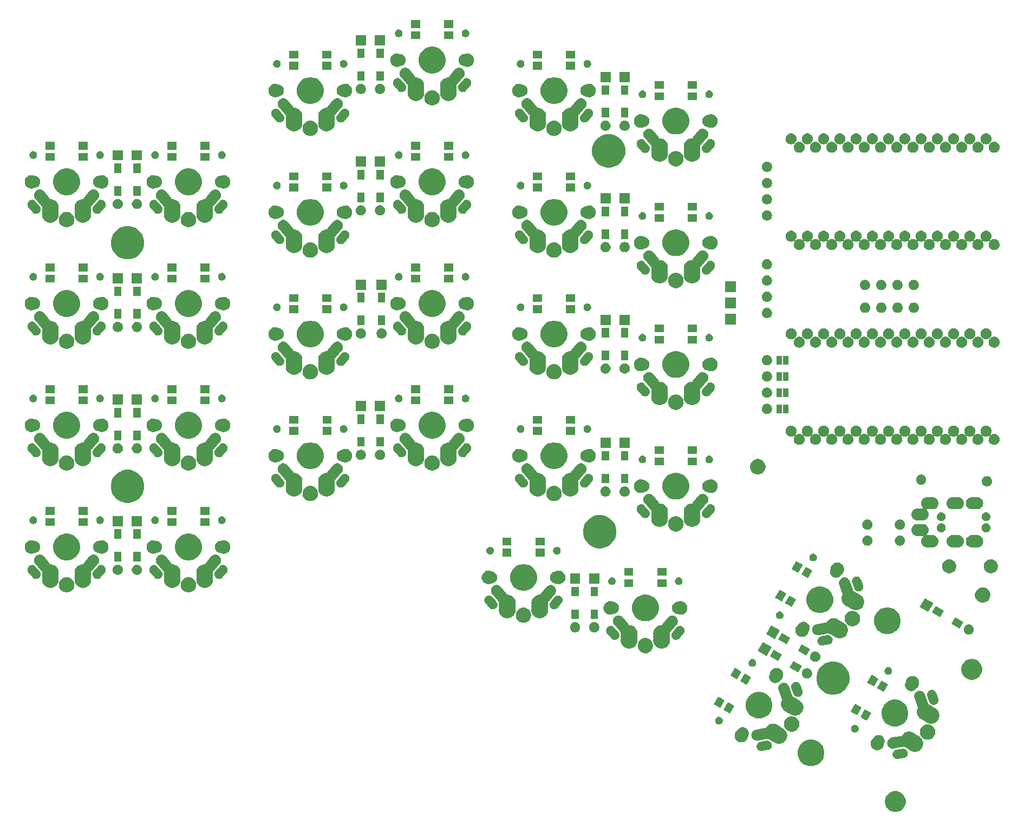
<source format=gbs>
G04 #@! TF.GenerationSoftware,KiCad,Pcbnew,(5.0.1)-3*
G04 #@! TF.CreationDate,2019-04-04T15:30:49+09:00*
G04 #@! TF.ProjectId,yosino58,796F73696E6F35382E6B696361645F70,rev?*
G04 #@! TF.SameCoordinates,PX2781868PY76cdd18*
G04 #@! TF.FileFunction,Soldermask,Bot*
G04 #@! TF.FilePolarity,Negative*
%FSLAX46Y46*%
G04 Gerber Fmt 4.6, Leading zero omitted, Abs format (unit mm)*
G04 Created by KiCad (PCBNEW (5.0.1)-3) date 2019/04/04 15:30:49*
%MOMM*%
%LPD*%
G01*
G04 APERTURE LIST*
%ADD10C,0.100000*%
G04 APERTURE END LIST*
D10*
G36*
X139128890Y-23194520D02*
X139424442Y-23316942D01*
X139690426Y-23494666D01*
X139916632Y-23720872D01*
X140094356Y-23986856D01*
X140216778Y-24282408D01*
X140279187Y-24596160D01*
X140279187Y-24916062D01*
X140216778Y-25229814D01*
X140094356Y-25525366D01*
X139916632Y-25791350D01*
X139690426Y-26017556D01*
X139424442Y-26195280D01*
X139128890Y-26317702D01*
X138815138Y-26380111D01*
X138495236Y-26380111D01*
X138181484Y-26317702D01*
X137885932Y-26195280D01*
X137619948Y-26017556D01*
X137393742Y-25791350D01*
X137216018Y-25525366D01*
X137093596Y-25229814D01*
X137031187Y-24916062D01*
X137031187Y-24596160D01*
X137093596Y-24282408D01*
X137216018Y-23986856D01*
X137393742Y-23720872D01*
X137619948Y-23494666D01*
X137885932Y-23316942D01*
X138181484Y-23194520D01*
X138495236Y-23132111D01*
X138815138Y-23132111D01*
X139128890Y-23194520D01*
X139128890Y-23194520D01*
G37*
G36*
X126067727Y-15122678D02*
X126232134Y-15190778D01*
X126448793Y-15280521D01*
X126580669Y-15368638D01*
X126791745Y-15509674D01*
X127083397Y-15801326D01*
X127103098Y-15830811D01*
X127312550Y-16144278D01*
X127377931Y-16302121D01*
X127470393Y-16525344D01*
X127550860Y-16929879D01*
X127550860Y-17342343D01*
X127470393Y-17746878D01*
X127399905Y-17917050D01*
X127312550Y-18127944D01*
X127160126Y-18356062D01*
X127083397Y-18470896D01*
X126791745Y-18762548D01*
X126676911Y-18839277D01*
X126448793Y-18991701D01*
X126290950Y-19057082D01*
X126067727Y-19149544D01*
X125663192Y-19230011D01*
X125250728Y-19230011D01*
X124846193Y-19149544D01*
X124622970Y-19057082D01*
X124465127Y-18991701D01*
X124237009Y-18839277D01*
X124122175Y-18762548D01*
X123830523Y-18470896D01*
X123753794Y-18356062D01*
X123601370Y-18127944D01*
X123514015Y-17917050D01*
X123443527Y-17746878D01*
X123363060Y-17342343D01*
X123363060Y-16929879D01*
X123443527Y-16525344D01*
X123535989Y-16302121D01*
X123601370Y-16144278D01*
X123810822Y-15830811D01*
X123830523Y-15801326D01*
X124122175Y-15509674D01*
X124333251Y-15368638D01*
X124465127Y-15280521D01*
X124681786Y-15190778D01*
X124846193Y-15122678D01*
X125250728Y-15042211D01*
X125663192Y-15042211D01*
X126067727Y-15122678D01*
X126067727Y-15122678D01*
G37*
G36*
X140027957Y-16498008D02*
X140027960Y-16498009D01*
X140027961Y-16498009D01*
X140163687Y-16542437D01*
X140202295Y-16564169D01*
X140288141Y-16612491D01*
X140387572Y-16697790D01*
X140396530Y-16705475D01*
X140484700Y-16817820D01*
X140533820Y-16914747D01*
X140549258Y-16945210D01*
X140587723Y-17082744D01*
X140597959Y-17216535D01*
X140598617Y-17225140D01*
X140581522Y-17366926D01*
X140561896Y-17426881D01*
X140537094Y-17502652D01*
X140467043Y-17627099D01*
X140467041Y-17627101D01*
X140374055Y-17735493D01*
X140261710Y-17823663D01*
X140134322Y-17888221D01*
X140134320Y-17888222D01*
X140134317Y-17888223D01*
X140031244Y-17917050D01*
X139025544Y-18094381D01*
X138918823Y-18102547D01*
X138777042Y-18085452D01*
X138777040Y-18085451D01*
X138777037Y-18085451D01*
X138641312Y-18041023D01*
X138579087Y-18005997D01*
X138516860Y-17970970D01*
X138408468Y-17877984D01*
X138396939Y-17863293D01*
X138320299Y-17765640D01*
X138255741Y-17638252D01*
X138255740Y-17638250D01*
X138255739Y-17638247D01*
X138217275Y-17500716D01*
X138206381Y-17358321D01*
X138223476Y-17216540D01*
X138223477Y-17216538D01*
X138223477Y-17216535D01*
X138267905Y-17080810D01*
X138333260Y-16964705D01*
X138337958Y-16956358D01*
X138430944Y-16847966D01*
X138469356Y-16817820D01*
X138543288Y-16759797D01*
X138670676Y-16695239D01*
X138670678Y-16695238D01*
X138670681Y-16695237D01*
X138773754Y-16666410D01*
X139779453Y-16489079D01*
X139886176Y-16480913D01*
X140027957Y-16498008D01*
X140027957Y-16498008D01*
G37*
G36*
X141148298Y-13874663D02*
X141384883Y-13972660D01*
X141537604Y-14074705D01*
X141597805Y-14114930D01*
X141619052Y-14136177D01*
X141626628Y-14142395D01*
X141635267Y-14147013D01*
X141817895Y-14222660D01*
X142030816Y-14364929D01*
X142071358Y-14405471D01*
X142078934Y-14411689D01*
X142087571Y-14416306D01*
X142320190Y-14512660D01*
X142533111Y-14654929D01*
X142714185Y-14836003D01*
X142856454Y-15048924D01*
X142954451Y-15285509D01*
X143004409Y-15536666D01*
X143004409Y-15792744D01*
X142954451Y-16043901D01*
X142856454Y-16280486D01*
X142714185Y-16493407D01*
X142533111Y-16674481D01*
X142320190Y-16816750D01*
X142083605Y-16914747D01*
X141832448Y-16964705D01*
X141576370Y-16964705D01*
X141325213Y-16914747D01*
X141088628Y-16816750D01*
X140875707Y-16674481D01*
X140835165Y-16633939D01*
X140827589Y-16627721D01*
X140818952Y-16623104D01*
X140586333Y-16526750D01*
X140373412Y-16384481D01*
X140352164Y-16363233D01*
X140344588Y-16357015D01*
X140335949Y-16352397D01*
X140153321Y-16276750D01*
X139966240Y-16151747D01*
X139957603Y-16147130D01*
X139948224Y-16144285D01*
X139938469Y-16143324D01*
X139928715Y-16144285D01*
X139915869Y-16148723D01*
X139803877Y-16205479D01*
X139734293Y-16224940D01*
X139679475Y-16240271D01*
X139043591Y-16352394D01*
X138363815Y-16472257D01*
X138235020Y-16482111D01*
X138133298Y-16469846D01*
X138063903Y-16461479D01*
X138063900Y-16461478D01*
X138063899Y-16461478D01*
X137900092Y-16407859D01*
X137820813Y-16363233D01*
X137749892Y-16323312D01*
X137619075Y-16211089D01*
X137512663Y-16075499D01*
X137457445Y-15966540D01*
X137434748Y-15921754D01*
X137409854Y-15832743D01*
X137388324Y-15755763D01*
X137381361Y-15664747D01*
X137375176Y-15583907D01*
X137391896Y-15445237D01*
X137395808Y-15412790D01*
X137398290Y-15405208D01*
X137449428Y-15248979D01*
X137500719Y-15157859D01*
X137533975Y-15098779D01*
X137646198Y-14967962D01*
X137654956Y-14961089D01*
X137683834Y-14938425D01*
X137781788Y-14861550D01*
X137858661Y-14822593D01*
X137935533Y-14783635D01*
X137983833Y-14770127D01*
X138059934Y-14748843D01*
X139375592Y-14516858D01*
X139504386Y-14507004D01*
X139504390Y-14507004D01*
X139567001Y-14514553D01*
X139579351Y-14516042D01*
X139589151Y-14516255D01*
X139598803Y-14514553D01*
X139607939Y-14511001D01*
X139616205Y-14505734D01*
X139623286Y-14498956D01*
X139626909Y-14494179D01*
X139759325Y-14296004D01*
X139940399Y-14114930D01*
X140000600Y-14074705D01*
X140153321Y-13972660D01*
X140389906Y-13874663D01*
X140641063Y-13824705D01*
X140897141Y-13824705D01*
X141148298Y-13874663D01*
X141148298Y-13874663D01*
G37*
G36*
X118777957Y-15248008D02*
X118777960Y-15248009D01*
X118777961Y-15248009D01*
X118913687Y-15292437D01*
X118952295Y-15314169D01*
X119038141Y-15362491D01*
X119137572Y-15447790D01*
X119146530Y-15455475D01*
X119234700Y-15567820D01*
X119251774Y-15601512D01*
X119299258Y-15695210D01*
X119337723Y-15832744D01*
X119345163Y-15929999D01*
X119348617Y-15975140D01*
X119331522Y-16116926D01*
X119320122Y-16151751D01*
X119287094Y-16252652D01*
X119217043Y-16377099D01*
X119190655Y-16407859D01*
X119124055Y-16485493D01*
X119011710Y-16573663D01*
X118884322Y-16638221D01*
X118884320Y-16638222D01*
X118884317Y-16638223D01*
X118781244Y-16667050D01*
X117775544Y-16844381D01*
X117668823Y-16852547D01*
X117527042Y-16835452D01*
X117527040Y-16835451D01*
X117527037Y-16835451D01*
X117391312Y-16791023D01*
X117329087Y-16755997D01*
X117266860Y-16720970D01*
X117158468Y-16627984D01*
X117146308Y-16612490D01*
X117070299Y-16515640D01*
X117005741Y-16388252D01*
X117005740Y-16388250D01*
X117005739Y-16388247D01*
X116967275Y-16250716D01*
X116956381Y-16108321D01*
X116973476Y-15966540D01*
X116973477Y-15966538D01*
X116973477Y-15966535D01*
X117017905Y-15830810D01*
X117068748Y-15740486D01*
X117087958Y-15706358D01*
X117180944Y-15597966D01*
X117219356Y-15567820D01*
X117293288Y-15509797D01*
X117420676Y-15445239D01*
X117420678Y-15445238D01*
X117420681Y-15445237D01*
X117523754Y-15416410D01*
X118529453Y-15239079D01*
X118636176Y-15230913D01*
X118777957Y-15248008D01*
X118777957Y-15248008D01*
G37*
G36*
X136312103Y-14410916D02*
X136484995Y-14482530D01*
X136640591Y-14586496D01*
X136772913Y-14718818D01*
X136876879Y-14874414D01*
X136948493Y-15047306D01*
X136985000Y-15230841D01*
X136985000Y-15417977D01*
X136948493Y-15601512D01*
X136878806Y-15769752D01*
X136875961Y-15779132D01*
X136875000Y-15788886D01*
X136875000Y-15791556D01*
X136834650Y-15994414D01*
X136755498Y-16185502D01*
X136640589Y-16357476D01*
X136494336Y-16503729D01*
X136322362Y-16618638D01*
X136131274Y-16697790D01*
X135957283Y-16732398D01*
X135928417Y-16738140D01*
X135721583Y-16738140D01*
X135692717Y-16732398D01*
X135518726Y-16697790D01*
X135327638Y-16618638D01*
X135155664Y-16503729D01*
X135009411Y-16357476D01*
X134894502Y-16185502D01*
X134815350Y-15994414D01*
X134775000Y-15791556D01*
X134775000Y-15584724D01*
X134775163Y-15583907D01*
X134789928Y-15509674D01*
X134815350Y-15381866D01*
X134894502Y-15190778D01*
X135009411Y-15018804D01*
X135155664Y-14872551D01*
X135217318Y-14831355D01*
X135224887Y-14825143D01*
X135231105Y-14817567D01*
X135297087Y-14718818D01*
X135429409Y-14586496D01*
X135585005Y-14482530D01*
X135757897Y-14410916D01*
X135941432Y-14374409D01*
X136128568Y-14374409D01*
X136312103Y-14410916D01*
X136312103Y-14410916D01*
G37*
G36*
X119898298Y-12624663D02*
X120134883Y-12722660D01*
X120271493Y-12813940D01*
X120347805Y-12864930D01*
X120369052Y-12886177D01*
X120376628Y-12892395D01*
X120385267Y-12897013D01*
X120567895Y-12972660D01*
X120780816Y-13114929D01*
X120821358Y-13155471D01*
X120828934Y-13161689D01*
X120837571Y-13166306D01*
X121070190Y-13262660D01*
X121283111Y-13404929D01*
X121464185Y-13586003D01*
X121606454Y-13798924D01*
X121704451Y-14035509D01*
X121754409Y-14286666D01*
X121754409Y-14542744D01*
X121704451Y-14793901D01*
X121606454Y-15030486D01*
X121464185Y-15243407D01*
X121283111Y-15424481D01*
X121070190Y-15566750D01*
X120833605Y-15664747D01*
X120582448Y-15714705D01*
X120326370Y-15714705D01*
X120075213Y-15664747D01*
X119838628Y-15566750D01*
X119625707Y-15424481D01*
X119585165Y-15383939D01*
X119577589Y-15377721D01*
X119568952Y-15373104D01*
X119336333Y-15276750D01*
X119123412Y-15134481D01*
X119102164Y-15113233D01*
X119094588Y-15107015D01*
X119085949Y-15102397D01*
X118903321Y-15026750D01*
X118716240Y-14901747D01*
X118707603Y-14897130D01*
X118698224Y-14894285D01*
X118688469Y-14893324D01*
X118678715Y-14894285D01*
X118665869Y-14898723D01*
X118553877Y-14955479D01*
X118509242Y-14967962D01*
X118429475Y-14990271D01*
X117814093Y-15098779D01*
X117113815Y-15222257D01*
X116985020Y-15232111D01*
X116883298Y-15219846D01*
X116813903Y-15211479D01*
X116813900Y-15211478D01*
X116813899Y-15211478D01*
X116650092Y-15157859D01*
X116570813Y-15113233D01*
X116499892Y-15073312D01*
X116369075Y-14961089D01*
X116262663Y-14825499D01*
X116208599Y-14718818D01*
X116184748Y-14671754D01*
X116171764Y-14625330D01*
X116138324Y-14505763D01*
X116131068Y-14410916D01*
X116125176Y-14333907D01*
X116138304Y-14225026D01*
X116145808Y-14162790D01*
X116161474Y-14114930D01*
X116199428Y-13998979D01*
X116242424Y-13922596D01*
X116283975Y-13848779D01*
X116396198Y-13717962D01*
X116531788Y-13611550D01*
X116608661Y-13572593D01*
X116685533Y-13533635D01*
X116733833Y-13520127D01*
X116809934Y-13498843D01*
X118125592Y-13266858D01*
X118254386Y-13257004D01*
X118254390Y-13257004D01*
X118317001Y-13264553D01*
X118329351Y-13266042D01*
X118339151Y-13266255D01*
X118348803Y-13264553D01*
X118357939Y-13261001D01*
X118366205Y-13255734D01*
X118373286Y-13248956D01*
X118376909Y-13244179D01*
X118509325Y-13046004D01*
X118690399Y-12864930D01*
X118766711Y-12813940D01*
X118903321Y-12722660D01*
X119139906Y-12624663D01*
X119391063Y-12574705D01*
X119647141Y-12574705D01*
X119898298Y-12624663D01*
X119898298Y-12624663D01*
G37*
G36*
X115062103Y-13160916D02*
X115234995Y-13232530D01*
X115390591Y-13336496D01*
X115522913Y-13468818D01*
X115626879Y-13624414D01*
X115698493Y-13797306D01*
X115735000Y-13980841D01*
X115735000Y-14167977D01*
X115698493Y-14351512D01*
X115628806Y-14519752D01*
X115625961Y-14529132D01*
X115625000Y-14538886D01*
X115625000Y-14541557D01*
X115619258Y-14570423D01*
X115584650Y-14744414D01*
X115505498Y-14935502D01*
X115390589Y-15107476D01*
X115244336Y-15253729D01*
X115072362Y-15368638D01*
X114881274Y-15447790D01*
X114707283Y-15482398D01*
X114678417Y-15488140D01*
X114471583Y-15488140D01*
X114442717Y-15482398D01*
X114268726Y-15447790D01*
X114077638Y-15368638D01*
X113905664Y-15253729D01*
X113759411Y-15107476D01*
X113644502Y-14935502D01*
X113565350Y-14744414D01*
X113530742Y-14570423D01*
X113525000Y-14541557D01*
X113525000Y-14334723D01*
X113534559Y-14286666D01*
X113565350Y-14131866D01*
X113644502Y-13940778D01*
X113759411Y-13768804D01*
X113905664Y-13622551D01*
X113967318Y-13581355D01*
X113974887Y-13575143D01*
X113981105Y-13567567D01*
X114047087Y-13468818D01*
X114179409Y-13336496D01*
X114335005Y-13232530D01*
X114507897Y-13160916D01*
X114691432Y-13124409D01*
X114878568Y-13124409D01*
X115062103Y-13160916D01*
X115062103Y-13160916D01*
G37*
G36*
X144034576Y-12721115D02*
X144087869Y-12743190D01*
X144252963Y-12811574D01*
X144449505Y-12942899D01*
X144616651Y-13110045D01*
X144747976Y-13306587D01*
X144781756Y-13388140D01*
X144838435Y-13524974D01*
X144884550Y-13756810D01*
X144884550Y-13993190D01*
X144838435Y-14225026D01*
X144809035Y-14296003D01*
X144747976Y-14443413D01*
X144616651Y-14639955D01*
X144449505Y-14807101D01*
X144252963Y-14938426D01*
X144181656Y-14967962D01*
X144034576Y-15028885D01*
X143802740Y-15075000D01*
X143566360Y-15075000D01*
X143334524Y-15028885D01*
X143187444Y-14967962D01*
X143116137Y-14938426D01*
X142919595Y-14807101D01*
X142752449Y-14639955D01*
X142621124Y-14443413D01*
X142560065Y-14296003D01*
X142530665Y-14225026D01*
X142484550Y-13993190D01*
X142484550Y-13756810D01*
X142530665Y-13524974D01*
X142587344Y-13388140D01*
X142621124Y-13306587D01*
X142752449Y-13110045D01*
X142919595Y-12942899D01*
X143116137Y-12811574D01*
X143281231Y-12743190D01*
X143334524Y-12721115D01*
X143566360Y-12675000D01*
X143802740Y-12675000D01*
X144034576Y-12721115D01*
X144034576Y-12721115D01*
G37*
G36*
X132502705Y-12768710D02*
X132502708Y-12768711D01*
X132502707Y-12768711D01*
X132611900Y-12813940D01*
X132688210Y-12864929D01*
X132710174Y-12879605D01*
X132793741Y-12963172D01*
X132793743Y-12963175D01*
X132859406Y-13061446D01*
X132885486Y-13124409D01*
X132904636Y-13170641D01*
X132927693Y-13286557D01*
X132927693Y-13404749D01*
X132904636Y-13520665D01*
X132902851Y-13524974D01*
X132859406Y-13629860D01*
X132820273Y-13688426D01*
X132793741Y-13728134D01*
X132710174Y-13811701D01*
X132710171Y-13811703D01*
X132611900Y-13877366D01*
X132521440Y-13914836D01*
X132502705Y-13922596D01*
X132386789Y-13945653D01*
X132268597Y-13945653D01*
X132152681Y-13922596D01*
X132133946Y-13914836D01*
X132043486Y-13877366D01*
X131945215Y-13811703D01*
X131945212Y-13811701D01*
X131861645Y-13728134D01*
X131835113Y-13688426D01*
X131795980Y-13629860D01*
X131752535Y-13524974D01*
X131750750Y-13520665D01*
X131727693Y-13404749D01*
X131727693Y-13286557D01*
X131750750Y-13170641D01*
X131769900Y-13124409D01*
X131795980Y-13061446D01*
X131861643Y-12963175D01*
X131861645Y-12963172D01*
X131945212Y-12879605D01*
X131967176Y-12864929D01*
X132043486Y-12813940D01*
X132152679Y-12768711D01*
X132152678Y-12768711D01*
X132152681Y-12768710D01*
X132268597Y-12745653D01*
X132386789Y-12745653D01*
X132502705Y-12768710D01*
X132502705Y-12768710D01*
G37*
G36*
X122784576Y-11471115D02*
X122843815Y-11495653D01*
X123002963Y-11561574D01*
X123199505Y-11692899D01*
X123366651Y-11860045D01*
X123497976Y-12056587D01*
X123513472Y-12093998D01*
X123588435Y-12274974D01*
X123634550Y-12506810D01*
X123634550Y-12743190D01*
X123588435Y-12975026D01*
X123543205Y-13084220D01*
X123497976Y-13193413D01*
X123366651Y-13389955D01*
X123199505Y-13557101D01*
X123002963Y-13688426D01*
X122931656Y-13717962D01*
X122784576Y-13778885D01*
X122552740Y-13825000D01*
X122316360Y-13825000D01*
X122084524Y-13778885D01*
X121937444Y-13717962D01*
X121866137Y-13688426D01*
X121669595Y-13557101D01*
X121502449Y-13389955D01*
X121371124Y-13193413D01*
X121325895Y-13084220D01*
X121280665Y-12975026D01*
X121234550Y-12743190D01*
X121234550Y-12506810D01*
X121280665Y-12274974D01*
X121355628Y-12093998D01*
X121371124Y-12056587D01*
X121502449Y-11860045D01*
X121669595Y-11692899D01*
X121866137Y-11561574D01*
X122025285Y-11495653D01*
X122084524Y-11471115D01*
X122316360Y-11425000D01*
X122552740Y-11425000D01*
X122784576Y-11471115D01*
X122784576Y-11471115D01*
G37*
G36*
X139187546Y-8905701D02*
X139377582Y-8984417D01*
X139569723Y-9064004D01*
X139913672Y-9293823D01*
X140206177Y-9586328D01*
X140435996Y-9930277D01*
X140496668Y-10076752D01*
X140594299Y-10312454D01*
X140675000Y-10718166D01*
X140675000Y-11131834D01*
X140594299Y-11537546D01*
X140529949Y-11692899D01*
X140435996Y-11919723D01*
X140206177Y-12263672D01*
X139913672Y-12556177D01*
X139569723Y-12785996D01*
X139379161Y-12864929D01*
X139187546Y-12944299D01*
X138781834Y-13025000D01*
X138368166Y-13025000D01*
X137962454Y-12944299D01*
X137770839Y-12864929D01*
X137580277Y-12785996D01*
X137236328Y-12556177D01*
X136943823Y-12263672D01*
X136714004Y-11919723D01*
X136620051Y-11692899D01*
X136555701Y-11537546D01*
X136475000Y-11131834D01*
X136475000Y-10718166D01*
X136555701Y-10312454D01*
X136653332Y-10076752D01*
X136714004Y-9930277D01*
X136943823Y-9586328D01*
X137236328Y-9293823D01*
X137580277Y-9064004D01*
X137772418Y-8984417D01*
X137962454Y-8905701D01*
X138368166Y-8825000D01*
X138781834Y-8825000D01*
X139187546Y-8905701D01*
X139187546Y-8905701D01*
G37*
G36*
X111252705Y-11518710D02*
X111252708Y-11518711D01*
X111252707Y-11518711D01*
X111361900Y-11563940D01*
X111459841Y-11629382D01*
X111460174Y-11629605D01*
X111543741Y-11713172D01*
X111543743Y-11713175D01*
X111609406Y-11811446D01*
X111638248Y-11881077D01*
X111654636Y-11920641D01*
X111677693Y-12036557D01*
X111677693Y-12154749D01*
X111654636Y-12270665D01*
X111652851Y-12274974D01*
X111609406Y-12379860D01*
X111543964Y-12477801D01*
X111543741Y-12478134D01*
X111460174Y-12561701D01*
X111460171Y-12561703D01*
X111361900Y-12627366D01*
X111271440Y-12664836D01*
X111252705Y-12672596D01*
X111136789Y-12695653D01*
X111018597Y-12695653D01*
X110902681Y-12672596D01*
X110883946Y-12664836D01*
X110793486Y-12627366D01*
X110695215Y-12561703D01*
X110695212Y-12561701D01*
X110611645Y-12478134D01*
X110611422Y-12477801D01*
X110545980Y-12379860D01*
X110502535Y-12274974D01*
X110500750Y-12270665D01*
X110477693Y-12154749D01*
X110477693Y-12036557D01*
X110500750Y-11920641D01*
X110517138Y-11881077D01*
X110545980Y-11811446D01*
X110611643Y-11713175D01*
X110611645Y-11713172D01*
X110695212Y-11629605D01*
X110695545Y-11629382D01*
X110793486Y-11563940D01*
X110902679Y-11518711D01*
X110902678Y-11518711D01*
X110902681Y-11518710D01*
X111018597Y-11495653D01*
X111136789Y-11495653D01*
X111252705Y-11518710D01*
X111252705Y-11518710D01*
G37*
G36*
X142674924Y-7454099D02*
X142783321Y-7492219D01*
X142837521Y-7511279D01*
X142985840Y-7599082D01*
X143005885Y-7617052D01*
X143114179Y-7714132D01*
X143183132Y-7806053D01*
X143217608Y-7852012D01*
X143273473Y-7968480D01*
X143730398Y-9223869D01*
X143762468Y-9348998D01*
X143767530Y-9441734D01*
X143769520Y-9478183D01*
X143771011Y-9487871D01*
X143774364Y-9497081D01*
X143779449Y-9505461D01*
X143786071Y-9512687D01*
X143793975Y-9518483D01*
X143800310Y-9521650D01*
X143924883Y-9573250D01*
X144137804Y-9715519D01*
X144159052Y-9736767D01*
X144166628Y-9742985D01*
X144175270Y-9747605D01*
X144357894Y-9823250D01*
X144570815Y-9965519D01*
X144611356Y-10006060D01*
X144618932Y-10012278D01*
X144627571Y-10016896D01*
X144860190Y-10113250D01*
X145073111Y-10255519D01*
X145254185Y-10436593D01*
X145396454Y-10649514D01*
X145494451Y-10886099D01*
X145544409Y-11137256D01*
X145544409Y-11393334D01*
X145494451Y-11644491D01*
X145396454Y-11881076D01*
X145254185Y-12093997D01*
X145073111Y-12275071D01*
X144860190Y-12417340D01*
X144623605Y-12515337D01*
X144372448Y-12565295D01*
X144116370Y-12565295D01*
X143865213Y-12515337D01*
X143628628Y-12417340D01*
X143415707Y-12275071D01*
X143375166Y-12234530D01*
X143367590Y-12228312D01*
X143358951Y-12223694D01*
X143126332Y-12127340D01*
X142913411Y-11985071D01*
X142892163Y-11963823D01*
X142884587Y-11957605D01*
X142875945Y-11952985D01*
X142693321Y-11877340D01*
X142480400Y-11735071D01*
X142299326Y-11553997D01*
X142157057Y-11341076D01*
X142059060Y-11104491D01*
X142009102Y-10853334D01*
X142009102Y-10597256D01*
X142059060Y-10346099D01*
X142157057Y-10109514D01*
X142190499Y-10059465D01*
X142195117Y-10050824D01*
X142197962Y-10041444D01*
X142198923Y-10031690D01*
X142197962Y-10021935D01*
X142195117Y-10012556D01*
X142188920Y-10001687D01*
X142141803Y-9938876D01*
X142121522Y-9896593D01*
X142085937Y-9822405D01*
X141629012Y-8567016D01*
X141596942Y-8441887D01*
X141591336Y-8339195D01*
X141587546Y-8269782D01*
X141611906Y-8099153D01*
X141653760Y-7980138D01*
X141669086Y-7936556D01*
X141756889Y-7788237D01*
X141797799Y-7742603D01*
X141871939Y-7659898D01*
X141985116Y-7575000D01*
X142009819Y-7556469D01*
X142165227Y-7481927D01*
X142332190Y-7439135D01*
X142425487Y-7434042D01*
X142504295Y-7429739D01*
X142674924Y-7454099D01*
X142674924Y-7454099D01*
G37*
G36*
X134289326Y-10553997D02*
X134902388Y-10907948D01*
X134202388Y-12120384D01*
X134202387Y-12120384D01*
X133654389Y-11803997D01*
X133163156Y-11520384D01*
X133863156Y-10307948D01*
X133863157Y-10307948D01*
X134289326Y-10553997D01*
X134289326Y-10553997D01*
G37*
G36*
X117937546Y-7655701D02*
X118078610Y-7714132D01*
X118319723Y-7814004D01*
X118663672Y-8043823D01*
X118956177Y-8336328D01*
X119185996Y-8680277D01*
X119245942Y-8825000D01*
X119344299Y-9062454D01*
X119425000Y-9468166D01*
X119425000Y-9881834D01*
X119344299Y-10287546D01*
X119289275Y-10420384D01*
X119185996Y-10669723D01*
X118956177Y-11013672D01*
X118663672Y-11306177D01*
X118319723Y-11535996D01*
X118128635Y-11615147D01*
X117937546Y-11694299D01*
X117531834Y-11775000D01*
X117118166Y-11775000D01*
X116712454Y-11694299D01*
X116521365Y-11615147D01*
X116330277Y-11535996D01*
X115986328Y-11306177D01*
X115693823Y-11013672D01*
X115464004Y-10669723D01*
X115360725Y-10420384D01*
X115305701Y-10287546D01*
X115225000Y-9881834D01*
X115225000Y-9468166D01*
X115305701Y-9062454D01*
X115404058Y-8825000D01*
X115464004Y-8680277D01*
X115693823Y-8336328D01*
X115986328Y-8043823D01*
X116330277Y-7814004D01*
X116571390Y-7714132D01*
X116712454Y-7655701D01*
X117118166Y-7575000D01*
X117531834Y-7575000D01*
X117937546Y-7655701D01*
X117937546Y-7655701D01*
G37*
G36*
X121424924Y-6204099D02*
X121533321Y-6242219D01*
X121587521Y-6261279D01*
X121735840Y-6349082D01*
X121774775Y-6383986D01*
X121864179Y-6464132D01*
X121933132Y-6556053D01*
X121967608Y-6602012D01*
X122023473Y-6718480D01*
X122480398Y-7973869D01*
X122512468Y-8098998D01*
X122517530Y-8191734D01*
X122519520Y-8228183D01*
X122521011Y-8237871D01*
X122524364Y-8247081D01*
X122529449Y-8255461D01*
X122536071Y-8262687D01*
X122543975Y-8268483D01*
X122550310Y-8271650D01*
X122674883Y-8323250D01*
X122887804Y-8465519D01*
X122909052Y-8486767D01*
X122916628Y-8492985D01*
X122925270Y-8497605D01*
X123107894Y-8573250D01*
X123320815Y-8715519D01*
X123361356Y-8756060D01*
X123368932Y-8762278D01*
X123377571Y-8766896D01*
X123610190Y-8863250D01*
X123823111Y-9005519D01*
X124004185Y-9186593D01*
X124146454Y-9399514D01*
X124244451Y-9636099D01*
X124294409Y-9887256D01*
X124294409Y-10143334D01*
X124244451Y-10394491D01*
X124146454Y-10631076D01*
X124004185Y-10843997D01*
X123823111Y-11025071D01*
X123610190Y-11167340D01*
X123373605Y-11265337D01*
X123122448Y-11315295D01*
X122866370Y-11315295D01*
X122615213Y-11265337D01*
X122378628Y-11167340D01*
X122165707Y-11025071D01*
X122125166Y-10984530D01*
X122117590Y-10978312D01*
X122108951Y-10973694D01*
X121876332Y-10877340D01*
X121663411Y-10735071D01*
X121642163Y-10713823D01*
X121634587Y-10707605D01*
X121625945Y-10702985D01*
X121443321Y-10627340D01*
X121230400Y-10485071D01*
X121049326Y-10303997D01*
X120907057Y-10091076D01*
X120809060Y-9854491D01*
X120759102Y-9603334D01*
X120759102Y-9347256D01*
X120809060Y-9096099D01*
X120907057Y-8859514D01*
X120940499Y-8809465D01*
X120945117Y-8800824D01*
X120947962Y-8791444D01*
X120948923Y-8781690D01*
X120947962Y-8771935D01*
X120945117Y-8762556D01*
X120938920Y-8751687D01*
X120891803Y-8688876D01*
X120871522Y-8646593D01*
X120835937Y-8572405D01*
X120379012Y-7317016D01*
X120346942Y-7191887D01*
X120341509Y-7092358D01*
X120337546Y-7019782D01*
X120361906Y-6849153D01*
X120419086Y-6686557D01*
X120419086Y-6686556D01*
X120506889Y-6538237D01*
X120547799Y-6492603D01*
X120621939Y-6409898D01*
X120726928Y-6331142D01*
X120759819Y-6306469D01*
X120915227Y-6231927D01*
X121082190Y-6189135D01*
X121175487Y-6184042D01*
X121254295Y-6179739D01*
X121424924Y-6204099D01*
X121424924Y-6204099D01*
G37*
G36*
X132699482Y-9636100D02*
X133386844Y-10032948D01*
X132686844Y-11245384D01*
X132686843Y-11245384D01*
X132049372Y-10877340D01*
X131647612Y-10645384D01*
X132347612Y-9432948D01*
X132347613Y-9432948D01*
X132699482Y-9636100D01*
X132699482Y-9636100D01*
G37*
G36*
X112947998Y-9487871D02*
X113502388Y-9807948D01*
X112802388Y-11020384D01*
X112802387Y-11020384D01*
X112195026Y-10669724D01*
X111763156Y-10420384D01*
X112463156Y-9207948D01*
X112463157Y-9207948D01*
X112947998Y-9487871D01*
X112947998Y-9487871D01*
G37*
G36*
X111353030Y-8567016D02*
X111986844Y-8932948D01*
X111286844Y-10145384D01*
X111286843Y-10145384D01*
X110767228Y-9845384D01*
X110247612Y-9545384D01*
X110947612Y-8332948D01*
X110947613Y-8332948D01*
X111353030Y-8567016D01*
X111353030Y-8567016D01*
G37*
G36*
X144460207Y-7296722D02*
X144513197Y-7304287D01*
X144647916Y-7351663D01*
X144770813Y-7424417D01*
X144877149Y-7519742D01*
X144962848Y-7633987D01*
X144975276Y-7659898D01*
X145009137Y-7730492D01*
X145358414Y-8690118D01*
X145384987Y-8793800D01*
X145392772Y-8936400D01*
X145392772Y-8936402D01*
X145372588Y-9077781D01*
X145325212Y-9212500D01*
X145252458Y-9335397D01*
X145240265Y-9348998D01*
X145157132Y-9441735D01*
X145089958Y-9492124D01*
X145042888Y-9527433D01*
X144947365Y-9573251D01*
X144914123Y-9589196D01*
X144775782Y-9624652D01*
X144633182Y-9632437D01*
X144633180Y-9632437D01*
X144491800Y-9612253D01*
X144357082Y-9564877D01*
X144234188Y-9492125D01*
X144177977Y-9441734D01*
X144127848Y-9396796D01*
X144042150Y-9282554D01*
X144042149Y-9282553D01*
X143995864Y-9186055D01*
X143965179Y-9101750D01*
X143646584Y-8226421D01*
X143620011Y-8122739D01*
X143612225Y-7980140D01*
X143632410Y-7838761D01*
X143632410Y-7838758D01*
X143679786Y-7704039D01*
X143752540Y-7581142D01*
X143847865Y-7474806D01*
X143895417Y-7439136D01*
X143962109Y-7389108D01*
X143962108Y-7389108D01*
X143962110Y-7389107D01*
X144090873Y-7327345D01*
X144090875Y-7327344D01*
X144229216Y-7291888D01*
X144371815Y-7284102D01*
X144460207Y-7296722D01*
X144460207Y-7296722D01*
G37*
G36*
X123210207Y-6046722D02*
X123263197Y-6054287D01*
X123397916Y-6101663D01*
X123520813Y-6174417D01*
X123627149Y-6269742D01*
X123712848Y-6383987D01*
X123735889Y-6432024D01*
X123759137Y-6480492D01*
X124108414Y-7440118D01*
X124134987Y-7543800D01*
X124141096Y-7655701D01*
X124142772Y-7686402D01*
X124122588Y-7827781D01*
X124075212Y-7962500D01*
X124002458Y-8085397D01*
X123957717Y-8135306D01*
X123907132Y-8191735D01*
X123839958Y-8242124D01*
X123792888Y-8277433D01*
X123697365Y-8323251D01*
X123664123Y-8339196D01*
X123525782Y-8374652D01*
X123383182Y-8382437D01*
X123383180Y-8382437D01*
X123241800Y-8362253D01*
X123107082Y-8314877D01*
X122984188Y-8242125D01*
X122927977Y-8191734D01*
X122877848Y-8146796D01*
X122792150Y-8032554D01*
X122792149Y-8032553D01*
X122745864Y-7936055D01*
X122715275Y-7852013D01*
X122396584Y-6976421D01*
X122370011Y-6872739D01*
X122362225Y-6730140D01*
X122382410Y-6588761D01*
X122382410Y-6588758D01*
X122429786Y-6454039D01*
X122502540Y-6331142D01*
X122597865Y-6224806D01*
X122645417Y-6189136D01*
X122712109Y-6139108D01*
X122712108Y-6139108D01*
X122712110Y-6139107D01*
X122840873Y-6077345D01*
X122840875Y-6077344D01*
X122979216Y-6041888D01*
X123121815Y-6034102D01*
X123210207Y-6046722D01*
X123210207Y-6046722D01*
G37*
G36*
X129658391Y-2949916D02*
X129767841Y-2995252D01*
X130131562Y-3145910D01*
X130557403Y-3430448D01*
X130919552Y-3792597D01*
X131204090Y-4218438D01*
X131291563Y-4429616D01*
X131400084Y-4691609D01*
X131500000Y-5193922D01*
X131500000Y-5706078D01*
X131400084Y-6208391D01*
X131341807Y-6349084D01*
X131204090Y-6681562D01*
X130919552Y-7107403D01*
X130557403Y-7469552D01*
X130131562Y-7754090D01*
X129895157Y-7852012D01*
X129658391Y-7950084D01*
X129156078Y-8050000D01*
X128643922Y-8050000D01*
X128141609Y-7950084D01*
X127904843Y-7852012D01*
X127668438Y-7754090D01*
X127242597Y-7469552D01*
X126880448Y-7107403D01*
X126595910Y-6681562D01*
X126458193Y-6349084D01*
X126399916Y-6208391D01*
X126300000Y-5706078D01*
X126300000Y-5193922D01*
X126399916Y-4691609D01*
X126508437Y-4429616D01*
X126595910Y-4218438D01*
X126880448Y-3792597D01*
X127242597Y-3430448D01*
X127668438Y-3145910D01*
X128032159Y-2995252D01*
X128141609Y-2949916D01*
X128643922Y-2850000D01*
X129156078Y-2850000D01*
X129658391Y-2949916D01*
X129658391Y-2949916D01*
G37*
G36*
X136935537Y-6077345D02*
X137502388Y-6404616D01*
X136802388Y-7617052D01*
X136802387Y-7617052D01*
X136065978Y-7191886D01*
X135763156Y-7017052D01*
X136463156Y-5804616D01*
X136463157Y-5804616D01*
X136935537Y-6077345D01*
X136935537Y-6077345D01*
G37*
G36*
X141457283Y-5117602D02*
X141631274Y-5152210D01*
X141822362Y-5231362D01*
X141994336Y-5346271D01*
X142140589Y-5492524D01*
X142255498Y-5664498D01*
X142334650Y-5855586D01*
X142366061Y-6013504D01*
X142375000Y-6058443D01*
X142375000Y-6265277D01*
X142369258Y-6294143D01*
X142334650Y-6468134D01*
X142255498Y-6659222D01*
X142140589Y-6831196D01*
X141994336Y-6977449D01*
X141932682Y-7018645D01*
X141925113Y-7024857D01*
X141918895Y-7032433D01*
X141852913Y-7131182D01*
X141720591Y-7263504D01*
X141564995Y-7367470D01*
X141392103Y-7439084D01*
X141208568Y-7475591D01*
X141021432Y-7475591D01*
X140837897Y-7439084D01*
X140665005Y-7367470D01*
X140509409Y-7263504D01*
X140377087Y-7131182D01*
X140273121Y-6975586D01*
X140201507Y-6802694D01*
X140165000Y-6619159D01*
X140165000Y-6432023D01*
X140201507Y-6248488D01*
X140271194Y-6080248D01*
X140274039Y-6070868D01*
X140275000Y-6061114D01*
X140275000Y-6058443D01*
X140283939Y-6013504D01*
X140315350Y-5855586D01*
X140394502Y-5664498D01*
X140509411Y-5492524D01*
X140655664Y-5346271D01*
X140827638Y-5231362D01*
X141018726Y-5152210D01*
X141192717Y-5117602D01*
X141221583Y-5111860D01*
X141428417Y-5111860D01*
X141457283Y-5117602D01*
X141457283Y-5117602D01*
G37*
G36*
X135384796Y-5182024D02*
X135986844Y-5529616D01*
X135286844Y-6742052D01*
X135286843Y-6742052D01*
X134702387Y-6404616D01*
X134247612Y-6142052D01*
X134947612Y-4929616D01*
X134947613Y-4929616D01*
X135384796Y-5182024D01*
X135384796Y-5182024D01*
G37*
G36*
X115445590Y-4925414D02*
X116102388Y-5304616D01*
X115402388Y-6517052D01*
X115402387Y-6517052D01*
X114682912Y-6101663D01*
X114363156Y-5917052D01*
X115063156Y-4704616D01*
X115063157Y-4704616D01*
X115445590Y-4925414D01*
X115445590Y-4925414D01*
G37*
G36*
X120207283Y-3867602D02*
X120381274Y-3902210D01*
X120572362Y-3981362D01*
X120744336Y-4096271D01*
X120890589Y-4242524D01*
X121005498Y-4414498D01*
X121084650Y-4605586D01*
X121125000Y-4808444D01*
X121125000Y-5015276D01*
X121084650Y-5218134D01*
X121005498Y-5409222D01*
X120890589Y-5581196D01*
X120744336Y-5727449D01*
X120682682Y-5768645D01*
X120675113Y-5774857D01*
X120668895Y-5782433D01*
X120602913Y-5881182D01*
X120470591Y-6013504D01*
X120314995Y-6117470D01*
X120142103Y-6189084D01*
X119958568Y-6225591D01*
X119771432Y-6225591D01*
X119587897Y-6189084D01*
X119415005Y-6117470D01*
X119259409Y-6013504D01*
X119127087Y-5881182D01*
X119023121Y-5725586D01*
X118951507Y-5552694D01*
X118915000Y-5369159D01*
X118915000Y-5182023D01*
X118951507Y-4998488D01*
X119021194Y-4830248D01*
X119024039Y-4820868D01*
X119025000Y-4811114D01*
X119025000Y-4808443D01*
X119032568Y-4770395D01*
X119065350Y-4605586D01*
X119144502Y-4414498D01*
X119259411Y-4242524D01*
X119405664Y-4096271D01*
X119577638Y-3981362D01*
X119768726Y-3902210D01*
X119942717Y-3867602D01*
X119971583Y-3861860D01*
X120178417Y-3861860D01*
X120207283Y-3867602D01*
X120207283Y-3867602D01*
G37*
G36*
X151066890Y-2517298D02*
X151362442Y-2639720D01*
X151628426Y-2817444D01*
X151854632Y-3043650D01*
X152032356Y-3309634D01*
X152154778Y-3605186D01*
X152217187Y-3918938D01*
X152217187Y-4238840D01*
X152157745Y-4537678D01*
X152154778Y-4552592D01*
X152037362Y-4836060D01*
X152032356Y-4848144D01*
X151854632Y-5114128D01*
X151628426Y-5340334D01*
X151362442Y-5518058D01*
X151362441Y-5518059D01*
X151362440Y-5518059D01*
X151135408Y-5612099D01*
X151066890Y-5640480D01*
X150753138Y-5702889D01*
X150433236Y-5702889D01*
X150119484Y-5640480D01*
X150050966Y-5612099D01*
X149823934Y-5518059D01*
X149823933Y-5518059D01*
X149823932Y-5518058D01*
X149557948Y-5340334D01*
X149331742Y-5114128D01*
X149154018Y-4848144D01*
X149149013Y-4836060D01*
X149031596Y-4552592D01*
X149028629Y-4537678D01*
X148969187Y-4238840D01*
X148969187Y-3918938D01*
X149031596Y-3605186D01*
X149154018Y-3309634D01*
X149331742Y-3043650D01*
X149557948Y-2817444D01*
X149823932Y-2639720D01*
X150119484Y-2517298D01*
X150433236Y-2454889D01*
X150753138Y-2454889D01*
X151066890Y-2517298D01*
X151066890Y-2517298D01*
G37*
G36*
X113967890Y-4072263D02*
X114586844Y-4429616D01*
X113886844Y-5642052D01*
X113886843Y-5642052D01*
X113175507Y-5231362D01*
X112847612Y-5042052D01*
X113547612Y-3829616D01*
X113547613Y-3829616D01*
X113967890Y-4072263D01*
X113967890Y-4072263D01*
G37*
G36*
X125070274Y-3924685D02*
X125070277Y-3924686D01*
X125070276Y-3924686D01*
X125215594Y-3984878D01*
X125215597Y-3984880D01*
X125346376Y-4072263D01*
X125457599Y-4183486D01*
X125498869Y-4245252D01*
X125544984Y-4314268D01*
X125586500Y-4414498D01*
X125605177Y-4459588D01*
X125635862Y-4613853D01*
X125635862Y-4771147D01*
X125605177Y-4925412D01*
X125594059Y-4952254D01*
X125544984Y-5070732D01*
X125544982Y-5070735D01*
X125457599Y-5201514D01*
X125346376Y-5312737D01*
X125215597Y-5400120D01*
X125215594Y-5400122D01*
X125097116Y-5449197D01*
X125070274Y-5460315D01*
X124916009Y-5491000D01*
X124758715Y-5491000D01*
X124604450Y-5460315D01*
X124577608Y-5449197D01*
X124459130Y-5400122D01*
X124459127Y-5400120D01*
X124328348Y-5312737D01*
X124217125Y-5201514D01*
X124129742Y-5070735D01*
X124129740Y-5070732D01*
X124080665Y-4952254D01*
X124069547Y-4925412D01*
X124038862Y-4771147D01*
X124038862Y-4613853D01*
X124069547Y-4459588D01*
X124088224Y-4414498D01*
X124129740Y-4314268D01*
X124175855Y-4245252D01*
X124217125Y-4183486D01*
X124328348Y-4072263D01*
X124459127Y-3984880D01*
X124459130Y-3984878D01*
X124604448Y-3924686D01*
X124604447Y-3924686D01*
X124604450Y-3924685D01*
X124758715Y-3894000D01*
X124916009Y-3894000D01*
X125070274Y-3924685D01*
X125070274Y-3924685D01*
G37*
G36*
X137722705Y-3727404D02*
X137722708Y-3727405D01*
X137722707Y-3727405D01*
X137831900Y-3772634D01*
X137917179Y-3829616D01*
X137930174Y-3838299D01*
X138013741Y-3921866D01*
X138013743Y-3921869D01*
X138079406Y-4020140D01*
X138100996Y-4072263D01*
X138124636Y-4129335D01*
X138147693Y-4245251D01*
X138147693Y-4363443D01*
X138124636Y-4479359D01*
X138124635Y-4479361D01*
X138079406Y-4588554D01*
X138013964Y-4686495D01*
X138013741Y-4686828D01*
X137930174Y-4770395D01*
X137930171Y-4770397D01*
X137831900Y-4836060D01*
X137741440Y-4873530D01*
X137722705Y-4881290D01*
X137606789Y-4904347D01*
X137488597Y-4904347D01*
X137372681Y-4881290D01*
X137353946Y-4873530D01*
X137263486Y-4836060D01*
X137165215Y-4770397D01*
X137165212Y-4770395D01*
X137081645Y-4686828D01*
X137081422Y-4686495D01*
X137015980Y-4588554D01*
X136970751Y-4479361D01*
X136970750Y-4479359D01*
X136947693Y-4363443D01*
X136947693Y-4245251D01*
X136970750Y-4129335D01*
X136994390Y-4072263D01*
X137015980Y-4020140D01*
X137081643Y-3921869D01*
X137081645Y-3921866D01*
X137165212Y-3838299D01*
X137178207Y-3829616D01*
X137263486Y-3772634D01*
X137372679Y-3727405D01*
X137372678Y-3727405D01*
X137372681Y-3727404D01*
X137488597Y-3704347D01*
X137606789Y-3704347D01*
X137722705Y-3727404D01*
X137722705Y-3727404D01*
G37*
G36*
X124012019Y-3552035D02*
X123437019Y-4547965D01*
X122137981Y-3797965D01*
X122712981Y-2802035D01*
X124012019Y-3552035D01*
X124012019Y-3552035D01*
G37*
G36*
X116472705Y-2477404D02*
X116472708Y-2477405D01*
X116472707Y-2477405D01*
X116581900Y-2522634D01*
X116679841Y-2588076D01*
X116680174Y-2588299D01*
X116763741Y-2671866D01*
X116763743Y-2671869D01*
X116829406Y-2770140D01*
X116861579Y-2847814D01*
X116874636Y-2879335D01*
X116897693Y-2995251D01*
X116897693Y-3113443D01*
X116874636Y-3229359D01*
X116874635Y-3229361D01*
X116829406Y-3338554D01*
X116768004Y-3430448D01*
X116763741Y-3436828D01*
X116680174Y-3520395D01*
X116680171Y-3520397D01*
X116581900Y-3586060D01*
X116491440Y-3623530D01*
X116472705Y-3631290D01*
X116356789Y-3654347D01*
X116238597Y-3654347D01*
X116122681Y-3631290D01*
X116103946Y-3623530D01*
X116013486Y-3586060D01*
X115915215Y-3520397D01*
X115915212Y-3520395D01*
X115831645Y-3436828D01*
X115827382Y-3430448D01*
X115765980Y-3338554D01*
X115720751Y-3229361D01*
X115720750Y-3229359D01*
X115697693Y-3113443D01*
X115697693Y-2995251D01*
X115720750Y-2879335D01*
X115733807Y-2847814D01*
X115765980Y-2770140D01*
X115831643Y-2671869D01*
X115831645Y-2671866D01*
X115915212Y-2588299D01*
X115915545Y-2588076D01*
X116013486Y-2522634D01*
X116122679Y-2477405D01*
X116122678Y-2477405D01*
X116122681Y-2477404D01*
X116238597Y-2454347D01*
X116356789Y-2454347D01*
X116472705Y-2477404D01*
X116472705Y-2477404D01*
G37*
G36*
X126357469Y-1312185D02*
X126357472Y-1312186D01*
X126357471Y-1312186D01*
X126502789Y-1372378D01*
X126502792Y-1372380D01*
X126633571Y-1459763D01*
X126744794Y-1570986D01*
X126832177Y-1701765D01*
X126832179Y-1701768D01*
X126863355Y-1777035D01*
X126892372Y-1847088D01*
X126923057Y-2001353D01*
X126923057Y-2158647D01*
X126892372Y-2312912D01*
X126892371Y-2312914D01*
X126832179Y-2458232D01*
X126832177Y-2458235D01*
X126744794Y-2589014D01*
X126633571Y-2700237D01*
X126528953Y-2770140D01*
X126502789Y-2787622D01*
X126384311Y-2836697D01*
X126357469Y-2847815D01*
X126203204Y-2878500D01*
X126045910Y-2878500D01*
X125891645Y-2847815D01*
X125864803Y-2836697D01*
X125746325Y-2787622D01*
X125720161Y-2770140D01*
X125615543Y-2700237D01*
X125504320Y-2589014D01*
X125416937Y-2458235D01*
X125416935Y-2458232D01*
X125356743Y-2312914D01*
X125356742Y-2312912D01*
X125326057Y-2158647D01*
X125326057Y-2001353D01*
X125356742Y-1847088D01*
X125385759Y-1777035D01*
X125416935Y-1701768D01*
X125416937Y-1701765D01*
X125504320Y-1570986D01*
X125615543Y-1459763D01*
X125746322Y-1372380D01*
X125746325Y-1372378D01*
X125891643Y-1312186D01*
X125891642Y-1312186D01*
X125891645Y-1312185D01*
X126045910Y-1281500D01*
X126203204Y-1281500D01*
X126357469Y-1312185D01*
X126357469Y-1312185D01*
G37*
G36*
X120937629Y-1777035D02*
X120362629Y-2772965D01*
X119063591Y-2022965D01*
X119638591Y-1027035D01*
X120937629Y-1777035D01*
X120937629Y-1777035D01*
G37*
G36*
X119329020Y-590228D02*
X118530520Y-1973272D01*
X117147476Y-1174772D01*
X117945976Y208272D01*
X119329020Y-590228D01*
X119329020Y-590228D01*
G37*
G36*
X125299214Y-939535D02*
X124724214Y-1935465D01*
X123425176Y-1185465D01*
X124000176Y-189535D01*
X125299214Y-939535D01*
X125299214Y-939535D01*
G37*
G36*
X99912526Y803885D02*
X99994922Y769755D01*
X100130913Y713426D01*
X100327455Y582101D01*
X100494601Y414955D01*
X100625926Y218413D01*
X100665488Y122901D01*
X100716385Y26D01*
X100762500Y-231810D01*
X100762500Y-468190D01*
X100716385Y-700026D01*
X100683241Y-780042D01*
X100625926Y-918413D01*
X100494601Y-1114955D01*
X100327455Y-1282101D01*
X100130913Y-1413426D01*
X100021720Y-1458655D01*
X99912526Y-1503885D01*
X99680690Y-1550000D01*
X99444310Y-1550000D01*
X99212474Y-1503885D01*
X99103280Y-1458655D01*
X98994087Y-1413426D01*
X98797545Y-1282101D01*
X98630399Y-1114955D01*
X98499074Y-918413D01*
X98441759Y-780042D01*
X98408615Y-700026D01*
X98362500Y-468190D01*
X98362500Y-231810D01*
X98408615Y26D01*
X98459512Y122901D01*
X98499074Y218413D01*
X98630399Y414955D01*
X98797545Y582101D01*
X98994087Y713426D01*
X99130078Y769755D01*
X99212474Y803885D01*
X99444310Y850000D01*
X99680690Y850000D01*
X99912526Y803885D01*
X99912526Y803885D01*
G37*
G36*
X95573684Y4337220D02*
X95596794Y4332885D01*
X95756741Y4268668D01*
X95817019Y4229335D01*
X95901091Y4174478D01*
X95913526Y4162311D01*
X95993422Y4084140D01*
X96852156Y3060739D01*
X96925090Y2954122D01*
X96956589Y2880363D01*
X96961303Y2871769D01*
X96967604Y2864261D01*
X96975248Y2858126D01*
X96983942Y2853600D01*
X96993352Y2850857D01*
X97002571Y2850000D01*
X97150539Y2850000D01*
X97401696Y2800042D01*
X97638281Y2702045D01*
X97851202Y2559776D01*
X98032276Y2378702D01*
X98174545Y2165781D01*
X98272542Y1929196D01*
X98312394Y1728847D01*
X98322500Y1678039D01*
X98322500Y1421960D01*
X98300181Y1309754D01*
X98299220Y1300000D01*
X98300181Y1290246D01*
X98322500Y1178040D01*
X98322500Y921961D01*
X98295316Y785295D01*
X98292224Y769755D01*
X98291263Y760000D01*
X98292224Y750250D01*
X98322500Y598039D01*
X98322500Y341961D01*
X98272542Y90804D01*
X98174545Y-145781D01*
X98032276Y-358702D01*
X97851202Y-539776D01*
X97638281Y-682045D01*
X97401696Y-780042D01*
X97150539Y-830000D01*
X96894461Y-830000D01*
X96643304Y-780042D01*
X96406719Y-682045D01*
X96193798Y-539776D01*
X96012724Y-358702D01*
X95870455Y-145781D01*
X95772458Y90804D01*
X95722500Y341961D01*
X95722500Y598039D01*
X95752776Y750250D01*
X95753737Y760000D01*
X95752776Y769755D01*
X95749685Y785295D01*
X95722500Y921961D01*
X95722500Y1178040D01*
X95744819Y1290246D01*
X95745780Y1300000D01*
X95744819Y1309754D01*
X95722500Y1421960D01*
X95722500Y1678040D01*
X95731768Y1724634D01*
X95732729Y1734388D01*
X95731768Y1744143D01*
X95728923Y1753522D01*
X95724302Y1762167D01*
X95718084Y1769743D01*
X95710053Y1776262D01*
X95686294Y1791765D01*
X95603908Y1845522D01*
X95569997Y1878702D01*
X95511577Y1935860D01*
X94652844Y2959262D01*
X94608549Y3024014D01*
X94579911Y3065878D01*
X94561050Y3110044D01*
X94512219Y3224386D01*
X94476751Y3393060D01*
X94476130Y3450000D01*
X94474871Y3565408D01*
X94506651Y3734813D01*
X94511681Y3747342D01*
X94570868Y3894761D01*
X94628092Y3982458D01*
X94665058Y4039111D01*
X94785599Y4162309D01*
X94785601Y4162311D01*
X94873917Y4222725D01*
X94927858Y4259625D01*
X94967486Y4276548D01*
X95086366Y4327317D01*
X95255040Y4362785D01*
X95427388Y4364665D01*
X95573684Y4337220D01*
X95573684Y4337220D01*
G37*
G36*
X103869960Y4362785D02*
X104038634Y4327317D01*
X104157514Y4276548D01*
X104197142Y4259625D01*
X104251083Y4222725D01*
X104339399Y4162311D01*
X104339401Y4162309D01*
X104459942Y4039111D01*
X104496908Y3982458D01*
X104554132Y3894761D01*
X104613319Y3747342D01*
X104618349Y3734813D01*
X104650129Y3565408D01*
X104648870Y3450000D01*
X104648249Y3393059D01*
X104612781Y3224385D01*
X104562012Y3105505D01*
X104545089Y3065877D01*
X104503096Y3004491D01*
X104472156Y2959261D01*
X103613422Y1935860D01*
X103555002Y1878702D01*
X103521091Y1845522D01*
X103450006Y1799139D01*
X103414947Y1776262D01*
X103407303Y1770127D01*
X103401003Y1762618D01*
X103396288Y1754025D01*
X103393341Y1744676D01*
X103392274Y1734933D01*
X103393232Y1724634D01*
X103402500Y1678040D01*
X103402500Y1421960D01*
X103380181Y1309754D01*
X103379220Y1300000D01*
X103380181Y1290246D01*
X103402500Y1178040D01*
X103402500Y921961D01*
X103375316Y785295D01*
X103372224Y769755D01*
X103371263Y760000D01*
X103372224Y750250D01*
X103402500Y598039D01*
X103402500Y341961D01*
X103352542Y90804D01*
X103254545Y-145781D01*
X103112276Y-358702D01*
X102931202Y-539776D01*
X102718281Y-682045D01*
X102481696Y-780042D01*
X102230539Y-830000D01*
X101974461Y-830000D01*
X101723304Y-780042D01*
X101486719Y-682045D01*
X101273798Y-539776D01*
X101092724Y-358702D01*
X100950455Y-145781D01*
X100852458Y90804D01*
X100802500Y341961D01*
X100802500Y598039D01*
X100832776Y750250D01*
X100833737Y760000D01*
X100832776Y769755D01*
X100829685Y785295D01*
X100802500Y921961D01*
X100802500Y1178040D01*
X100824819Y1290246D01*
X100825780Y1300000D01*
X100824819Y1309754D01*
X100802500Y1421960D01*
X100802500Y1678039D01*
X100812606Y1728847D01*
X100852458Y1929196D01*
X100950455Y2165781D01*
X101092724Y2378702D01*
X101273798Y2559776D01*
X101486719Y2702045D01*
X101723304Y2800042D01*
X101974461Y2850000D01*
X102122430Y2850000D01*
X102132185Y2850961D01*
X102141564Y2853806D01*
X102150209Y2858427D01*
X102157785Y2864645D01*
X102164003Y2872221D01*
X102168410Y2880357D01*
X102199911Y2954122D01*
X102203428Y2959263D01*
X102272844Y3060738D01*
X103131577Y4084140D01*
X103211473Y4162311D01*
X103223908Y4174478D01*
X103307980Y4229335D01*
X103368258Y4268668D01*
X103528205Y4332885D01*
X103551315Y4337220D01*
X103697611Y4364665D01*
X103869960Y4362785D01*
X103869960Y4362785D01*
G37*
G36*
X128277957Y1251992D02*
X128277960Y1251991D01*
X128277961Y1251991D01*
X128413687Y1207563D01*
X128452295Y1185831D01*
X128538141Y1137509D01*
X128637572Y1052210D01*
X128646530Y1044525D01*
X128734700Y932180D01*
X128783820Y835253D01*
X128799258Y804790D01*
X128837723Y667256D01*
X128847959Y533465D01*
X128848617Y524860D01*
X128831522Y383074D01*
X128811896Y323119D01*
X128787094Y247348D01*
X128717043Y122901D01*
X128717041Y122899D01*
X128624055Y14507D01*
X128511710Y-73663D01*
X128384322Y-138221D01*
X128384320Y-138222D01*
X128384317Y-138223D01*
X128281244Y-167050D01*
X127275544Y-344381D01*
X127168823Y-352547D01*
X127027042Y-335452D01*
X127027040Y-335451D01*
X127027037Y-335451D01*
X126891312Y-291023D01*
X126829087Y-255997D01*
X126766860Y-220970D01*
X126658468Y-127984D01*
X126638111Y-102045D01*
X126570299Y-15640D01*
X126505741Y111748D01*
X126505740Y111750D01*
X126505739Y111753D01*
X126467275Y249284D01*
X126456381Y391679D01*
X126473476Y533460D01*
X126473477Y533462D01*
X126473477Y533465D01*
X126517905Y669190D01*
X126552931Y731415D01*
X126587958Y793642D01*
X126680944Y902034D01*
X126719356Y932180D01*
X126793288Y990203D01*
X126920676Y1054761D01*
X126920678Y1054762D01*
X126920681Y1054763D01*
X127023754Y1083590D01*
X128029453Y1260921D01*
X128136176Y1269087D01*
X128277957Y1251992D01*
X128277957Y1251992D01*
G37*
G36*
X122224824Y835465D02*
X121649824Y-160465D01*
X120350786Y589535D01*
X120925786Y1585465D01*
X122224824Y835465D01*
X122224824Y835465D01*
G37*
G36*
X94361034Y2713273D02*
X94405346Y2695482D01*
X94493563Y2660065D01*
X94572468Y2608577D01*
X94613163Y2582024D01*
X94613165Y2582022D01*
X94689670Y2507168D01*
X95346094Y1724874D01*
X95406526Y1636533D01*
X95462614Y1505195D01*
X95491984Y1365520D01*
X95492001Y1365439D01*
X95493559Y1222637D01*
X95477589Y1137509D01*
X95467227Y1082272D01*
X95414018Y949742D01*
X95395890Y921961D01*
X95335977Y830141D01*
X95236099Y728061D01*
X95118229Y647428D01*
X95118228Y647427D01*
X95118227Y647427D01*
X94986890Y591339D01*
X94847134Y561952D01*
X94845609Y561935D01*
X94704331Y560394D01*
X94563965Y586726D01*
X94510756Y608089D01*
X94431437Y639935D01*
X94371635Y678957D01*
X94311836Y717976D01*
X94235325Y792836D01*
X93578910Y1575122D01*
X93518475Y1663467D01*
X93499779Y1707247D01*
X93462387Y1794805D01*
X93449164Y1857691D01*
X93432999Y1934562D01*
X93431441Y2077363D01*
X93457774Y2217729D01*
X93483613Y2282086D01*
X93510982Y2350258D01*
X93579062Y2454592D01*
X93589023Y2469858D01*
X93688901Y2571939D01*
X93806771Y2652572D01*
X93877181Y2682640D01*
X93938110Y2708660D01*
X93979486Y2717360D01*
X94077867Y2738048D01*
X94220668Y2739606D01*
X94361034Y2713273D01*
X94361034Y2713273D01*
G37*
G36*
X105045609Y2738065D02*
X105047134Y2738048D01*
X105186890Y2708661D01*
X105318227Y2652573D01*
X105318229Y2652572D01*
X105436099Y2571939D01*
X105535977Y2469859D01*
X105574997Y2410059D01*
X105614018Y2350258D01*
X105640143Y2285187D01*
X105667227Y2217729D01*
X105693559Y2077363D01*
X105692029Y1937088D01*
X105692001Y1934561D01*
X105662614Y1794805D01*
X105606526Y1663467D01*
X105546094Y1575126D01*
X104889670Y792832D01*
X104823470Y728061D01*
X104813163Y717976D01*
X104772468Y691423D01*
X104693563Y639935D01*
X104605346Y604518D01*
X104561034Y586727D01*
X104420668Y560394D01*
X104277867Y561952D01*
X104179486Y582640D01*
X104138110Y591340D01*
X104072442Y619384D01*
X104006771Y647428D01*
X103888901Y728061D01*
X103789023Y830142D01*
X103762470Y870837D01*
X103710982Y949742D01*
X103672929Y1044525D01*
X103657774Y1082271D01*
X103631441Y1222637D01*
X103632999Y1365438D01*
X103662387Y1505193D01*
X103662387Y1505195D01*
X103703419Y1601276D01*
X103718475Y1636533D01*
X103778910Y1724878D01*
X104435325Y2507164D01*
X104447584Y2519158D01*
X104511834Y2582022D01*
X104511836Y2582024D01*
X104580674Y2626941D01*
X104631437Y2660065D01*
X104710756Y2691911D01*
X104763965Y2713274D01*
X104904331Y2739606D01*
X105045609Y2738065D01*
X105045609Y2738065D01*
G37*
G36*
X120616215Y2022272D02*
X119817715Y639228D01*
X118434671Y1437728D01*
X119233171Y2820772D01*
X120616215Y2022272D01*
X120616215Y2022272D01*
G37*
G36*
X129398298Y3875337D02*
X129634883Y3777340D01*
X129847804Y3635071D01*
X129869052Y3613823D01*
X129876628Y3607605D01*
X129885267Y3602987D01*
X130067895Y3527340D01*
X130280816Y3385071D01*
X130321358Y3344529D01*
X130328934Y3338311D01*
X130337571Y3333694D01*
X130570190Y3237340D01*
X130783111Y3095071D01*
X130964185Y2913997D01*
X131106454Y2701076D01*
X131204451Y2464491D01*
X131254409Y2213334D01*
X131254409Y1957256D01*
X131204451Y1706099D01*
X131106454Y1469514D01*
X130964185Y1256593D01*
X130783111Y1075519D01*
X130570190Y933250D01*
X130333605Y835253D01*
X130082448Y785295D01*
X129826370Y785295D01*
X129575213Y835253D01*
X129338628Y933250D01*
X129125707Y1075519D01*
X129085165Y1116061D01*
X129077589Y1122279D01*
X129068952Y1126896D01*
X128836333Y1223250D01*
X128623412Y1365519D01*
X128602164Y1386767D01*
X128594588Y1392985D01*
X128585949Y1397603D01*
X128403321Y1473250D01*
X128216240Y1598253D01*
X128207603Y1602870D01*
X128198224Y1605715D01*
X128188469Y1606676D01*
X128178715Y1605715D01*
X128165869Y1601277D01*
X128053877Y1544521D01*
X127984293Y1525060D01*
X127929475Y1509729D01*
X127319560Y1402185D01*
X126613815Y1277743D01*
X126485020Y1267889D01*
X126383298Y1280154D01*
X126313903Y1288521D01*
X126313900Y1288522D01*
X126313899Y1288522D01*
X126150092Y1342141D01*
X126070813Y1386767D01*
X125999892Y1426688D01*
X125869075Y1538911D01*
X125762663Y1674501D01*
X125718007Y1762618D01*
X125684748Y1828246D01*
X125666145Y1894764D01*
X125638324Y1994237D01*
X125631965Y2077364D01*
X125625176Y2166093D01*
X125645183Y2332024D01*
X125645808Y2337210D01*
X125648290Y2344792D01*
X125699428Y2501021D01*
X125745023Y2582022D01*
X125783975Y2651221D01*
X125896198Y2782038D01*
X126031788Y2888450D01*
X126114455Y2930344D01*
X126185533Y2966365D01*
X126233833Y2979873D01*
X126309934Y3001157D01*
X127625592Y3233142D01*
X127754386Y3242996D01*
X127754390Y3242996D01*
X127817001Y3235447D01*
X127829351Y3233958D01*
X127839151Y3233745D01*
X127848803Y3235447D01*
X127857939Y3238999D01*
X127866205Y3244266D01*
X127873286Y3251044D01*
X127876909Y3255821D01*
X128009325Y3453996D01*
X128190400Y3635071D01*
X128403321Y3777340D01*
X128639906Y3875337D01*
X128891063Y3925295D01*
X129147141Y3925295D01*
X129398298Y3875337D01*
X129398298Y3875337D01*
G37*
G36*
X124562103Y3339084D02*
X124734995Y3267470D01*
X124890591Y3163504D01*
X125022913Y3031182D01*
X125126879Y2875586D01*
X125198493Y2702694D01*
X125235000Y2519159D01*
X125235000Y2332023D01*
X125198493Y2148488D01*
X125128806Y1980248D01*
X125125961Y1970868D01*
X125125000Y1961114D01*
X125125000Y1958443D01*
X125119258Y1929577D01*
X125084650Y1755586D01*
X125005498Y1564498D01*
X124890589Y1392524D01*
X124744336Y1246271D01*
X124572362Y1131362D01*
X124381274Y1052210D01*
X124207283Y1017602D01*
X124178417Y1011860D01*
X123971583Y1011860D01*
X123942717Y1017602D01*
X123768726Y1052210D01*
X123577638Y1131362D01*
X123405664Y1246271D01*
X123259411Y1392524D01*
X123144502Y1564498D01*
X123065350Y1755586D01*
X123030742Y1929577D01*
X123025000Y1958443D01*
X123025000Y2165277D01*
X123035433Y2217729D01*
X123065350Y2368134D01*
X123144502Y2559222D01*
X123259411Y2731196D01*
X123405664Y2877449D01*
X123467318Y2918645D01*
X123474887Y2924857D01*
X123481105Y2932433D01*
X123547087Y3031182D01*
X123679409Y3163504D01*
X123835005Y3267470D01*
X124007897Y3339084D01*
X124191432Y3375591D01*
X124378568Y3375591D01*
X124562103Y3339084D01*
X124562103Y3339084D01*
G37*
G36*
X150357469Y2937815D02*
X150375508Y2930343D01*
X150502789Y2877622D01*
X150502792Y2877620D01*
X150633571Y2790237D01*
X150744794Y2679014D01*
X150824466Y2559776D01*
X150832179Y2548232D01*
X150878519Y2436355D01*
X150892372Y2402912D01*
X150923057Y2248647D01*
X150923057Y2091353D01*
X150892372Y1937088D01*
X150883088Y1914674D01*
X150832179Y1791768D01*
X150832177Y1791765D01*
X150744794Y1660986D01*
X150633571Y1549763D01*
X150528827Y1479776D01*
X150502789Y1462378D01*
X150405210Y1421960D01*
X150357469Y1402185D01*
X150203204Y1371500D01*
X150045910Y1371500D01*
X149891645Y1402185D01*
X149843904Y1421960D01*
X149746325Y1462378D01*
X149720287Y1479776D01*
X149615543Y1549763D01*
X149504320Y1660986D01*
X149416937Y1791765D01*
X149416935Y1791768D01*
X149366026Y1914674D01*
X149356742Y1937088D01*
X149326057Y2091353D01*
X149326057Y2248647D01*
X149356742Y2402912D01*
X149370595Y2436355D01*
X149416935Y2548232D01*
X149424648Y2559776D01*
X149504320Y2679014D01*
X149615543Y2790237D01*
X149746322Y2877620D01*
X149746325Y2877622D01*
X149873606Y2930343D01*
X149891645Y2937815D01*
X150045910Y2968500D01*
X150203204Y2968500D01*
X150357469Y2937815D01*
X150357469Y2937815D01*
G37*
G36*
X138005727Y5554544D02*
X138228950Y5462082D01*
X138386793Y5396701D01*
X138614911Y5244277D01*
X138729745Y5167548D01*
X139021397Y4875896D01*
X139070289Y4802724D01*
X139250550Y4532944D01*
X139287634Y4443414D01*
X139408393Y4151878D01*
X139488860Y3747343D01*
X139488860Y3334879D01*
X139408393Y2930344D01*
X139321727Y2721115D01*
X139250550Y2549278D01*
X139152751Y2402912D01*
X139021397Y2206326D01*
X138729745Y1914674D01*
X138626256Y1845525D01*
X138386793Y1685521D01*
X138268525Y1636533D01*
X138005727Y1527678D01*
X137601192Y1447211D01*
X137188728Y1447211D01*
X136784193Y1527678D01*
X136521395Y1636533D01*
X136403127Y1685521D01*
X136163664Y1845525D01*
X136060175Y1914674D01*
X135768523Y2206326D01*
X135637169Y2402912D01*
X135539370Y2549278D01*
X135468193Y2721115D01*
X135381527Y2930344D01*
X135301060Y3334879D01*
X135301060Y3747343D01*
X135381527Y4151878D01*
X135502286Y4443414D01*
X135539370Y4532944D01*
X135719631Y4802724D01*
X135768523Y4875896D01*
X136060175Y5167548D01*
X136175009Y5244277D01*
X136403127Y5396701D01*
X136560970Y5462082D01*
X136784193Y5554544D01*
X137188728Y5635011D01*
X137601192Y5635011D01*
X138005727Y5554544D01*
X138005727Y5554544D01*
G37*
G36*
X88807912Y3282815D02*
X88807915Y3282814D01*
X88807914Y3282814D01*
X88953232Y3222622D01*
X88953235Y3222620D01*
X89084014Y3135237D01*
X89195237Y3024014D01*
X89257825Y2930343D01*
X89282622Y2893232D01*
X89331697Y2774754D01*
X89342815Y2747912D01*
X89373500Y2593647D01*
X89373500Y2436353D01*
X89342815Y2282088D01*
X89342814Y2282086D01*
X89282622Y2136768D01*
X89282620Y2136765D01*
X89195237Y2005986D01*
X89084014Y1894763D01*
X88984465Y1828247D01*
X88953232Y1807378D01*
X88844082Y1762167D01*
X88807912Y1747185D01*
X88653647Y1716500D01*
X88496353Y1716500D01*
X88342088Y1747185D01*
X88305918Y1762167D01*
X88196768Y1807378D01*
X88165535Y1828247D01*
X88065986Y1894763D01*
X87954763Y2005986D01*
X87867380Y2136765D01*
X87867378Y2136768D01*
X87807186Y2282086D01*
X87807185Y2282088D01*
X87776500Y2436353D01*
X87776500Y2593647D01*
X87807185Y2747912D01*
X87818303Y2774754D01*
X87867378Y2893232D01*
X87892175Y2930343D01*
X87954763Y3024014D01*
X88065986Y3135237D01*
X88196765Y3222620D01*
X88196768Y3222622D01*
X88342086Y3282814D01*
X88342085Y3282814D01*
X88342088Y3282815D01*
X88496353Y3313500D01*
X88653647Y3313500D01*
X88807912Y3282815D01*
X88807912Y3282815D01*
G37*
G36*
X91807912Y3282815D02*
X91807915Y3282814D01*
X91807914Y3282814D01*
X91953232Y3222622D01*
X91953235Y3222620D01*
X92084014Y3135237D01*
X92195237Y3024014D01*
X92257825Y2930343D01*
X92282622Y2893232D01*
X92331697Y2774754D01*
X92342815Y2747912D01*
X92373500Y2593647D01*
X92373500Y2436353D01*
X92342815Y2282088D01*
X92342814Y2282086D01*
X92282622Y2136768D01*
X92282620Y2136765D01*
X92195237Y2005986D01*
X92084014Y1894763D01*
X91984465Y1828247D01*
X91953232Y1807378D01*
X91844082Y1762167D01*
X91807912Y1747185D01*
X91653647Y1716500D01*
X91496353Y1716500D01*
X91342088Y1747185D01*
X91305918Y1762167D01*
X91196768Y1807378D01*
X91165535Y1828247D01*
X91065986Y1894763D01*
X90954763Y2005986D01*
X90867380Y2136765D01*
X90867378Y2136768D01*
X90807186Y2282086D01*
X90807185Y2282088D01*
X90776500Y2436353D01*
X90776500Y2593647D01*
X90807185Y2747912D01*
X90818303Y2774754D01*
X90867378Y2893232D01*
X90892175Y2930343D01*
X90954763Y3024014D01*
X91065986Y3135237D01*
X91196765Y3222620D01*
X91196768Y3222622D01*
X91342086Y3282814D01*
X91342085Y3282814D01*
X91342088Y3282815D01*
X91496353Y3313500D01*
X91653647Y3313500D01*
X91807912Y3282815D01*
X91807912Y3282815D01*
G37*
G36*
X149299214Y3310465D02*
X148724214Y2314535D01*
X147425176Y3064535D01*
X148000176Y4060465D01*
X149299214Y3310465D01*
X149299214Y3310465D01*
G37*
G36*
X132284576Y5028885D02*
X132343815Y5004347D01*
X132502963Y4938426D01*
X132699505Y4807101D01*
X132866651Y4639955D01*
X132997976Y4443413D01*
X133014385Y4403798D01*
X133088435Y4225026D01*
X133134550Y3993190D01*
X133134550Y3756810D01*
X133088435Y3524974D01*
X133043205Y3415780D01*
X132997976Y3306587D01*
X132866651Y3110045D01*
X132699505Y2942899D01*
X132502963Y2811574D01*
X132431656Y2782038D01*
X132284576Y2721115D01*
X132052740Y2675000D01*
X131816360Y2675000D01*
X131584524Y2721115D01*
X131437444Y2782038D01*
X131366137Y2811574D01*
X131169595Y2942899D01*
X131002449Y3110045D01*
X130871124Y3306587D01*
X130825895Y3415780D01*
X130780665Y3524974D01*
X130734550Y3756810D01*
X130734550Y3993190D01*
X130780665Y4225026D01*
X130854715Y4403798D01*
X130871124Y4443413D01*
X131002449Y4639955D01*
X131169595Y4807101D01*
X131366137Y4938426D01*
X131525285Y5004347D01*
X131584524Y5028885D01*
X131816360Y5075000D01*
X132052740Y5075000D01*
X132284576Y5028885D01*
X132284576Y5028885D01*
G37*
G36*
X80862526Y5566385D02*
X80944922Y5532255D01*
X81080913Y5475926D01*
X81277455Y5344601D01*
X81444601Y5177455D01*
X81575926Y4980913D01*
X81613903Y4889228D01*
X81666385Y4762526D01*
X81712500Y4530690D01*
X81712500Y4294310D01*
X81666385Y4062474D01*
X81649564Y4021866D01*
X81575926Y3844087D01*
X81444601Y3647545D01*
X81277455Y3480399D01*
X81080913Y3349074D01*
X80995029Y3313500D01*
X80862526Y3258615D01*
X80630690Y3212500D01*
X80394310Y3212500D01*
X80162474Y3258615D01*
X80029971Y3313500D01*
X79944087Y3349074D01*
X79747545Y3480399D01*
X79580399Y3647545D01*
X79449074Y3844087D01*
X79375436Y4021866D01*
X79358615Y4062474D01*
X79312500Y4294310D01*
X79312500Y4530690D01*
X79358615Y4762526D01*
X79411097Y4889228D01*
X79449074Y4980913D01*
X79580399Y5177455D01*
X79747545Y5344601D01*
X79944087Y5475926D01*
X80080078Y5532255D01*
X80162474Y5566385D01*
X80394310Y5612500D01*
X80630690Y5612500D01*
X80862526Y5566385D01*
X80862526Y5566385D01*
G37*
G36*
X100175046Y7569299D02*
X100337266Y7502105D01*
X100557223Y7410996D01*
X100901172Y7181177D01*
X101193677Y6888672D01*
X101423496Y6544723D01*
X101497696Y6365587D01*
X101581799Y6162546D01*
X101662500Y5756834D01*
X101662500Y5343166D01*
X101581799Y4937454D01*
X101509341Y4762526D01*
X101423496Y4555277D01*
X101193677Y4211328D01*
X100901172Y3918823D01*
X100557223Y3689004D01*
X100427014Y3635070D01*
X100175046Y3530701D01*
X99769334Y3450000D01*
X99355666Y3450000D01*
X98949954Y3530701D01*
X98697986Y3635070D01*
X98567777Y3689004D01*
X98223828Y3918823D01*
X97931323Y4211328D01*
X97701504Y4555277D01*
X97615659Y4762526D01*
X97543201Y4937454D01*
X97462500Y5343166D01*
X97462500Y5756834D01*
X97543201Y6162546D01*
X97627304Y6365587D01*
X97701504Y6544723D01*
X97931323Y6888672D01*
X98223828Y7181177D01*
X98567777Y7410996D01*
X98787734Y7502105D01*
X98949954Y7569299D01*
X99355666Y7650000D01*
X99769334Y7650000D01*
X100175046Y7569299D01*
X100175046Y7569299D01*
G37*
G36*
X92150000Y3800000D02*
X91000000Y3800000D01*
X91000000Y5300000D01*
X92150000Y5300000D01*
X92150000Y3800000D01*
X92150000Y3800000D01*
G37*
G36*
X89150000Y3800000D02*
X88000000Y3800000D01*
X88000000Y5300000D01*
X89150000Y5300000D01*
X89150000Y3800000D01*
X89150000Y3800000D01*
G37*
G36*
X120752705Y4981290D02*
X120753615Y4980913D01*
X120861900Y4936060D01*
X120944805Y4880664D01*
X120960174Y4870395D01*
X121043741Y4786828D01*
X121043743Y4786825D01*
X121109406Y4688554D01*
X121129536Y4639955D01*
X121154636Y4579359D01*
X121177693Y4463443D01*
X121177693Y4345251D01*
X121154636Y4229335D01*
X121147177Y4211328D01*
X121109406Y4120140D01*
X121069532Y4060465D01*
X121043741Y4021866D01*
X120960174Y3938299D01*
X120960171Y3938297D01*
X120861900Y3872634D01*
X120771440Y3835164D01*
X120752705Y3827404D01*
X120636789Y3804347D01*
X120518597Y3804347D01*
X120402681Y3827404D01*
X120383946Y3835164D01*
X120293486Y3872634D01*
X120195215Y3938297D01*
X120195212Y3938299D01*
X120111645Y4021866D01*
X120085854Y4060465D01*
X120045980Y4120140D01*
X120008209Y4211328D01*
X120000750Y4229335D01*
X119977693Y4345251D01*
X119977693Y4463443D01*
X120000750Y4579359D01*
X120025850Y4639955D01*
X120045980Y4688554D01*
X120111643Y4786825D01*
X120111645Y4786828D01*
X120195212Y4870395D01*
X120210581Y4880664D01*
X120293486Y4936060D01*
X120401771Y4980913D01*
X120402681Y4981290D01*
X120518597Y5004347D01*
X120636789Y5004347D01*
X120752705Y4981290D01*
X120752705Y4981290D01*
G37*
G36*
X76523684Y9099720D02*
X76546794Y9095385D01*
X76706741Y9031168D01*
X76770673Y8989451D01*
X76851091Y8936978D01*
X76863526Y8924811D01*
X76943422Y8846640D01*
X77802156Y7823239D01*
X77875090Y7716622D01*
X77906589Y7642863D01*
X77911303Y7634269D01*
X77917604Y7626761D01*
X77925248Y7620626D01*
X77933942Y7616100D01*
X77943352Y7613357D01*
X77952571Y7612500D01*
X78100539Y7612500D01*
X78351696Y7562542D01*
X78588281Y7464545D01*
X78801202Y7322276D01*
X78982276Y7141202D01*
X79124545Y6928281D01*
X79222542Y6691696D01*
X79263183Y6487378D01*
X79272500Y6440539D01*
X79272500Y6184460D01*
X79250181Y6072254D01*
X79249220Y6062500D01*
X79250181Y6052746D01*
X79272500Y5940539D01*
X79272500Y5684461D01*
X79246658Y5554543D01*
X79242224Y5532255D01*
X79241263Y5522500D01*
X79242224Y5512750D01*
X79272500Y5360539D01*
X79272500Y5104461D01*
X79222542Y4853304D01*
X79124545Y4616719D01*
X78982276Y4403798D01*
X78801202Y4222724D01*
X78588281Y4080455D01*
X78351696Y3982458D01*
X78100539Y3932500D01*
X77844461Y3932500D01*
X77593304Y3982458D01*
X77356719Y4080455D01*
X77143798Y4222724D01*
X76962724Y4403798D01*
X76820455Y4616719D01*
X76722458Y4853304D01*
X76672500Y5104461D01*
X76672500Y5360539D01*
X76702776Y5512750D01*
X76703737Y5522500D01*
X76702776Y5532255D01*
X76698343Y5554543D01*
X76672500Y5684461D01*
X76672500Y5940539D01*
X76694819Y6052746D01*
X76695780Y6062500D01*
X76694819Y6072254D01*
X76672500Y6184460D01*
X76672500Y6440540D01*
X76681768Y6487134D01*
X76682729Y6496888D01*
X76681768Y6506643D01*
X76678923Y6516022D01*
X76674302Y6524667D01*
X76668084Y6532243D01*
X76660053Y6538762D01*
X76631635Y6557305D01*
X76553908Y6608022D01*
X76514412Y6646666D01*
X76461577Y6698360D01*
X75602844Y7721762D01*
X75559787Y7784705D01*
X75529911Y7828378D01*
X75501174Y7895670D01*
X75462219Y7986886D01*
X75426751Y8155560D01*
X75425951Y8228899D01*
X75424871Y8327908D01*
X75456651Y8497313D01*
X75460580Y8507100D01*
X75520868Y8657261D01*
X75563175Y8722098D01*
X75615058Y8801611D01*
X75735599Y8924809D01*
X75735601Y8924811D01*
X75823917Y8985225D01*
X75877858Y9022125D01*
X75917486Y9039048D01*
X76036366Y9089817D01*
X76205040Y9125285D01*
X76377388Y9127165D01*
X76523684Y9099720D01*
X76523684Y9099720D01*
G37*
G36*
X84819960Y9125285D02*
X84988634Y9089817D01*
X85107514Y9039048D01*
X85147142Y9022125D01*
X85201083Y8985225D01*
X85289399Y8924811D01*
X85289401Y8924809D01*
X85409942Y8801611D01*
X85461825Y8722098D01*
X85504132Y8657261D01*
X85564420Y8507100D01*
X85568349Y8497313D01*
X85600129Y8327908D01*
X85598337Y8163672D01*
X85598249Y8155559D01*
X85562781Y7986885D01*
X85512012Y7868005D01*
X85495089Y7828377D01*
X85465214Y7784705D01*
X85422156Y7721761D01*
X84563422Y6698360D01*
X84510587Y6646666D01*
X84471091Y6608022D01*
X84400006Y6561639D01*
X84364947Y6538762D01*
X84357303Y6532627D01*
X84351003Y6525118D01*
X84346288Y6516525D01*
X84343341Y6507176D01*
X84342274Y6497433D01*
X84343232Y6487134D01*
X84352500Y6440540D01*
X84352500Y6184460D01*
X84330181Y6072254D01*
X84329220Y6062500D01*
X84330181Y6052746D01*
X84352500Y5940539D01*
X84352500Y5684461D01*
X84326658Y5554543D01*
X84322224Y5532255D01*
X84321263Y5522500D01*
X84322224Y5512750D01*
X84352500Y5360539D01*
X84352500Y5104461D01*
X84302542Y4853304D01*
X84204545Y4616719D01*
X84062276Y4403798D01*
X83881202Y4222724D01*
X83668281Y4080455D01*
X83431696Y3982458D01*
X83180539Y3932500D01*
X82924461Y3932500D01*
X82673304Y3982458D01*
X82436719Y4080455D01*
X82223798Y4222724D01*
X82042724Y4403798D01*
X81900455Y4616719D01*
X81802458Y4853304D01*
X81752500Y5104461D01*
X81752500Y5360539D01*
X81782776Y5512750D01*
X81783737Y5522500D01*
X81782776Y5532255D01*
X81778343Y5554543D01*
X81752500Y5684461D01*
X81752500Y5940539D01*
X81774819Y6052746D01*
X81775780Y6062500D01*
X81774819Y6072254D01*
X81752500Y6184460D01*
X81752500Y6440539D01*
X81761817Y6487378D01*
X81802458Y6691696D01*
X81900455Y6928281D01*
X82042724Y7141202D01*
X82223798Y7322276D01*
X82436719Y7464545D01*
X82673304Y7562542D01*
X82924461Y7612500D01*
X83072430Y7612500D01*
X83082185Y7613461D01*
X83091564Y7616306D01*
X83100209Y7620927D01*
X83107785Y7627145D01*
X83114003Y7634721D01*
X83118410Y7642857D01*
X83149911Y7716622D01*
X83153428Y7721763D01*
X83222844Y7823238D01*
X84081577Y8846640D01*
X84161473Y8924811D01*
X84173908Y8936978D01*
X84254326Y8989451D01*
X84318258Y9031168D01*
X84478205Y9095385D01*
X84501315Y9099720D01*
X84647611Y9127165D01*
X84819960Y9125285D01*
X84819960Y9125285D01*
G37*
G36*
X146224824Y5085465D02*
X145649824Y4089535D01*
X144350786Y4839535D01*
X144925786Y5835465D01*
X146224824Y5085465D01*
X146224824Y5085465D01*
G37*
G36*
X105194783Y6594258D02*
X105368774Y6559650D01*
X105559862Y6480498D01*
X105731836Y6365589D01*
X105878089Y6219336D01*
X105992998Y6047362D01*
X106072150Y5856274D01*
X106098320Y5724705D01*
X106111986Y5656003D01*
X106112500Y5653416D01*
X106112500Y5446584D01*
X106072150Y5243726D01*
X105992998Y5052638D01*
X105878089Y4880664D01*
X105731836Y4734411D01*
X105559862Y4619502D01*
X105368774Y4540350D01*
X105194783Y4505742D01*
X105165917Y4500000D01*
X104959083Y4500000D01*
X104930217Y4505742D01*
X104756226Y4540350D01*
X104621402Y4596196D01*
X104612030Y4599039D01*
X104602276Y4600000D01*
X104548932Y4600000D01*
X104365397Y4636507D01*
X104192505Y4708121D01*
X104036909Y4812087D01*
X103904587Y4944409D01*
X103800621Y5100005D01*
X103729007Y5272897D01*
X103692500Y5456432D01*
X103692500Y5643568D01*
X103729007Y5827103D01*
X103800621Y5999995D01*
X103904587Y6155591D01*
X104036909Y6287913D01*
X104192505Y6391879D01*
X104365397Y6463493D01*
X104548932Y6500000D01*
X104602276Y6500000D01*
X104612031Y6500961D01*
X104621402Y6503804D01*
X104756226Y6559650D01*
X104930217Y6594258D01*
X104959083Y6600000D01*
X105165917Y6600000D01*
X105194783Y6594258D01*
X105194783Y6594258D01*
G37*
G36*
X94194783Y6594258D02*
X94368774Y6559650D01*
X94503598Y6503804D01*
X94512970Y6500961D01*
X94522724Y6500000D01*
X94576068Y6500000D01*
X94759603Y6463493D01*
X94932495Y6391879D01*
X95088091Y6287913D01*
X95220413Y6155591D01*
X95324379Y5999995D01*
X95395993Y5827103D01*
X95432500Y5643568D01*
X95432500Y5456432D01*
X95395993Y5272897D01*
X95324379Y5100005D01*
X95220413Y4944409D01*
X95088091Y4812087D01*
X94932495Y4708121D01*
X94759603Y4636507D01*
X94576068Y4600000D01*
X94522724Y4600000D01*
X94512969Y4599039D01*
X94503598Y4596196D01*
X94368774Y4540350D01*
X94194783Y4505742D01*
X94165917Y4500000D01*
X93959083Y4500000D01*
X93930217Y4505742D01*
X93756226Y4540350D01*
X93565138Y4619502D01*
X93393164Y4734411D01*
X93246911Y4880664D01*
X93132002Y5052638D01*
X93052850Y5243726D01*
X93012500Y5446584D01*
X93012500Y5653416D01*
X93013015Y5656003D01*
X93026680Y5724705D01*
X93052850Y5856274D01*
X93132002Y6047362D01*
X93246911Y6219336D01*
X93393164Y6365589D01*
X93565138Y6480498D01*
X93756226Y6559650D01*
X93930217Y6594258D01*
X93959083Y6600000D01*
X94165917Y6600000D01*
X94194783Y6594258D01*
X94194783Y6594258D01*
G37*
G36*
X127437546Y8844299D02*
X127604848Y8775000D01*
X127819723Y8685996D01*
X128163672Y8456177D01*
X128456177Y8163672D01*
X128685996Y7819723D01*
X128746668Y7673248D01*
X128844299Y7437546D01*
X128925000Y7031834D01*
X128925000Y6618166D01*
X128844299Y6212454D01*
X128786226Y6072254D01*
X128685996Y5830277D01*
X128456177Y5486328D01*
X128163672Y5193823D01*
X127819723Y4964004D01*
X127639200Y4889229D01*
X127437546Y4805701D01*
X127031834Y4725000D01*
X126618166Y4725000D01*
X126212454Y4805701D01*
X126010800Y4889229D01*
X125830277Y4964004D01*
X125486328Y5193823D01*
X125193823Y5486328D01*
X124964004Y5830277D01*
X124863774Y6072254D01*
X124805701Y6212454D01*
X124725000Y6618166D01*
X124725000Y7031834D01*
X124805701Y7437546D01*
X124903332Y7673248D01*
X124964004Y7819723D01*
X125193823Y8163672D01*
X125486328Y8456177D01*
X125830277Y8685996D01*
X126045152Y8775000D01*
X126212454Y8844299D01*
X126618166Y8925000D01*
X127031834Y8925000D01*
X127437546Y8844299D01*
X127437546Y8844299D01*
G37*
G36*
X144616215Y6272272D02*
X143817715Y4889228D01*
X142434671Y5687728D01*
X143233171Y7070772D01*
X144616215Y6272272D01*
X144616215Y6272272D01*
G37*
G36*
X130924924Y10295901D02*
X131033321Y10257781D01*
X131087521Y10238721D01*
X131235840Y10150918D01*
X131274411Y10116340D01*
X131364179Y10035868D01*
X131421676Y9959219D01*
X131467608Y9897988D01*
X131523473Y9781520D01*
X131980398Y8526131D01*
X132012468Y8401002D01*
X132019360Y8274747D01*
X132019520Y8271817D01*
X132021011Y8262129D01*
X132024364Y8252919D01*
X132029449Y8244539D01*
X132036071Y8237313D01*
X132043975Y8231517D01*
X132050310Y8228350D01*
X132174883Y8176750D01*
X132387804Y8034481D01*
X132409052Y8013233D01*
X132416628Y8007015D01*
X132425270Y8002395D01*
X132607894Y7926750D01*
X132820815Y7784481D01*
X132861356Y7743940D01*
X132868932Y7737722D01*
X132877571Y7733104D01*
X133110190Y7636750D01*
X133323111Y7494481D01*
X133504185Y7313407D01*
X133646454Y7100486D01*
X133744451Y6863901D01*
X133794409Y6612744D01*
X133794409Y6356666D01*
X133744451Y6105509D01*
X133646454Y5868924D01*
X133504185Y5656003D01*
X133323111Y5474929D01*
X133110190Y5332660D01*
X132873605Y5234663D01*
X132622448Y5184705D01*
X132366370Y5184705D01*
X132115213Y5234663D01*
X131878628Y5332660D01*
X131665707Y5474929D01*
X131625166Y5515470D01*
X131617590Y5521688D01*
X131608951Y5526306D01*
X131376332Y5622660D01*
X131163411Y5764929D01*
X131142163Y5786177D01*
X131134587Y5792395D01*
X131125945Y5797015D01*
X130943321Y5872660D01*
X130730400Y6014929D01*
X130549326Y6196003D01*
X130407057Y6408924D01*
X130309060Y6645509D01*
X130259102Y6896666D01*
X130259102Y7152744D01*
X130309060Y7403901D01*
X130407057Y7640486D01*
X130440499Y7690535D01*
X130445117Y7699176D01*
X130447962Y7708556D01*
X130448923Y7718310D01*
X130447962Y7728065D01*
X130445117Y7737444D01*
X130438920Y7748313D01*
X130391803Y7811124D01*
X130371522Y7853407D01*
X130335937Y7927595D01*
X129879012Y9182984D01*
X129846942Y9308113D01*
X129838334Y9465795D01*
X129837546Y9480218D01*
X129861906Y9650847D01*
X129919086Y9813443D01*
X129919086Y9813444D01*
X130006889Y9961763D01*
X130047799Y10007397D01*
X130121939Y10090102D01*
X130231686Y10172427D01*
X130259819Y10193531D01*
X130415227Y10268073D01*
X130582190Y10310865D01*
X130675487Y10315958D01*
X130754295Y10320261D01*
X130924924Y10295901D01*
X130924924Y10295901D01*
G37*
G36*
X75311034Y7475773D02*
X75355346Y7457982D01*
X75443563Y7422565D01*
X75522468Y7371077D01*
X75563163Y7344524D01*
X75563165Y7344522D01*
X75639670Y7269668D01*
X76120145Y6697061D01*
X76296094Y6487374D01*
X76349761Y6408923D01*
X76356526Y6399033D01*
X76412614Y6267695D01*
X76442001Y6127939D01*
X76443559Y5985137D01*
X76417227Y5844771D01*
X76411407Y5830276D01*
X76364018Y5712242D01*
X76327321Y5656003D01*
X76285977Y5592641D01*
X76186099Y5490561D01*
X76068229Y5409928D01*
X76068228Y5409927D01*
X76068227Y5409927D01*
X75936890Y5353839D01*
X75797134Y5324452D01*
X75795609Y5324435D01*
X75654331Y5322894D01*
X75513965Y5349226D01*
X75460756Y5370589D01*
X75381437Y5402435D01*
X75298685Y5456432D01*
X75261836Y5480476D01*
X75185325Y5555336D01*
X74528910Y6337622D01*
X74468475Y6425967D01*
X74442250Y6487378D01*
X74412387Y6557305D01*
X74400730Y6612744D01*
X74382999Y6697062D01*
X74381441Y6839863D01*
X74407774Y6980229D01*
X74434858Y7047687D01*
X74460982Y7112758D01*
X74529062Y7217092D01*
X74539023Y7232358D01*
X74638901Y7334439D01*
X74756771Y7415072D01*
X74822442Y7443116D01*
X74888110Y7471160D01*
X74929486Y7479860D01*
X75027867Y7500548D01*
X75170668Y7502106D01*
X75311034Y7475773D01*
X75311034Y7475773D01*
G37*
G36*
X85995609Y7500565D02*
X85997134Y7500548D01*
X86136890Y7471161D01*
X86268227Y7415073D01*
X86268229Y7415072D01*
X86386099Y7334439D01*
X86485977Y7232359D01*
X86519373Y7181177D01*
X86564018Y7112758D01*
X86606545Y7006833D01*
X86617227Y6980229D01*
X86643559Y6839863D01*
X86642506Y6743389D01*
X86642001Y6697061D01*
X86612614Y6557305D01*
X86556526Y6425967D01*
X86496094Y6337626D01*
X85839670Y5555332D01*
X85773470Y5490561D01*
X85763163Y5480476D01*
X85726316Y5456433D01*
X85643563Y5402435D01*
X85555346Y5367018D01*
X85511034Y5349227D01*
X85370668Y5322894D01*
X85227867Y5324452D01*
X85129486Y5345140D01*
X85088110Y5353840D01*
X85022441Y5381884D01*
X84956771Y5409928D01*
X84838901Y5490561D01*
X84739023Y5592642D01*
X84705794Y5643567D01*
X84660982Y5712242D01*
X84613594Y5830276D01*
X84607774Y5844771D01*
X84581441Y5985137D01*
X84582999Y6127938D01*
X84612387Y6267693D01*
X84612387Y6267695D01*
X84668475Y6399032D01*
X84668475Y6399033D01*
X84728910Y6487378D01*
X85385325Y7269664D01*
X85461836Y7344524D01*
X85544174Y7398250D01*
X85581437Y7422565D01*
X85660756Y7454411D01*
X85713965Y7475774D01*
X85854331Y7502106D01*
X85995609Y7500565D01*
X85995609Y7500565D01*
G37*
G36*
X122512958Y7232359D02*
X123102388Y6892052D01*
X122402388Y5679616D01*
X122402387Y5679616D01*
X121847476Y5999994D01*
X121363156Y6279616D01*
X122063156Y7492052D01*
X122063157Y7492052D01*
X122512958Y7232359D01*
X122512958Y7232359D01*
G37*
G36*
X152650026Y8728885D02*
X152731831Y8695000D01*
X152868413Y8638426D01*
X153064955Y8507101D01*
X153232101Y8339955D01*
X153363426Y8143413D01*
X153408547Y8034481D01*
X153453885Y7925026D01*
X153500000Y7693190D01*
X153500000Y7456810D01*
X153453885Y7224974D01*
X153419185Y7141202D01*
X153363426Y7006587D01*
X153232101Y6810045D01*
X153064955Y6642899D01*
X152868413Y6511574D01*
X152793386Y6480497D01*
X152650026Y6421115D01*
X152418190Y6375000D01*
X152181810Y6375000D01*
X151949974Y6421115D01*
X151806614Y6480497D01*
X151731587Y6511574D01*
X151535045Y6642899D01*
X151367899Y6810045D01*
X151236574Y7006587D01*
X151180815Y7141202D01*
X151146115Y7224974D01*
X151100000Y7456810D01*
X151100000Y7693190D01*
X151146115Y7925026D01*
X151191453Y8034481D01*
X151236574Y8143413D01*
X151367899Y8339955D01*
X151535045Y8507101D01*
X151731587Y8638426D01*
X151868169Y8695000D01*
X151949974Y8728885D01*
X152181810Y8775000D01*
X152418190Y8775000D01*
X152650026Y8728885D01*
X152650026Y8728885D01*
G37*
G36*
X120966256Y8125348D02*
X121586844Y7767052D01*
X120886844Y6554616D01*
X120886843Y6554616D01*
X120308241Y6888672D01*
X119847612Y7154616D01*
X120547612Y8367052D01*
X120547613Y8367052D01*
X120966256Y8125348D01*
X120966256Y8125348D01*
G37*
G36*
X92150000Y7350000D02*
X91000000Y7350000D01*
X91000000Y8850000D01*
X92150000Y8850000D01*
X92150000Y7350000D01*
X92150000Y7350000D01*
G37*
G36*
X89150000Y7350000D02*
X88000000Y7350000D01*
X88000000Y8850000D01*
X89150000Y8850000D01*
X89150000Y7350000D01*
X89150000Y7350000D01*
G37*
G36*
X9425026Y10328885D02*
X9507422Y10294755D01*
X9643413Y10238426D01*
X9839955Y10107101D01*
X10007101Y9939955D01*
X10138426Y9743413D01*
X10160175Y9690905D01*
X10228885Y9525026D01*
X10275000Y9293190D01*
X10275000Y9056810D01*
X10228885Y8824974D01*
X10219207Y8801610D01*
X10138426Y8606587D01*
X10007101Y8410045D01*
X9839955Y8242899D01*
X9643413Y8111574D01*
X9554403Y8074705D01*
X9425026Y8021115D01*
X9193190Y7975000D01*
X8956810Y7975000D01*
X8724974Y8021115D01*
X8595597Y8074705D01*
X8506587Y8111574D01*
X8310045Y8242899D01*
X8142899Y8410045D01*
X8011574Y8606587D01*
X7930793Y8801610D01*
X7921115Y8824974D01*
X7875000Y9056810D01*
X7875000Y9293190D01*
X7921115Y9525026D01*
X7989825Y9690905D01*
X8011574Y9743413D01*
X8142899Y9939955D01*
X8310045Y10107101D01*
X8506587Y10238426D01*
X8642578Y10294755D01*
X8724974Y10328885D01*
X8956810Y10375000D01*
X9193190Y10375000D01*
X9425026Y10328885D01*
X9425026Y10328885D01*
G37*
G36*
X28475026Y10328885D02*
X28557422Y10294755D01*
X28693413Y10238426D01*
X28889955Y10107101D01*
X29057101Y9939955D01*
X29188426Y9743413D01*
X29210175Y9690905D01*
X29278885Y9525026D01*
X29325000Y9293190D01*
X29325000Y9056810D01*
X29278885Y8824974D01*
X29269207Y8801610D01*
X29188426Y8606587D01*
X29057101Y8410045D01*
X28889955Y8242899D01*
X28693413Y8111574D01*
X28604403Y8074705D01*
X28475026Y8021115D01*
X28243190Y7975000D01*
X28006810Y7975000D01*
X27774974Y8021115D01*
X27645597Y8074705D01*
X27556587Y8111574D01*
X27360045Y8242899D01*
X27192899Y8410045D01*
X27061574Y8606587D01*
X26980793Y8801610D01*
X26971115Y8824974D01*
X26925000Y9056810D01*
X26925000Y9293190D01*
X26971115Y9525026D01*
X27039825Y9690905D01*
X27061574Y9743413D01*
X27192899Y9939955D01*
X27360045Y10107101D01*
X27556587Y10238426D01*
X27692578Y10294755D01*
X27774974Y10328885D01*
X28006810Y10375000D01*
X28243190Y10375000D01*
X28475026Y10328885D01*
X28475026Y10328885D01*
G37*
G36*
X132710207Y10453278D02*
X132763197Y10445713D01*
X132897916Y10398337D01*
X133020813Y10325583D01*
X133127149Y10230258D01*
X133127150Y10230257D01*
X133143032Y10209084D01*
X133212848Y10116013D01*
X133226787Y10086952D01*
X133259137Y10019508D01*
X133608414Y9059882D01*
X133634987Y8956200D01*
X133640968Y8846640D01*
X133642772Y8813598D01*
X133622588Y8672219D01*
X133575212Y8537500D01*
X133502458Y8414603D01*
X133490265Y8401002D01*
X133407132Y8308265D01*
X133339958Y8257876D01*
X133292888Y8222567D01*
X133197365Y8176749D01*
X133164123Y8160804D01*
X133025782Y8125348D01*
X132883182Y8117563D01*
X132883180Y8117563D01*
X132741800Y8137747D01*
X132607082Y8185123D01*
X132484188Y8257875D01*
X132427977Y8308266D01*
X132377848Y8353204D01*
X132292150Y8467446D01*
X132292149Y8467447D01*
X132245864Y8563945D01*
X132245861Y8563952D01*
X131896584Y9523579D01*
X131870011Y9627261D01*
X131862225Y9769860D01*
X131882410Y9911239D01*
X131882410Y9911242D01*
X131929786Y10045961D01*
X132002540Y10168858D01*
X132097865Y10275194D01*
X132145417Y10310864D01*
X132204442Y10355141D01*
X132212110Y10360893D01*
X132340873Y10422655D01*
X132340875Y10422656D01*
X132479216Y10458112D01*
X132621815Y10465898D01*
X132710207Y10453278D01*
X132710207Y10453278D01*
G37*
G36*
X81125046Y12331799D02*
X81287266Y12264605D01*
X81507223Y12173496D01*
X81851172Y11943677D01*
X82143677Y11651172D01*
X82373496Y11307223D01*
X82447696Y11128087D01*
X82531799Y10925046D01*
X82612500Y10519334D01*
X82612500Y10105666D01*
X82531799Y9699954D01*
X82459341Y9525026D01*
X82373496Y9317777D01*
X82143677Y8973828D01*
X81851172Y8681323D01*
X81507223Y8451504D01*
X81407129Y8410044D01*
X81125046Y8293201D01*
X80719334Y8212500D01*
X80305666Y8212500D01*
X79899954Y8293201D01*
X79617871Y8410044D01*
X79517777Y8451504D01*
X79173828Y8681323D01*
X78881323Y8973828D01*
X78651504Y9317777D01*
X78565659Y9525026D01*
X78493201Y9699954D01*
X78412500Y10105666D01*
X78412500Y10519334D01*
X78493201Y10925046D01*
X78577304Y11128087D01*
X78651504Y11307223D01*
X78881323Y11651172D01*
X79173828Y11943677D01*
X79517777Y12173496D01*
X79737734Y12264605D01*
X79899954Y12331799D01*
X80305666Y12412500D01*
X80719334Y12412500D01*
X81125046Y12331799D01*
X81125046Y12331799D01*
G37*
G36*
X32432460Y13887785D02*
X32601134Y13852317D01*
X32720014Y13801548D01*
X32759642Y13784625D01*
X32830244Y13736328D01*
X32901899Y13687311D01*
X32901901Y13687309D01*
X33022442Y13564111D01*
X33061176Y13504748D01*
X33116632Y13419761D01*
X33180849Y13259814D01*
X33180849Y13259813D01*
X33212629Y13090408D01*
X33211420Y12979605D01*
X33210749Y12918059D01*
X33175281Y12749385D01*
X33127773Y12638140D01*
X33107589Y12590877D01*
X33104072Y12585736D01*
X33034656Y12484261D01*
X32175922Y11460860D01*
X32117502Y11403702D01*
X32083591Y11370522D01*
X32012506Y11324139D01*
X31977447Y11301262D01*
X31969803Y11295127D01*
X31963503Y11287618D01*
X31958788Y11279025D01*
X31955841Y11269676D01*
X31954774Y11259933D01*
X31955732Y11249634D01*
X31965000Y11203040D01*
X31965000Y10946960D01*
X31942681Y10834754D01*
X31941720Y10825000D01*
X31942681Y10815246D01*
X31965000Y10703040D01*
X31965000Y10446961D01*
X31937929Y10310864D01*
X31934724Y10294755D01*
X31933763Y10285000D01*
X31934724Y10275250D01*
X31965000Y10123039D01*
X31965000Y9866961D01*
X31915042Y9615804D01*
X31817045Y9379219D01*
X31674776Y9166298D01*
X31493702Y8985224D01*
X31280781Y8842955D01*
X31044196Y8744958D01*
X30793039Y8695000D01*
X30536961Y8695000D01*
X30285804Y8744958D01*
X30049219Y8842955D01*
X29836298Y8985224D01*
X29655224Y9166298D01*
X29512955Y9379219D01*
X29414958Y9615804D01*
X29365000Y9866961D01*
X29365000Y10123039D01*
X29395276Y10275250D01*
X29396237Y10285000D01*
X29395276Y10294755D01*
X29392072Y10310864D01*
X29365000Y10446961D01*
X29365000Y10703040D01*
X29387319Y10815246D01*
X29388280Y10825000D01*
X29387319Y10834754D01*
X29365000Y10946960D01*
X29365000Y11203039D01*
X29374317Y11249878D01*
X29414958Y11454196D01*
X29512955Y11690781D01*
X29655224Y11903702D01*
X29836298Y12084776D01*
X30049219Y12227045D01*
X30285804Y12325042D01*
X30536961Y12375000D01*
X30684930Y12375000D01*
X30694685Y12375961D01*
X30704064Y12378806D01*
X30712709Y12383427D01*
X30720285Y12389645D01*
X30726503Y12397221D01*
X30730910Y12405357D01*
X30762411Y12479122D01*
X30765928Y12484263D01*
X30835344Y12585738D01*
X31694077Y13609140D01*
X31773973Y13687311D01*
X31786408Y13699478D01*
X31866826Y13751951D01*
X31930758Y13793668D01*
X32090705Y13857885D01*
X32113815Y13862220D01*
X32260111Y13889665D01*
X32432460Y13887785D01*
X32432460Y13887785D01*
G37*
G36*
X24136184Y13862220D02*
X24159294Y13857885D01*
X24319241Y13793668D01*
X24383173Y13751951D01*
X24463591Y13699478D01*
X24476026Y13687311D01*
X24555922Y13609140D01*
X25414656Y12585739D01*
X25487590Y12479122D01*
X25519089Y12405363D01*
X25523803Y12396769D01*
X25530104Y12389261D01*
X25537748Y12383126D01*
X25546442Y12378600D01*
X25555852Y12375857D01*
X25565071Y12375000D01*
X25713039Y12375000D01*
X25964196Y12325042D01*
X26200781Y12227045D01*
X26413702Y12084776D01*
X26594776Y11903702D01*
X26737045Y11690781D01*
X26835042Y11454196D01*
X26875683Y11249878D01*
X26885000Y11203039D01*
X26885000Y10946960D01*
X26862681Y10834754D01*
X26861720Y10825000D01*
X26862681Y10815246D01*
X26885000Y10703040D01*
X26885000Y10446961D01*
X26857929Y10310864D01*
X26854724Y10294755D01*
X26853763Y10285000D01*
X26854724Y10275250D01*
X26885000Y10123039D01*
X26885000Y9866961D01*
X26835042Y9615804D01*
X26737045Y9379219D01*
X26594776Y9166298D01*
X26413702Y8985224D01*
X26200781Y8842955D01*
X25964196Y8744958D01*
X25713039Y8695000D01*
X25456961Y8695000D01*
X25205804Y8744958D01*
X24969219Y8842955D01*
X24756298Y8985224D01*
X24575224Y9166298D01*
X24432955Y9379219D01*
X24334958Y9615804D01*
X24285000Y9866961D01*
X24285000Y10123039D01*
X24315276Y10275250D01*
X24316237Y10285000D01*
X24315276Y10294755D01*
X24312072Y10310864D01*
X24285000Y10446961D01*
X24285000Y10703040D01*
X24307319Y10815246D01*
X24308280Y10825000D01*
X24307319Y10834754D01*
X24285000Y10946960D01*
X24285000Y11203040D01*
X24294268Y11249634D01*
X24295229Y11259388D01*
X24294268Y11269143D01*
X24291423Y11278522D01*
X24286802Y11287167D01*
X24280584Y11294743D01*
X24272553Y11301262D01*
X24246938Y11317976D01*
X24166408Y11370522D01*
X24132497Y11403702D01*
X24074077Y11460860D01*
X23215344Y12484262D01*
X23145928Y12585737D01*
X23142411Y12590878D01*
X23122228Y12638140D01*
X23074719Y12749386D01*
X23039251Y12918060D01*
X23038580Y12979605D01*
X23037371Y13090408D01*
X23069151Y13259813D01*
X23069151Y13259814D01*
X23133368Y13419761D01*
X23188824Y13504748D01*
X23227558Y13564111D01*
X23348099Y13687309D01*
X23348101Y13687311D01*
X23419756Y13736328D01*
X23490358Y13784625D01*
X23529986Y13801548D01*
X23648866Y13852317D01*
X23817540Y13887785D01*
X23989888Y13889665D01*
X24136184Y13862220D01*
X24136184Y13862220D01*
G37*
G36*
X5086184Y13862220D02*
X5109294Y13857885D01*
X5269241Y13793668D01*
X5333173Y13751951D01*
X5413591Y13699478D01*
X5426026Y13687311D01*
X5505922Y13609140D01*
X6364656Y12585739D01*
X6437590Y12479122D01*
X6469089Y12405363D01*
X6473803Y12396769D01*
X6480104Y12389261D01*
X6487748Y12383126D01*
X6496442Y12378600D01*
X6505852Y12375857D01*
X6515071Y12375000D01*
X6663039Y12375000D01*
X6914196Y12325042D01*
X7150781Y12227045D01*
X7363702Y12084776D01*
X7544776Y11903702D01*
X7687045Y11690781D01*
X7785042Y11454196D01*
X7825683Y11249878D01*
X7835000Y11203039D01*
X7835000Y10946960D01*
X7812681Y10834754D01*
X7811720Y10825000D01*
X7812681Y10815246D01*
X7835000Y10703040D01*
X7835000Y10446961D01*
X7807929Y10310864D01*
X7804724Y10294755D01*
X7803763Y10285000D01*
X7804724Y10275250D01*
X7835000Y10123039D01*
X7835000Y9866961D01*
X7785042Y9615804D01*
X7687045Y9379219D01*
X7544776Y9166298D01*
X7363702Y8985224D01*
X7150781Y8842955D01*
X6914196Y8744958D01*
X6663039Y8695000D01*
X6406961Y8695000D01*
X6155804Y8744958D01*
X5919219Y8842955D01*
X5706298Y8985224D01*
X5525224Y9166298D01*
X5382955Y9379219D01*
X5284958Y9615804D01*
X5235000Y9866961D01*
X5235000Y10123039D01*
X5265276Y10275250D01*
X5266237Y10285000D01*
X5265276Y10294755D01*
X5262072Y10310864D01*
X5235000Y10446961D01*
X5235000Y10703040D01*
X5257319Y10815246D01*
X5258280Y10825000D01*
X5257319Y10834754D01*
X5235000Y10946960D01*
X5235000Y11203040D01*
X5244268Y11249634D01*
X5245229Y11259388D01*
X5244268Y11269143D01*
X5241423Y11278522D01*
X5236802Y11287167D01*
X5230584Y11294743D01*
X5222553Y11301262D01*
X5196938Y11317976D01*
X5116408Y11370522D01*
X5082497Y11403702D01*
X5024077Y11460860D01*
X4165344Y12484262D01*
X4095928Y12585737D01*
X4092411Y12590878D01*
X4072228Y12638140D01*
X4024719Y12749386D01*
X3989251Y12918060D01*
X3988580Y12979605D01*
X3987371Y13090408D01*
X4019151Y13259813D01*
X4019151Y13259814D01*
X4083368Y13419761D01*
X4138824Y13504748D01*
X4177558Y13564111D01*
X4298099Y13687309D01*
X4298101Y13687311D01*
X4369756Y13736328D01*
X4440358Y13784625D01*
X4479986Y13801548D01*
X4598866Y13852317D01*
X4767540Y13887785D01*
X4939888Y13889665D01*
X5086184Y13862220D01*
X5086184Y13862220D01*
G37*
G36*
X13382460Y13887785D02*
X13551134Y13852317D01*
X13670014Y13801548D01*
X13709642Y13784625D01*
X13780244Y13736328D01*
X13851899Y13687311D01*
X13851901Y13687309D01*
X13972442Y13564111D01*
X14011176Y13504748D01*
X14066632Y13419761D01*
X14130849Y13259814D01*
X14130849Y13259813D01*
X14162629Y13090408D01*
X14161420Y12979605D01*
X14160749Y12918059D01*
X14125281Y12749385D01*
X14077773Y12638140D01*
X14057589Y12590877D01*
X14054072Y12585736D01*
X13984656Y12484261D01*
X13125922Y11460860D01*
X13067502Y11403702D01*
X13033591Y11370522D01*
X12962506Y11324139D01*
X12927447Y11301262D01*
X12919803Y11295127D01*
X12913503Y11287618D01*
X12908788Y11279025D01*
X12905841Y11269676D01*
X12904774Y11259933D01*
X12905732Y11249634D01*
X12915000Y11203040D01*
X12915000Y10946960D01*
X12892681Y10834754D01*
X12891720Y10825000D01*
X12892681Y10815246D01*
X12915000Y10703040D01*
X12915000Y10446961D01*
X12887929Y10310864D01*
X12884724Y10294755D01*
X12883763Y10285000D01*
X12884724Y10275250D01*
X12915000Y10123039D01*
X12915000Y9866961D01*
X12865042Y9615804D01*
X12767045Y9379219D01*
X12624776Y9166298D01*
X12443702Y8985224D01*
X12230781Y8842955D01*
X11994196Y8744958D01*
X11743039Y8695000D01*
X11486961Y8695000D01*
X11235804Y8744958D01*
X10999219Y8842955D01*
X10786298Y8985224D01*
X10605224Y9166298D01*
X10462955Y9379219D01*
X10364958Y9615804D01*
X10315000Y9866961D01*
X10315000Y10123039D01*
X10345276Y10275250D01*
X10346237Y10285000D01*
X10345276Y10294755D01*
X10342072Y10310864D01*
X10315000Y10446961D01*
X10315000Y10703040D01*
X10337319Y10815246D01*
X10338280Y10825000D01*
X10337319Y10834754D01*
X10315000Y10946960D01*
X10315000Y11203039D01*
X10324317Y11249878D01*
X10364958Y11454196D01*
X10462955Y11690781D01*
X10605224Y11903702D01*
X10786298Y12084776D01*
X10999219Y12227045D01*
X11235804Y12325042D01*
X11486961Y12375000D01*
X11634930Y12375000D01*
X11644685Y12375961D01*
X11654064Y12378806D01*
X11662709Y12383427D01*
X11670285Y12389645D01*
X11676503Y12397221D01*
X11680910Y12405357D01*
X11712411Y12479122D01*
X11715928Y12484263D01*
X11785344Y12585738D01*
X12644077Y13609140D01*
X12723973Y13687311D01*
X12736408Y13699478D01*
X12816826Y13751951D01*
X12880758Y13793668D01*
X13040705Y13857885D01*
X13063815Y13862220D01*
X13210111Y13889665D01*
X13382460Y13887785D01*
X13382460Y13887785D01*
G37*
G36*
X102862500Y8837500D02*
X101462500Y8837500D01*
X101462500Y10037500D01*
X102862500Y10037500D01*
X102862500Y8837500D01*
X102862500Y8837500D01*
G37*
G36*
X97662500Y8837500D02*
X96262500Y8837500D01*
X96262500Y10037500D01*
X97662500Y10037500D01*
X97662500Y8837500D01*
X97662500Y8837500D01*
G37*
G36*
X94517512Y10326943D02*
X94517515Y10326942D01*
X94517514Y10326942D01*
X94626707Y10281713D01*
X94720663Y10218933D01*
X94724981Y10216048D01*
X94808548Y10132481D01*
X94808550Y10132478D01*
X94874213Y10034207D01*
X94904220Y9961764D01*
X94919443Y9925012D01*
X94942500Y9809096D01*
X94942500Y9690904D01*
X94919443Y9574988D01*
X94911683Y9556253D01*
X94874213Y9465793D01*
X94818226Y9382003D01*
X94808548Y9367519D01*
X94724981Y9283952D01*
X94724978Y9283950D01*
X94626707Y9218287D01*
X94536247Y9180817D01*
X94517512Y9173057D01*
X94401596Y9150000D01*
X94283404Y9150000D01*
X94167488Y9173057D01*
X94148753Y9180817D01*
X94058293Y9218287D01*
X93960022Y9283950D01*
X93960019Y9283952D01*
X93876452Y9367519D01*
X93866774Y9382003D01*
X93810787Y9465793D01*
X93773317Y9556253D01*
X93765557Y9574988D01*
X93742500Y9690904D01*
X93742500Y9809096D01*
X93765557Y9925012D01*
X93780780Y9961764D01*
X93810787Y10034207D01*
X93876450Y10132478D01*
X93876452Y10132481D01*
X93960019Y10216048D01*
X93964337Y10218933D01*
X94058293Y10281713D01*
X94167486Y10326942D01*
X94167485Y10326942D01*
X94167488Y10326943D01*
X94283404Y10350000D01*
X94401596Y10350000D01*
X94517512Y10326943D01*
X94517512Y10326943D01*
G37*
G36*
X104957512Y10326943D02*
X104957515Y10326942D01*
X104957514Y10326942D01*
X105066707Y10281713D01*
X105160663Y10218933D01*
X105164981Y10216048D01*
X105248548Y10132481D01*
X105248550Y10132478D01*
X105314213Y10034207D01*
X105344220Y9961764D01*
X105359443Y9925012D01*
X105382500Y9809096D01*
X105382500Y9690904D01*
X105359443Y9574988D01*
X105351683Y9556253D01*
X105314213Y9465793D01*
X105258226Y9382003D01*
X105248548Y9367519D01*
X105164981Y9283952D01*
X105164978Y9283950D01*
X105066707Y9218287D01*
X104976247Y9180817D01*
X104957512Y9173057D01*
X104841596Y9150000D01*
X104723404Y9150000D01*
X104607488Y9173057D01*
X104588753Y9180817D01*
X104498293Y9218287D01*
X104400022Y9283950D01*
X104400019Y9283952D01*
X104316452Y9367519D01*
X104306774Y9382003D01*
X104250787Y9465793D01*
X104213317Y9556253D01*
X104205557Y9574988D01*
X104182500Y9690904D01*
X104182500Y9809096D01*
X104205557Y9925012D01*
X104220780Y9961764D01*
X104250787Y10034207D01*
X104316450Y10132478D01*
X104316452Y10132481D01*
X104400019Y10216048D01*
X104404337Y10218933D01*
X104498293Y10281713D01*
X104607486Y10326942D01*
X104607485Y10326942D01*
X104607488Y10326943D01*
X104723404Y10350000D01*
X104841596Y10350000D01*
X104957512Y10326943D01*
X104957512Y10326943D01*
G37*
G36*
X75144783Y11356758D02*
X75318774Y11322150D01*
X75453598Y11266304D01*
X75462970Y11263461D01*
X75472724Y11262500D01*
X75526068Y11262500D01*
X75709603Y11225993D01*
X75882495Y11154379D01*
X76038091Y11050413D01*
X76170413Y10918091D01*
X76274379Y10762495D01*
X76345993Y10589603D01*
X76382500Y10406068D01*
X76382500Y10218932D01*
X76345993Y10035397D01*
X76274379Y9862505D01*
X76170413Y9706909D01*
X76038091Y9574587D01*
X75882495Y9470621D01*
X75709603Y9399007D01*
X75526068Y9362500D01*
X75472724Y9362500D01*
X75462969Y9361539D01*
X75453598Y9358696D01*
X75318774Y9302850D01*
X75144783Y9268242D01*
X75115917Y9262500D01*
X74909083Y9262500D01*
X74880217Y9268242D01*
X74706226Y9302850D01*
X74515138Y9382002D01*
X74343164Y9496911D01*
X74196911Y9643164D01*
X74082002Y9815138D01*
X74002850Y10006226D01*
X73962500Y10209084D01*
X73962500Y10415916D01*
X73963841Y10422656D01*
X73976539Y10486496D01*
X74002850Y10618774D01*
X74082002Y10809862D01*
X74196911Y10981836D01*
X74343164Y11128089D01*
X74515138Y11242998D01*
X74706226Y11322150D01*
X74880217Y11356758D01*
X74909083Y11362500D01*
X75115917Y11362500D01*
X75144783Y11356758D01*
X75144783Y11356758D01*
G37*
G36*
X86144783Y11356758D02*
X86318774Y11322150D01*
X86509862Y11242998D01*
X86681836Y11128089D01*
X86828089Y10981836D01*
X86942998Y10809862D01*
X87022150Y10618774D01*
X87048461Y10486496D01*
X87061160Y10422656D01*
X87062500Y10415916D01*
X87062500Y10209084D01*
X87022150Y10006226D01*
X86942998Y9815138D01*
X86828089Y9643164D01*
X86681836Y9496911D01*
X86509862Y9382002D01*
X86318774Y9302850D01*
X86144783Y9268242D01*
X86115917Y9262500D01*
X85909083Y9262500D01*
X85880217Y9268242D01*
X85706226Y9302850D01*
X85571402Y9358696D01*
X85562030Y9361539D01*
X85552276Y9362500D01*
X85498932Y9362500D01*
X85315397Y9399007D01*
X85142505Y9470621D01*
X84986909Y9574587D01*
X84854587Y9706909D01*
X84750621Y9862505D01*
X84679007Y10035397D01*
X84642500Y10218932D01*
X84642500Y10406068D01*
X84679007Y10589603D01*
X84750621Y10762495D01*
X84854587Y10918091D01*
X84986909Y11050413D01*
X85142505Y11154379D01*
X85315397Y11225993D01*
X85498932Y11262500D01*
X85552276Y11262500D01*
X85562031Y11263461D01*
X85571402Y11266304D01*
X85706226Y11322150D01*
X85880217Y11356758D01*
X85909083Y11362500D01*
X86115917Y11362500D01*
X86144783Y11356758D01*
X86144783Y11356758D01*
G37*
G36*
X92373500Y9336500D02*
X90776500Y9336500D01*
X90776500Y10933500D01*
X92373500Y10933500D01*
X92373500Y9336500D01*
X92373500Y9336500D01*
G37*
G36*
X89373500Y9336500D02*
X87776500Y9336500D01*
X87776500Y10933500D01*
X89373500Y10933500D01*
X89373500Y9336500D01*
X89373500Y9336500D01*
G37*
G36*
X22923534Y12238273D02*
X22962516Y12222622D01*
X23056063Y12185065D01*
X23128342Y12137901D01*
X23175663Y12107024D01*
X23175665Y12107022D01*
X23252170Y12032168D01*
X23908594Y11249874D01*
X23969026Y11161533D01*
X24025114Y11030195D01*
X24053592Y10894764D01*
X24054501Y10890439D01*
X24056059Y10747637D01*
X24030385Y10610781D01*
X24029727Y10607272D01*
X23976518Y10474742D01*
X23942531Y10422656D01*
X23898477Y10355141D01*
X23798599Y10253061D01*
X23680729Y10172428D01*
X23680728Y10172427D01*
X23680727Y10172427D01*
X23549390Y10116339D01*
X23409634Y10086952D01*
X23408109Y10086935D01*
X23266831Y10085394D01*
X23126465Y10111726D01*
X23073256Y10133089D01*
X22993937Y10164935D01*
X22911185Y10218932D01*
X22874336Y10242976D01*
X22797825Y10317836D01*
X22141410Y11100122D01*
X22080975Y11188467D01*
X22054750Y11249878D01*
X22024887Y11319805D01*
X22011664Y11382691D01*
X21995499Y11459562D01*
X21993941Y11602363D01*
X22020274Y11742729D01*
X22047358Y11810187D01*
X22073482Y11875258D01*
X22141562Y11979592D01*
X22151523Y11994858D01*
X22251401Y12096939D01*
X22369271Y12177572D01*
X22434941Y12205616D01*
X22500610Y12233660D01*
X22541986Y12242360D01*
X22640367Y12263048D01*
X22783168Y12264606D01*
X22923534Y12238273D01*
X22923534Y12238273D01*
G37*
G36*
X3873534Y12238273D02*
X3912516Y12222622D01*
X4006063Y12185065D01*
X4078342Y12137901D01*
X4125663Y12107024D01*
X4125665Y12107022D01*
X4202170Y12032168D01*
X4858594Y11249874D01*
X4919026Y11161533D01*
X4975114Y11030195D01*
X5003592Y10894764D01*
X5004501Y10890439D01*
X5006059Y10747637D01*
X4980385Y10610781D01*
X4979727Y10607272D01*
X4926518Y10474742D01*
X4892531Y10422656D01*
X4848477Y10355141D01*
X4748599Y10253061D01*
X4630729Y10172428D01*
X4630728Y10172427D01*
X4630727Y10172427D01*
X4499390Y10116339D01*
X4359634Y10086952D01*
X4358109Y10086935D01*
X4216831Y10085394D01*
X4076465Y10111726D01*
X4023256Y10133089D01*
X3943937Y10164935D01*
X3861185Y10218932D01*
X3824336Y10242976D01*
X3747825Y10317836D01*
X3091410Y11100122D01*
X3030975Y11188467D01*
X3004750Y11249878D01*
X2974887Y11319805D01*
X2961664Y11382691D01*
X2945499Y11459562D01*
X2943941Y11602363D01*
X2970274Y11742729D01*
X2997358Y11810187D01*
X3023482Y11875258D01*
X3091562Y11979592D01*
X3101523Y11994858D01*
X3201401Y12096939D01*
X3319271Y12177572D01*
X3384941Y12205616D01*
X3450610Y12233660D01*
X3491986Y12242360D01*
X3590367Y12263048D01*
X3733168Y12264606D01*
X3873534Y12238273D01*
X3873534Y12238273D01*
G37*
G36*
X33608109Y12263065D02*
X33609634Y12263048D01*
X33749390Y12233661D01*
X33880727Y12177573D01*
X33880729Y12177572D01*
X33998599Y12096939D01*
X34098477Y11994859D01*
X34119707Y11962322D01*
X34176518Y11875258D01*
X34219045Y11769334D01*
X34229727Y11742729D01*
X34256059Y11602363D01*
X34254515Y11460860D01*
X34254501Y11459561D01*
X34225114Y11319805D01*
X34169026Y11188467D01*
X34108594Y11100126D01*
X33452170Y10317832D01*
X33401312Y10268072D01*
X33375663Y10242976D01*
X33356170Y10230257D01*
X33256063Y10164935D01*
X33167846Y10129518D01*
X33123534Y10111727D01*
X32983168Y10085394D01*
X32840367Y10086952D01*
X32741986Y10107640D01*
X32700610Y10116340D01*
X32619641Y10150918D01*
X32569271Y10172428D01*
X32451401Y10253061D01*
X32351523Y10355142D01*
X32318294Y10406067D01*
X32273482Y10474742D01*
X32238065Y10562959D01*
X32220274Y10607271D01*
X32193941Y10747637D01*
X32195499Y10890438D01*
X32224887Y11030193D01*
X32224887Y11030195D01*
X32280975Y11161532D01*
X32280975Y11161533D01*
X32341410Y11249878D01*
X32997825Y12032164D01*
X33074336Y12107024D01*
X33176206Y12173495D01*
X33193937Y12185065D01*
X33273256Y12216911D01*
X33326465Y12238274D01*
X33466831Y12264606D01*
X33608109Y12263065D01*
X33608109Y12263065D01*
G37*
G36*
X14558109Y12263065D02*
X14559634Y12263048D01*
X14699390Y12233661D01*
X14830727Y12177573D01*
X14830729Y12177572D01*
X14948599Y12096939D01*
X15048477Y11994859D01*
X15069707Y11962322D01*
X15126518Y11875258D01*
X15169045Y11769334D01*
X15179727Y11742729D01*
X15206059Y11602363D01*
X15204515Y11460860D01*
X15204501Y11459561D01*
X15175114Y11319805D01*
X15119026Y11188467D01*
X15058594Y11100126D01*
X14402170Y10317832D01*
X14351312Y10268072D01*
X14325663Y10242976D01*
X14306170Y10230257D01*
X14206063Y10164935D01*
X14117846Y10129518D01*
X14073534Y10111727D01*
X13933168Y10085394D01*
X13790367Y10086952D01*
X13691986Y10107640D01*
X13650610Y10116340D01*
X13569641Y10150918D01*
X13519271Y10172428D01*
X13401401Y10253061D01*
X13301523Y10355142D01*
X13268294Y10406067D01*
X13223482Y10474742D01*
X13188065Y10562959D01*
X13170274Y10607271D01*
X13143941Y10747637D01*
X13145499Y10890438D01*
X13174887Y11030193D01*
X13174887Y11030195D01*
X13230975Y11161532D01*
X13230975Y11161533D01*
X13291410Y11249878D01*
X13947825Y12032164D01*
X14024336Y12107024D01*
X14126206Y12173495D01*
X14143937Y12185065D01*
X14223256Y12216911D01*
X14276465Y12238274D01*
X14416831Y12264606D01*
X14558109Y12263065D01*
X14558109Y12263065D01*
G37*
G36*
X125182772Y11695384D02*
X125702388Y11395384D01*
X125002388Y10182948D01*
X125002387Y10182948D01*
X124317288Y10578490D01*
X123963156Y10782948D01*
X124663156Y11995384D01*
X124663157Y11995384D01*
X125182772Y11695384D01*
X125182772Y11695384D01*
G37*
G36*
X129707283Y12632398D02*
X129881274Y12597790D01*
X130072362Y12518638D01*
X130244336Y12403729D01*
X130390589Y12257476D01*
X130505498Y12085502D01*
X130584650Y11894414D01*
X130625000Y11691556D01*
X130625000Y11484724D01*
X130584650Y11281866D01*
X130505498Y11090778D01*
X130390589Y10918804D01*
X130244336Y10772551D01*
X130182682Y10731355D01*
X130175113Y10725143D01*
X130168895Y10717567D01*
X130102913Y10618818D01*
X129970591Y10486496D01*
X129814995Y10382530D01*
X129642103Y10310916D01*
X129458568Y10274409D01*
X129271432Y10274409D01*
X129087897Y10310916D01*
X128915005Y10382530D01*
X128759409Y10486496D01*
X128627087Y10618818D01*
X128523121Y10774414D01*
X128451507Y10947306D01*
X128415000Y11130841D01*
X128415000Y11317977D01*
X128451507Y11501512D01*
X128521194Y11669752D01*
X128524039Y11679132D01*
X128525000Y11688886D01*
X128525000Y11691557D01*
X128548597Y11810187D01*
X128565350Y11894414D01*
X128644502Y12085502D01*
X128759411Y12257476D01*
X128905664Y12403729D01*
X129077638Y12518638D01*
X129268726Y12597790D01*
X129442717Y12632398D01*
X129471583Y12638140D01*
X129678417Y12638140D01*
X129707283Y12632398D01*
X129707283Y12632398D01*
G37*
G36*
X102862500Y10587500D02*
X101462500Y10587500D01*
X101462500Y11787500D01*
X102862500Y11787500D01*
X102862500Y10587500D01*
X102862500Y10587500D01*
G37*
G36*
X97662500Y10587500D02*
X96262500Y10587500D01*
X96262500Y11787500D01*
X97662500Y11787500D01*
X97662500Y10587500D01*
X97662500Y10587500D01*
G37*
G36*
X17307912Y12282815D02*
X17307915Y12282814D01*
X17307914Y12282814D01*
X17453232Y12222622D01*
X17453235Y12222620D01*
X17584014Y12135237D01*
X17695237Y12024014D01*
X17775626Y11903702D01*
X17782622Y11893232D01*
X17810867Y11825042D01*
X17842815Y11747912D01*
X17873500Y11593647D01*
X17873500Y11436353D01*
X17842815Y11282088D01*
X17837674Y11269676D01*
X17782622Y11136768D01*
X17782620Y11136765D01*
X17695237Y11005986D01*
X17584014Y10894763D01*
X17494203Y10834754D01*
X17453232Y10807378D01*
X17344871Y10762494D01*
X17307912Y10747185D01*
X17153647Y10716500D01*
X16996353Y10716500D01*
X16842088Y10747185D01*
X16805129Y10762494D01*
X16696768Y10807378D01*
X16655797Y10834754D01*
X16565986Y10894763D01*
X16454763Y11005986D01*
X16367380Y11136765D01*
X16367378Y11136768D01*
X16312326Y11269676D01*
X16307185Y11282088D01*
X16276500Y11436353D01*
X16276500Y11593647D01*
X16307185Y11747912D01*
X16339133Y11825042D01*
X16367378Y11893232D01*
X16374374Y11903702D01*
X16454763Y12024014D01*
X16565986Y12135237D01*
X16696765Y12222620D01*
X16696768Y12222622D01*
X16842086Y12282814D01*
X16842085Y12282814D01*
X16842088Y12282815D01*
X16996353Y12313500D01*
X17153647Y12313500D01*
X17307912Y12282815D01*
X17307912Y12282815D01*
G37*
G36*
X20307912Y12282815D02*
X20307915Y12282814D01*
X20307914Y12282814D01*
X20453232Y12222622D01*
X20453235Y12222620D01*
X20584014Y12135237D01*
X20695237Y12024014D01*
X20775626Y11903702D01*
X20782622Y11893232D01*
X20810867Y11825042D01*
X20842815Y11747912D01*
X20873500Y11593647D01*
X20873500Y11436353D01*
X20842815Y11282088D01*
X20837674Y11269676D01*
X20782622Y11136768D01*
X20782620Y11136765D01*
X20695237Y11005986D01*
X20584014Y10894763D01*
X20494203Y10834754D01*
X20453232Y10807378D01*
X20344871Y10762494D01*
X20307912Y10747185D01*
X20153647Y10716500D01*
X19996353Y10716500D01*
X19842088Y10747185D01*
X19805129Y10762494D01*
X19696768Y10807378D01*
X19655797Y10834754D01*
X19565986Y10894763D01*
X19454763Y11005986D01*
X19367380Y11136765D01*
X19367378Y11136768D01*
X19312326Y11269676D01*
X19307185Y11282088D01*
X19276500Y11436353D01*
X19276500Y11593647D01*
X19307185Y11747912D01*
X19339133Y11825042D01*
X19367378Y11893232D01*
X19374374Y11903702D01*
X19454763Y12024014D01*
X19565986Y12135237D01*
X19696765Y12222620D01*
X19696768Y12222622D01*
X19842086Y12282814D01*
X19842085Y12282814D01*
X19842088Y12282815D01*
X19996353Y12313500D01*
X20153647Y12313500D01*
X20307912Y12282815D01*
X20307912Y12282815D01*
G37*
G36*
X153895858Y13132728D02*
X153998028Y13090407D01*
X154096045Y13049807D01*
X154201109Y12979605D01*
X154276211Y12929424D01*
X154429424Y12776211D01*
X154429425Y12776209D01*
X154549807Y12596045D01*
X154554077Y12585736D01*
X154632728Y12395858D01*
X154675000Y12183341D01*
X154675000Y11966659D01*
X154632728Y11754142D01*
X154590076Y11651173D01*
X154549807Y11553955D01*
X154487603Y11460860D01*
X154429424Y11373789D01*
X154276211Y11220576D01*
X154271881Y11217683D01*
X154096045Y11100193D01*
X154073315Y11090778D01*
X153895858Y11017272D01*
X153683341Y10975000D01*
X153466659Y10975000D01*
X153254142Y11017272D01*
X153076685Y11090778D01*
X153053955Y11100193D01*
X152878119Y11217683D01*
X152873789Y11220576D01*
X152720576Y11373789D01*
X152662397Y11460860D01*
X152600193Y11553955D01*
X152559924Y11651173D01*
X152517272Y11754142D01*
X152475000Y11966659D01*
X152475000Y12183341D01*
X152517272Y12395858D01*
X152595923Y12585736D01*
X152600193Y12596045D01*
X152720575Y12776209D01*
X152720576Y12776211D01*
X152873789Y12929424D01*
X152948891Y12979605D01*
X153053955Y13049807D01*
X153151972Y13090407D01*
X153254142Y13132728D01*
X153466659Y13175000D01*
X153683341Y13175000D01*
X153895858Y13132728D01*
X153895858Y13132728D01*
G37*
G36*
X147395858Y13132728D02*
X147498028Y13090407D01*
X147596045Y13049807D01*
X147701109Y12979605D01*
X147776211Y12929424D01*
X147929424Y12776211D01*
X147929425Y12776209D01*
X148049807Y12596045D01*
X148054077Y12585736D01*
X148132728Y12395858D01*
X148175000Y12183341D01*
X148175000Y11966659D01*
X148132728Y11754142D01*
X148090076Y11651173D01*
X148049807Y11553955D01*
X147987603Y11460860D01*
X147929424Y11373789D01*
X147776211Y11220576D01*
X147771881Y11217683D01*
X147596045Y11100193D01*
X147573315Y11090778D01*
X147395858Y11017272D01*
X147183341Y10975000D01*
X146966659Y10975000D01*
X146754142Y11017272D01*
X146576685Y11090778D01*
X146553955Y11100193D01*
X146378119Y11217683D01*
X146373789Y11220576D01*
X146220576Y11373789D01*
X146162397Y11460860D01*
X146100193Y11553955D01*
X146059924Y11651173D01*
X146017272Y11754142D01*
X145975000Y11966659D01*
X145975000Y12183341D01*
X146017272Y12395858D01*
X146095923Y12585736D01*
X146100193Y12596045D01*
X146220575Y12776209D01*
X146220576Y12776211D01*
X146373789Y12929424D01*
X146448891Y12979605D01*
X146553955Y13049807D01*
X146651972Y13090407D01*
X146754142Y13132728D01*
X146966659Y13175000D01*
X147183341Y13175000D01*
X147395858Y13132728D01*
X147395858Y13132728D01*
G37*
G36*
X123357189Y12749385D02*
X124186844Y12270384D01*
X123486844Y11057948D01*
X123486843Y11057948D01*
X122887980Y11403702D01*
X122447612Y11657948D01*
X123147612Y12870384D01*
X123147613Y12870384D01*
X123357189Y12749385D01*
X123357189Y12749385D01*
G37*
G36*
X17650000Y12800000D02*
X16500000Y12800000D01*
X16500000Y14300000D01*
X17650000Y14300000D01*
X17650000Y12800000D01*
X17650000Y12800000D01*
G37*
G36*
X20650000Y12800000D02*
X19500000Y12800000D01*
X19500000Y14300000D01*
X20650000Y14300000D01*
X20650000Y12800000D01*
X20650000Y12800000D01*
G37*
G36*
X125972705Y14022596D02*
X125972708Y14022595D01*
X125972707Y14022595D01*
X126081900Y13977366D01*
X126178978Y13912500D01*
X126180174Y13911701D01*
X126263741Y13828134D01*
X126263743Y13828131D01*
X126329406Y13729860D01*
X126347030Y13687311D01*
X126374636Y13620665D01*
X126397693Y13504749D01*
X126397693Y13386557D01*
X126374636Y13270641D01*
X126374635Y13270639D01*
X126329406Y13161446D01*
X126281939Y13090407D01*
X126263741Y13063172D01*
X126180174Y12979605D01*
X126180171Y12979603D01*
X126081900Y12913940D01*
X125991440Y12876470D01*
X125972705Y12868710D01*
X125856789Y12845653D01*
X125738597Y12845653D01*
X125622681Y12868710D01*
X125603946Y12876470D01*
X125513486Y12913940D01*
X125415215Y12979603D01*
X125415212Y12979605D01*
X125331645Y13063172D01*
X125313447Y13090407D01*
X125265980Y13161446D01*
X125220751Y13270639D01*
X125220750Y13270641D01*
X125197693Y13386557D01*
X125197693Y13504749D01*
X125220750Y13620665D01*
X125248356Y13687311D01*
X125265980Y13729860D01*
X125331643Y13828131D01*
X125331645Y13828134D01*
X125415212Y13911701D01*
X125416408Y13912500D01*
X125513486Y13977366D01*
X125622679Y14022595D01*
X125622678Y14022595D01*
X125622681Y14022596D01*
X125738597Y14045653D01*
X125856789Y14045653D01*
X125972705Y14022596D01*
X125972705Y14022596D01*
G37*
G36*
X28737546Y17094299D02*
X28844495Y17049999D01*
X29119723Y16935996D01*
X29463672Y16706177D01*
X29756177Y16413672D01*
X29985996Y16069723D01*
X30060196Y15890587D01*
X30144299Y15687546D01*
X30225000Y15281834D01*
X30225000Y14868166D01*
X30144299Y14462454D01*
X30120775Y14405663D01*
X29985996Y14080277D01*
X29756177Y13736328D01*
X29463672Y13443823D01*
X29119723Y13214004D01*
X28992841Y13161448D01*
X28737546Y13055701D01*
X28331834Y12975000D01*
X27918166Y12975000D01*
X27512454Y13055701D01*
X27257159Y13161448D01*
X27130277Y13214004D01*
X26786328Y13443823D01*
X26493823Y13736328D01*
X26264004Y14080277D01*
X26129225Y14405663D01*
X26105701Y14462454D01*
X26025000Y14868166D01*
X26025000Y15281834D01*
X26105701Y15687546D01*
X26189804Y15890587D01*
X26264004Y16069723D01*
X26493823Y16413672D01*
X26786328Y16706177D01*
X27130277Y16935996D01*
X27405505Y17049999D01*
X27512454Y17094299D01*
X27918166Y17175000D01*
X28331834Y17175000D01*
X28737546Y17094299D01*
X28737546Y17094299D01*
G37*
G36*
X9687546Y17094299D02*
X9794495Y17049999D01*
X10069723Y16935996D01*
X10413672Y16706177D01*
X10706177Y16413672D01*
X10935996Y16069723D01*
X11010196Y15890587D01*
X11094299Y15687546D01*
X11175000Y15281834D01*
X11175000Y14868166D01*
X11094299Y14462454D01*
X11070775Y14405663D01*
X10935996Y14080277D01*
X10706177Y13736328D01*
X10413672Y13443823D01*
X10069723Y13214004D01*
X9942841Y13161448D01*
X9687546Y13055701D01*
X9281834Y12975000D01*
X8868166Y12975000D01*
X8462454Y13055701D01*
X8207159Y13161448D01*
X8080277Y13214004D01*
X7736328Y13443823D01*
X7443823Y13736328D01*
X7214004Y14080277D01*
X7079225Y14405663D01*
X7055701Y14462454D01*
X6975000Y14868166D01*
X6975000Y15281834D01*
X7055701Y15687546D01*
X7139804Y15890587D01*
X7214004Y16069723D01*
X7443823Y16413672D01*
X7736328Y16706177D01*
X8080277Y16935996D01*
X8355505Y17049999D01*
X8462454Y17094299D01*
X8868166Y17175000D01*
X9281834Y17175000D01*
X9687546Y17094299D01*
X9687546Y17094299D01*
G37*
G36*
X83812500Y13600000D02*
X82412500Y13600000D01*
X82412500Y14800000D01*
X83812500Y14800000D01*
X83812500Y13600000D01*
X83812500Y13600000D01*
G37*
G36*
X78612500Y13600000D02*
X77212500Y13600000D01*
X77212500Y14800000D01*
X78612500Y14800000D01*
X78612500Y13600000D01*
X78612500Y13600000D01*
G37*
G36*
X85907512Y15089443D02*
X85907515Y15089442D01*
X85907514Y15089442D01*
X86016707Y15044213D01*
X86110663Y14981433D01*
X86114981Y14978548D01*
X86198548Y14894981D01*
X86198550Y14894978D01*
X86264213Y14796707D01*
X86301683Y14706247D01*
X86309443Y14687512D01*
X86332500Y14571596D01*
X86332500Y14453404D01*
X86309443Y14337488D01*
X86309442Y14337486D01*
X86264213Y14228293D01*
X86208226Y14144503D01*
X86198548Y14130019D01*
X86114981Y14046452D01*
X86114978Y14046450D01*
X86016707Y13980787D01*
X85926247Y13943317D01*
X85907512Y13935557D01*
X85791596Y13912500D01*
X85673404Y13912500D01*
X85557488Y13935557D01*
X85538753Y13943317D01*
X85448293Y13980787D01*
X85350022Y14046450D01*
X85350019Y14046452D01*
X85266452Y14130019D01*
X85256774Y14144503D01*
X85200787Y14228293D01*
X85155558Y14337486D01*
X85155557Y14337488D01*
X85132500Y14453404D01*
X85132500Y14571596D01*
X85155557Y14687512D01*
X85163317Y14706247D01*
X85200787Y14796707D01*
X85266450Y14894978D01*
X85266452Y14894981D01*
X85350019Y14978548D01*
X85354337Y14981433D01*
X85448293Y15044213D01*
X85557486Y15089442D01*
X85557485Y15089442D01*
X85557488Y15089443D01*
X85673404Y15112500D01*
X85791596Y15112500D01*
X85907512Y15089443D01*
X85907512Y15089443D01*
G37*
G36*
X75467512Y15089443D02*
X75467515Y15089442D01*
X75467514Y15089442D01*
X75576707Y15044213D01*
X75670663Y14981433D01*
X75674981Y14978548D01*
X75758548Y14894981D01*
X75758550Y14894978D01*
X75824213Y14796707D01*
X75861683Y14706247D01*
X75869443Y14687512D01*
X75892500Y14571596D01*
X75892500Y14453404D01*
X75869443Y14337488D01*
X75869442Y14337486D01*
X75824213Y14228293D01*
X75768226Y14144503D01*
X75758548Y14130019D01*
X75674981Y14046452D01*
X75674978Y14046450D01*
X75576707Y13980787D01*
X75486247Y13943317D01*
X75467512Y13935557D01*
X75351596Y13912500D01*
X75233404Y13912500D01*
X75117488Y13935557D01*
X75098753Y13943317D01*
X75008293Y13980787D01*
X74910022Y14046450D01*
X74910019Y14046452D01*
X74826452Y14130019D01*
X74816774Y14144503D01*
X74760787Y14228293D01*
X74715558Y14337486D01*
X74715557Y14337488D01*
X74692500Y14453404D01*
X74692500Y14571596D01*
X74715557Y14687512D01*
X74723317Y14706247D01*
X74760787Y14796707D01*
X74826450Y14894978D01*
X74826452Y14894981D01*
X74910019Y14978548D01*
X74914337Y14981433D01*
X75008293Y15044213D01*
X75117486Y15089442D01*
X75117485Y15089442D01*
X75117488Y15089443D01*
X75233404Y15112500D01*
X75351596Y15112500D01*
X75467512Y15089443D01*
X75467512Y15089443D01*
G37*
G36*
X3707283Y16119258D02*
X3881274Y16084650D01*
X4016098Y16028804D01*
X4025470Y16025961D01*
X4035224Y16025000D01*
X4088568Y16025000D01*
X4272103Y15988493D01*
X4444995Y15916879D01*
X4600591Y15812913D01*
X4732913Y15680591D01*
X4836879Y15524995D01*
X4908493Y15352103D01*
X4945000Y15168568D01*
X4945000Y14981432D01*
X4908493Y14797897D01*
X4836879Y14625005D01*
X4732913Y14469409D01*
X4600591Y14337087D01*
X4444995Y14233121D01*
X4272103Y14161507D01*
X4088568Y14125000D01*
X4035224Y14125000D01*
X4025469Y14124039D01*
X4016098Y14121196D01*
X3881274Y14065350D01*
X3707283Y14030742D01*
X3678417Y14025000D01*
X3471583Y14025000D01*
X3442717Y14030742D01*
X3268726Y14065350D01*
X3077638Y14144502D01*
X2905664Y14259411D01*
X2759411Y14405664D01*
X2644502Y14577638D01*
X2565350Y14768726D01*
X2525000Y14971584D01*
X2525000Y15178416D01*
X2565350Y15381274D01*
X2644502Y15572362D01*
X2759411Y15744336D01*
X2905664Y15890589D01*
X3077638Y16005498D01*
X3268726Y16084650D01*
X3442717Y16119258D01*
X3471583Y16125000D01*
X3678417Y16125000D01*
X3707283Y16119258D01*
X3707283Y16119258D01*
G37*
G36*
X14707283Y16119258D02*
X14881274Y16084650D01*
X15072362Y16005498D01*
X15244336Y15890589D01*
X15390589Y15744336D01*
X15505498Y15572362D01*
X15584650Y15381274D01*
X15625000Y15178416D01*
X15625000Y14971584D01*
X15584650Y14768726D01*
X15505498Y14577638D01*
X15390589Y14405664D01*
X15244336Y14259411D01*
X15072362Y14144502D01*
X14881274Y14065350D01*
X14707283Y14030742D01*
X14678417Y14025000D01*
X14471583Y14025000D01*
X14442717Y14030742D01*
X14268726Y14065350D01*
X14133902Y14121196D01*
X14124530Y14124039D01*
X14114776Y14125000D01*
X14061432Y14125000D01*
X13877897Y14161507D01*
X13705005Y14233121D01*
X13549409Y14337087D01*
X13417087Y14469409D01*
X13313121Y14625005D01*
X13241507Y14797897D01*
X13205000Y14981432D01*
X13205000Y15168568D01*
X13241507Y15352103D01*
X13313121Y15524995D01*
X13417087Y15680591D01*
X13549409Y15812913D01*
X13705005Y15916879D01*
X13877897Y15988493D01*
X14061432Y16025000D01*
X14114776Y16025000D01*
X14124531Y16025961D01*
X14133902Y16028804D01*
X14268726Y16084650D01*
X14442717Y16119258D01*
X14471583Y16125000D01*
X14678417Y16125000D01*
X14707283Y16119258D01*
X14707283Y16119258D01*
G37*
G36*
X33757283Y16119258D02*
X33931274Y16084650D01*
X34122362Y16005498D01*
X34294336Y15890589D01*
X34440589Y15744336D01*
X34555498Y15572362D01*
X34634650Y15381274D01*
X34675000Y15178416D01*
X34675000Y14971584D01*
X34634650Y14768726D01*
X34555498Y14577638D01*
X34440589Y14405664D01*
X34294336Y14259411D01*
X34122362Y14144502D01*
X33931274Y14065350D01*
X33757283Y14030742D01*
X33728417Y14025000D01*
X33521583Y14025000D01*
X33492717Y14030742D01*
X33318726Y14065350D01*
X33183902Y14121196D01*
X33174530Y14124039D01*
X33164776Y14125000D01*
X33111432Y14125000D01*
X32927897Y14161507D01*
X32755005Y14233121D01*
X32599409Y14337087D01*
X32467087Y14469409D01*
X32363121Y14625005D01*
X32291507Y14797897D01*
X32255000Y14981432D01*
X32255000Y15168568D01*
X32291507Y15352103D01*
X32363121Y15524995D01*
X32467087Y15680591D01*
X32599409Y15812913D01*
X32755005Y15916879D01*
X32927897Y15988493D01*
X33111432Y16025000D01*
X33164776Y16025000D01*
X33174531Y16025961D01*
X33183902Y16028804D01*
X33318726Y16084650D01*
X33492717Y16119258D01*
X33521583Y16125000D01*
X33728417Y16125000D01*
X33757283Y16119258D01*
X33757283Y16119258D01*
G37*
G36*
X22757283Y16119258D02*
X22931274Y16084650D01*
X23066098Y16028804D01*
X23075470Y16025961D01*
X23085224Y16025000D01*
X23138568Y16025000D01*
X23322103Y15988493D01*
X23494995Y15916879D01*
X23650591Y15812913D01*
X23782913Y15680591D01*
X23886879Y15524995D01*
X23958493Y15352103D01*
X23995000Y15168568D01*
X23995000Y14981432D01*
X23958493Y14797897D01*
X23886879Y14625005D01*
X23782913Y14469409D01*
X23650591Y14337087D01*
X23494995Y14233121D01*
X23322103Y14161507D01*
X23138568Y14125000D01*
X23085224Y14125000D01*
X23075469Y14124039D01*
X23066098Y14121196D01*
X22931274Y14065350D01*
X22757283Y14030742D01*
X22728417Y14025000D01*
X22521583Y14025000D01*
X22492717Y14030742D01*
X22318726Y14065350D01*
X22127638Y14144502D01*
X21955664Y14259411D01*
X21809411Y14405664D01*
X21694502Y14577638D01*
X21615350Y14768726D01*
X21575000Y14971584D01*
X21575000Y15178416D01*
X21615350Y15381274D01*
X21694502Y15572362D01*
X21809411Y15744336D01*
X21955664Y15890589D01*
X22127638Y16005498D01*
X22318726Y16084650D01*
X22492717Y16119258D01*
X22521583Y16125000D01*
X22728417Y16125000D01*
X22757283Y16119258D01*
X22757283Y16119258D01*
G37*
G36*
X93183391Y19975084D02*
X93412600Y19880142D01*
X93656562Y19779090D01*
X94082403Y19494552D01*
X94444552Y19132403D01*
X94729090Y18706562D01*
X94805859Y18521224D01*
X94925084Y18233391D01*
X95025000Y17731078D01*
X95025000Y17218922D01*
X94925084Y16716609D01*
X94897494Y16650001D01*
X94729090Y16243438D01*
X94444552Y15817597D01*
X94082403Y15455448D01*
X93656562Y15170910D01*
X93515547Y15112500D01*
X93183391Y14974916D01*
X92681078Y14875000D01*
X92168922Y14875000D01*
X91666609Y14974916D01*
X91334453Y15112500D01*
X91193438Y15170910D01*
X90767597Y15455448D01*
X90405448Y15817597D01*
X90120910Y16243438D01*
X89952506Y16650001D01*
X89924916Y16716609D01*
X89825000Y17218922D01*
X89825000Y17731078D01*
X89924916Y18233391D01*
X90044141Y18521224D01*
X90120910Y18706562D01*
X90405448Y19132403D01*
X90767597Y19494552D01*
X91193438Y19779090D01*
X91437400Y19880142D01*
X91666609Y19975084D01*
X92168922Y20075000D01*
X92681078Y20075000D01*
X93183391Y19975084D01*
X93183391Y19975084D01*
G37*
G36*
X148611232Y16911254D02*
X148790308Y16856932D01*
X148955345Y16768718D01*
X149100001Y16650001D01*
X149218718Y16505345D01*
X149306932Y16340308D01*
X149361254Y16161232D01*
X149379596Y15975000D01*
X149361254Y15788768D01*
X149306932Y15609692D01*
X149218718Y15444655D01*
X149100001Y15299999D01*
X148955345Y15181282D01*
X148955343Y15181281D01*
X148790308Y15093068D01*
X148611232Y15038746D01*
X148471666Y15025000D01*
X147578334Y15025000D01*
X147438768Y15038746D01*
X147259692Y15093068D01*
X147094657Y15181281D01*
X147094655Y15181282D01*
X146949999Y15299999D01*
X146831282Y15444655D01*
X146743068Y15609692D01*
X146688746Y15788768D01*
X146670404Y15975000D01*
X146688746Y16161232D01*
X146743068Y16340308D01*
X146831282Y16505345D01*
X146949999Y16650001D01*
X147094655Y16768718D01*
X147259692Y16856932D01*
X147438768Y16911254D01*
X147578334Y16925000D01*
X148471666Y16925000D01*
X148611232Y16911254D01*
X148611232Y16911254D01*
G37*
G36*
X151611232Y16911254D02*
X151790308Y16856932D01*
X151955345Y16768718D01*
X152100001Y16650001D01*
X152218718Y16505345D01*
X152306932Y16340308D01*
X152361254Y16161232D01*
X152379596Y15975000D01*
X152361254Y15788768D01*
X152306932Y15609692D01*
X152218718Y15444655D01*
X152100001Y15299999D01*
X151955345Y15181282D01*
X151955343Y15181281D01*
X151790308Y15093068D01*
X151611232Y15038746D01*
X151471666Y15025000D01*
X150578334Y15025000D01*
X150438768Y15038746D01*
X150259692Y15093068D01*
X150094657Y15181281D01*
X150094655Y15181282D01*
X149949999Y15299999D01*
X149831282Y15444655D01*
X149743068Y15609692D01*
X149688746Y15788768D01*
X149670404Y15975000D01*
X149688746Y16161232D01*
X149743068Y16340308D01*
X149831282Y16505345D01*
X149949999Y16650001D01*
X150094655Y16768718D01*
X150259692Y16856932D01*
X150438768Y16911254D01*
X150578334Y16925000D01*
X151471666Y16925000D01*
X151611232Y16911254D01*
X151611232Y16911254D01*
G37*
G36*
X143111232Y18661254D02*
X143290308Y18606932D01*
X143455345Y18518718D01*
X143600001Y18400001D01*
X143718718Y18255345D01*
X143806932Y18090308D01*
X143861254Y17911232D01*
X143879596Y17725000D01*
X143861254Y17538768D01*
X143806932Y17359692D01*
X143718718Y17194655D01*
X143600001Y17049999D01*
X143555711Y17013651D01*
X143548781Y17006720D01*
X143543335Y16998570D01*
X143539584Y16989514D01*
X143537672Y16979901D01*
X143537672Y16970099D01*
X143539584Y16960486D01*
X143543335Y16951430D01*
X143548780Y16943280D01*
X143555711Y16936350D01*
X143563861Y16930904D01*
X143572917Y16927153D01*
X143582530Y16925241D01*
X143587431Y16925000D01*
X144471666Y16925000D01*
X144611232Y16911254D01*
X144790308Y16856932D01*
X144955345Y16768718D01*
X145100001Y16650001D01*
X145218718Y16505345D01*
X145306932Y16340308D01*
X145361254Y16161232D01*
X145379596Y15975000D01*
X145361254Y15788768D01*
X145306932Y15609692D01*
X145218718Y15444655D01*
X145100001Y15299999D01*
X144955345Y15181282D01*
X144955343Y15181281D01*
X144790308Y15093068D01*
X144611232Y15038746D01*
X144471666Y15025000D01*
X143578334Y15025000D01*
X143438768Y15038746D01*
X143259692Y15093068D01*
X143094657Y15181281D01*
X143094655Y15181282D01*
X142949999Y15299999D01*
X142831282Y15444655D01*
X142743068Y15609692D01*
X142688746Y15788768D01*
X142670404Y15975000D01*
X142688746Y16161232D01*
X142743068Y16340308D01*
X142831282Y16505345D01*
X142949999Y16650001D01*
X142994290Y16686350D01*
X143001219Y16693280D01*
X143006665Y16701430D01*
X143010416Y16710486D01*
X143012328Y16720099D01*
X143012328Y16729901D01*
X143010416Y16739514D01*
X143006665Y16748570D01*
X143001220Y16756720D01*
X142994289Y16763650D01*
X142986139Y16769096D01*
X142977083Y16772847D01*
X142967470Y16774759D01*
X142962569Y16775000D01*
X142078334Y16775000D01*
X141938768Y16788746D01*
X141759692Y16843068D01*
X141594657Y16931281D01*
X141594655Y16931282D01*
X141449999Y17049999D01*
X141331282Y17194655D01*
X141243068Y17359692D01*
X141188746Y17538768D01*
X141170404Y17725000D01*
X141188746Y17911232D01*
X141243068Y18090308D01*
X141331282Y18255345D01*
X141449999Y18400001D01*
X141594655Y18518718D01*
X141759692Y18606932D01*
X141938768Y18661254D01*
X142078334Y18675000D01*
X142971666Y18675000D01*
X143111232Y18661254D01*
X143111232Y18661254D01*
G37*
G36*
X139597912Y16842815D02*
X139597915Y16842814D01*
X139597914Y16842814D01*
X139743232Y16782622D01*
X139743235Y16782620D01*
X139874014Y16695237D01*
X139985237Y16584014D01*
X140072620Y16453235D01*
X140072622Y16453232D01*
X140089008Y16413672D01*
X140132815Y16307912D01*
X140163500Y16153647D01*
X140163500Y15996353D01*
X140132815Y15842088D01*
X140132814Y15842086D01*
X140072622Y15696768D01*
X140072620Y15696765D01*
X139985237Y15565986D01*
X139874014Y15454763D01*
X139743235Y15367380D01*
X139743232Y15367378D01*
X139624754Y15318303D01*
X139597912Y15307185D01*
X139443647Y15276500D01*
X139286353Y15276500D01*
X139132088Y15307185D01*
X139105246Y15318303D01*
X138986768Y15367378D01*
X138986765Y15367380D01*
X138855986Y15454763D01*
X138744763Y15565986D01*
X138657380Y15696765D01*
X138657378Y15696768D01*
X138597186Y15842086D01*
X138597185Y15842088D01*
X138566500Y15996353D01*
X138566500Y16153647D01*
X138597185Y16307912D01*
X138640992Y16413672D01*
X138657378Y16453232D01*
X138657380Y16453235D01*
X138744763Y16584014D01*
X138855986Y16695237D01*
X138986765Y16782620D01*
X138986768Y16782622D01*
X139132086Y16842814D01*
X139132085Y16842814D01*
X139132088Y16842815D01*
X139286353Y16873500D01*
X139443647Y16873500D01*
X139597912Y16842815D01*
X139597912Y16842815D01*
G37*
G36*
X134517912Y16842815D02*
X134517915Y16842814D01*
X134517914Y16842814D01*
X134663232Y16782622D01*
X134663235Y16782620D01*
X134794014Y16695237D01*
X134905237Y16584014D01*
X134992620Y16453235D01*
X134992622Y16453232D01*
X135009008Y16413672D01*
X135052815Y16307912D01*
X135083500Y16153647D01*
X135083500Y15996353D01*
X135052815Y15842088D01*
X135052814Y15842086D01*
X134992622Y15696768D01*
X134992620Y15696765D01*
X134905237Y15565986D01*
X134794014Y15454763D01*
X134663235Y15367380D01*
X134663232Y15367378D01*
X134544754Y15318303D01*
X134517912Y15307185D01*
X134363647Y15276500D01*
X134206353Y15276500D01*
X134052088Y15307185D01*
X134025246Y15318303D01*
X133906768Y15367378D01*
X133906765Y15367380D01*
X133775986Y15454763D01*
X133664763Y15565986D01*
X133577380Y15696765D01*
X133577378Y15696768D01*
X133517186Y15842086D01*
X133517185Y15842088D01*
X133486500Y15996353D01*
X133486500Y16153647D01*
X133517185Y16307912D01*
X133560992Y16413672D01*
X133577378Y16453232D01*
X133577380Y16453235D01*
X133664763Y16584014D01*
X133775986Y16695237D01*
X133906765Y16782620D01*
X133906768Y16782622D01*
X134052086Y16842814D01*
X134052085Y16842814D01*
X134052088Y16842815D01*
X134206353Y16873500D01*
X134363647Y16873500D01*
X134517912Y16842815D01*
X134517912Y16842815D01*
G37*
G36*
X83812500Y15350000D02*
X82412500Y15350000D01*
X82412500Y16550000D01*
X83812500Y16550000D01*
X83812500Y15350000D01*
X83812500Y15350000D01*
G37*
G36*
X78612500Y15350000D02*
X77212500Y15350000D01*
X77212500Y16550000D01*
X78612500Y16550000D01*
X78612500Y15350000D01*
X78612500Y15350000D01*
G37*
G36*
X20650000Y16350000D02*
X19500000Y16350000D01*
X19500000Y17850000D01*
X20650000Y17850000D01*
X20650000Y16350000D01*
X20650000Y16350000D01*
G37*
G36*
X17650000Y16350000D02*
X16500000Y16350000D01*
X16500000Y17850000D01*
X17650000Y17850000D01*
X17650000Y16350000D01*
X17650000Y16350000D01*
G37*
G36*
X153029182Y18748100D02*
X153119261Y18710787D01*
X153156574Y18695332D01*
X153271224Y18618726D01*
X153368726Y18521224D01*
X153445332Y18406574D01*
X153460787Y18369261D01*
X153498100Y18279182D01*
X153525000Y18143945D01*
X153525000Y18006055D01*
X153498100Y17870818D01*
X153471742Y17807186D01*
X153445332Y17743426D01*
X153368726Y17628776D01*
X153271224Y17531274D01*
X153156574Y17454668D01*
X153119261Y17439213D01*
X153029182Y17401900D01*
X152893945Y17375000D01*
X152756055Y17375000D01*
X152620818Y17401900D01*
X152530739Y17439213D01*
X152493426Y17454668D01*
X152378776Y17531274D01*
X152281274Y17628776D01*
X152204668Y17743426D01*
X152178258Y17807186D01*
X152151900Y17870818D01*
X152125000Y18006055D01*
X152125000Y18143945D01*
X152151900Y18279182D01*
X152189213Y18369261D01*
X152204668Y18406574D01*
X152281274Y18521224D01*
X152378776Y18618726D01*
X152493426Y18695332D01*
X152530739Y18710787D01*
X152620818Y18748100D01*
X152756055Y18775000D01*
X152893945Y18775000D01*
X153029182Y18748100D01*
X153029182Y18748100D01*
G37*
G36*
X146029182Y18748100D02*
X146119261Y18710787D01*
X146156574Y18695332D01*
X146271224Y18618726D01*
X146368726Y18521224D01*
X146445332Y18406574D01*
X146460787Y18369261D01*
X146498100Y18279182D01*
X146525000Y18143945D01*
X146525000Y18006055D01*
X146498100Y17870818D01*
X146471742Y17807186D01*
X146445332Y17743426D01*
X146368726Y17628776D01*
X146271224Y17531274D01*
X146156574Y17454668D01*
X146119261Y17439213D01*
X146029182Y17401900D01*
X145893945Y17375000D01*
X145756055Y17375000D01*
X145620818Y17401900D01*
X145530739Y17439213D01*
X145493426Y17454668D01*
X145378776Y17531274D01*
X145281274Y17628776D01*
X145204668Y17743426D01*
X145178258Y17807186D01*
X145151900Y17870818D01*
X145125000Y18006055D01*
X145125000Y18143945D01*
X145151900Y18279182D01*
X145189213Y18369261D01*
X145204668Y18406574D01*
X145281274Y18521224D01*
X145378776Y18618726D01*
X145493426Y18695332D01*
X145530739Y18710787D01*
X145620818Y18748100D01*
X145756055Y18775000D01*
X145893945Y18775000D01*
X146029182Y18748100D01*
X146029182Y18748100D01*
G37*
G36*
X104675026Y19853885D02*
X104757422Y19819755D01*
X104893413Y19763426D01*
X105089955Y19632101D01*
X105257101Y19464955D01*
X105388426Y19268413D01*
X105400714Y19238746D01*
X105478885Y19050026D01*
X105525000Y18818190D01*
X105525000Y18581810D01*
X105478885Y18349974D01*
X105449562Y18279182D01*
X105388426Y18131587D01*
X105257101Y17935045D01*
X105089955Y17767899D01*
X104893413Y17636574D01*
X104784220Y17591345D01*
X104675026Y17546115D01*
X104443190Y17500000D01*
X104206810Y17500000D01*
X103974974Y17546115D01*
X103865780Y17591345D01*
X103756587Y17636574D01*
X103560045Y17767899D01*
X103392899Y17935045D01*
X103261574Y18131587D01*
X103200438Y18279182D01*
X103171115Y18349974D01*
X103125000Y18581810D01*
X103125000Y18818190D01*
X103171115Y19050026D01*
X103249286Y19238746D01*
X103261574Y19268413D01*
X103392899Y19464955D01*
X103560045Y19632101D01*
X103756587Y19763426D01*
X103892578Y19819755D01*
X103974974Y19853885D01*
X104206810Y19900000D01*
X104443190Y19900000D01*
X104675026Y19853885D01*
X104675026Y19853885D01*
G37*
G36*
X134517912Y19342815D02*
X134517915Y19342814D01*
X134517914Y19342814D01*
X134663232Y19282622D01*
X134663235Y19282620D01*
X134794014Y19195237D01*
X134905237Y19084014D01*
X134992620Y18953235D01*
X134992622Y18953232D01*
X135035399Y18849958D01*
X135052815Y18807912D01*
X135083500Y18653647D01*
X135083500Y18496353D01*
X135052815Y18342088D01*
X135052814Y18342086D01*
X134992622Y18196768D01*
X134992620Y18196765D01*
X134905237Y18065986D01*
X134794014Y17954763D01*
X134668380Y17870818D01*
X134663232Y17867378D01*
X134544754Y17818303D01*
X134517912Y17807185D01*
X134363647Y17776500D01*
X134206353Y17776500D01*
X134052088Y17807185D01*
X134025246Y17818303D01*
X133906768Y17867378D01*
X133901620Y17870818D01*
X133775986Y17954763D01*
X133664763Y18065986D01*
X133577380Y18196765D01*
X133577378Y18196768D01*
X133517186Y18342086D01*
X133517185Y18342088D01*
X133486500Y18496353D01*
X133486500Y18653647D01*
X133517185Y18807912D01*
X133534601Y18849958D01*
X133577378Y18953232D01*
X133577380Y18953235D01*
X133664763Y19084014D01*
X133775986Y19195237D01*
X133906765Y19282620D01*
X133906768Y19282622D01*
X134052086Y19342814D01*
X134052085Y19342814D01*
X134052088Y19342815D01*
X134206353Y19373500D01*
X134363647Y19373500D01*
X134517912Y19342815D01*
X134517912Y19342815D01*
G37*
G36*
X139597912Y19342815D02*
X139597915Y19342814D01*
X139597914Y19342814D01*
X139743232Y19282622D01*
X139743235Y19282620D01*
X139874014Y19195237D01*
X139985237Y19084014D01*
X140072620Y18953235D01*
X140072622Y18953232D01*
X140115399Y18849958D01*
X140132815Y18807912D01*
X140163500Y18653647D01*
X140163500Y18496353D01*
X140132815Y18342088D01*
X140132814Y18342086D01*
X140072622Y18196768D01*
X140072620Y18196765D01*
X139985237Y18065986D01*
X139874014Y17954763D01*
X139748380Y17870818D01*
X139743232Y17867378D01*
X139624754Y17818303D01*
X139597912Y17807185D01*
X139443647Y17776500D01*
X139286353Y17776500D01*
X139132088Y17807185D01*
X139105246Y17818303D01*
X138986768Y17867378D01*
X138981620Y17870818D01*
X138855986Y17954763D01*
X138744763Y18065986D01*
X138657380Y18196765D01*
X138657378Y18196768D01*
X138597186Y18342086D01*
X138597185Y18342088D01*
X138566500Y18496353D01*
X138566500Y18653647D01*
X138597185Y18807912D01*
X138614601Y18849958D01*
X138657378Y18953232D01*
X138657380Y18953235D01*
X138744763Y19084014D01*
X138855986Y19195237D01*
X138986765Y19282620D01*
X138986768Y19282622D01*
X139132086Y19342814D01*
X139132085Y19342814D01*
X139132088Y19342815D01*
X139286353Y19373500D01*
X139443647Y19373500D01*
X139597912Y19342815D01*
X139597912Y19342815D01*
G37*
G36*
X100336184Y23387220D02*
X100359294Y23382885D01*
X100519241Y23318668D01*
X100583173Y23276951D01*
X100663591Y23224478D01*
X100676026Y23212311D01*
X100755922Y23134140D01*
X101614656Y22110739D01*
X101687590Y22004122D01*
X101719089Y21930363D01*
X101723803Y21921769D01*
X101730104Y21914261D01*
X101737748Y21908126D01*
X101746442Y21903600D01*
X101755852Y21900857D01*
X101765071Y21900000D01*
X101913039Y21900000D01*
X102164196Y21850042D01*
X102400781Y21752045D01*
X102613702Y21609776D01*
X102794776Y21428702D01*
X102937045Y21215781D01*
X103035042Y20979196D01*
X103075683Y20774878D01*
X103085000Y20728039D01*
X103085000Y20471960D01*
X103062681Y20359754D01*
X103061720Y20350000D01*
X103062681Y20340246D01*
X103085000Y20228039D01*
X103085000Y19971961D01*
X103059315Y19842832D01*
X103054724Y19819755D01*
X103053763Y19810000D01*
X103054724Y19800250D01*
X103085000Y19648039D01*
X103085000Y19391961D01*
X103035042Y19140804D01*
X102937045Y18904219D01*
X102794776Y18691298D01*
X102613702Y18510224D01*
X102400781Y18367955D01*
X102164196Y18269958D01*
X101913039Y18220000D01*
X101656961Y18220000D01*
X101405804Y18269958D01*
X101169219Y18367955D01*
X100956298Y18510224D01*
X100775224Y18691298D01*
X100632955Y18904219D01*
X100534958Y19140804D01*
X100485000Y19391961D01*
X100485000Y19648039D01*
X100515276Y19800250D01*
X100516237Y19810000D01*
X100515276Y19819755D01*
X100510686Y19842832D01*
X100485000Y19971961D01*
X100485000Y20228039D01*
X100507319Y20340246D01*
X100508280Y20350000D01*
X100507319Y20359754D01*
X100485000Y20471960D01*
X100485000Y20728040D01*
X100494268Y20774634D01*
X100495229Y20784388D01*
X100494268Y20794143D01*
X100491423Y20803522D01*
X100486802Y20812167D01*
X100480584Y20819743D01*
X100472553Y20826262D01*
X100444135Y20844805D01*
X100366408Y20895522D01*
X100326310Y20934755D01*
X100274077Y20985860D01*
X99415344Y22009262D01*
X99370432Y22074916D01*
X99342411Y22115878D01*
X99325488Y22155506D01*
X99274719Y22274386D01*
X99239251Y22443060D01*
X99238630Y22500000D01*
X99237371Y22615408D01*
X99269151Y22784813D01*
X99269151Y22784814D01*
X99333368Y22944761D01*
X99390592Y23032458D01*
X99427558Y23089111D01*
X99548099Y23212309D01*
X99548101Y23212311D01*
X99636417Y23272725D01*
X99690358Y23309625D01*
X99729986Y23326548D01*
X99848866Y23377317D01*
X100017540Y23412785D01*
X100189888Y23414665D01*
X100336184Y23387220D01*
X100336184Y23387220D01*
G37*
G36*
X108632460Y23412785D02*
X108801134Y23377317D01*
X108920014Y23326548D01*
X108959642Y23309625D01*
X109013583Y23272725D01*
X109101899Y23212311D01*
X109101901Y23212309D01*
X109222442Y23089111D01*
X109259408Y23032458D01*
X109316632Y22944761D01*
X109380849Y22784814D01*
X109380849Y22784813D01*
X109412629Y22615408D01*
X109411370Y22500000D01*
X109410749Y22443059D01*
X109375281Y22274385D01*
X109324512Y22155505D01*
X109307589Y22115877D01*
X109260174Y22046564D01*
X109234656Y22009261D01*
X108375922Y20985860D01*
X108323689Y20934755D01*
X108283591Y20895522D01*
X108213827Y20850001D01*
X108177447Y20826262D01*
X108169803Y20820127D01*
X108163503Y20812618D01*
X108158788Y20804025D01*
X108155841Y20794676D01*
X108154774Y20784933D01*
X108155732Y20774634D01*
X108165000Y20728040D01*
X108165000Y20471960D01*
X108142681Y20359754D01*
X108141720Y20350000D01*
X108142681Y20340246D01*
X108165000Y20228039D01*
X108165000Y19971961D01*
X108139315Y19842832D01*
X108134724Y19819755D01*
X108133763Y19810000D01*
X108134724Y19800250D01*
X108165000Y19648039D01*
X108165000Y19391961D01*
X108115042Y19140804D01*
X108017045Y18904219D01*
X107874776Y18691298D01*
X107693702Y18510224D01*
X107480781Y18367955D01*
X107244196Y18269958D01*
X106993039Y18220000D01*
X106736961Y18220000D01*
X106485804Y18269958D01*
X106249219Y18367955D01*
X106036298Y18510224D01*
X105855224Y18691298D01*
X105712955Y18904219D01*
X105614958Y19140804D01*
X105565000Y19391961D01*
X105565000Y19648039D01*
X105595276Y19800250D01*
X105596237Y19810000D01*
X105595276Y19819755D01*
X105590686Y19842832D01*
X105565000Y19971961D01*
X105565000Y20228039D01*
X105587319Y20340246D01*
X105588280Y20350000D01*
X105587319Y20359754D01*
X105565000Y20471960D01*
X105565000Y20728039D01*
X105574317Y20774878D01*
X105614958Y20979196D01*
X105712955Y21215781D01*
X105855224Y21428702D01*
X106036298Y21609776D01*
X106249219Y21752045D01*
X106485804Y21850042D01*
X106736961Y21900000D01*
X106884930Y21900000D01*
X106894685Y21900961D01*
X106904064Y21903806D01*
X106912709Y21908427D01*
X106920285Y21914645D01*
X106926503Y21922221D01*
X106930910Y21930357D01*
X106962411Y22004122D01*
X106965928Y22009263D01*
X107035344Y22110738D01*
X107894077Y23134140D01*
X107973973Y23212311D01*
X107986408Y23224478D01*
X108066826Y23276951D01*
X108130758Y23318668D01*
X108290705Y23382885D01*
X108313815Y23387220D01*
X108460111Y23414665D01*
X108632460Y23412785D01*
X108632460Y23412785D01*
G37*
G36*
X20873500Y18336500D02*
X19276500Y18336500D01*
X19276500Y19933500D01*
X20873500Y19933500D01*
X20873500Y18336500D01*
X20873500Y18336500D01*
G37*
G36*
X17873500Y18336500D02*
X16276500Y18336500D01*
X16276500Y19933500D01*
X17873500Y19933500D01*
X17873500Y18336500D01*
X17873500Y18336500D01*
G37*
G36*
X7175000Y18362500D02*
X5775000Y18362500D01*
X5775000Y19562500D01*
X7175000Y19562500D01*
X7175000Y18362500D01*
X7175000Y18362500D01*
G37*
G36*
X26225000Y18362500D02*
X24825000Y18362500D01*
X24825000Y19562500D01*
X26225000Y19562500D01*
X26225000Y18362500D01*
X26225000Y18362500D01*
G37*
G36*
X31425000Y18362500D02*
X30025000Y18362500D01*
X30025000Y19562500D01*
X31425000Y19562500D01*
X31425000Y18362500D01*
X31425000Y18362500D01*
G37*
G36*
X12375000Y18362500D02*
X10975000Y18362500D01*
X10975000Y19562500D01*
X12375000Y19562500D01*
X12375000Y18362500D01*
X12375000Y18362500D01*
G37*
G36*
X33520012Y19851943D02*
X33520015Y19851942D01*
X33520014Y19851942D01*
X33629207Y19806713D01*
X33727148Y19741271D01*
X33727481Y19741048D01*
X33811048Y19657481D01*
X33811050Y19657478D01*
X33876713Y19559207D01*
X33903494Y19494552D01*
X33921943Y19450012D01*
X33945000Y19334096D01*
X33945000Y19215904D01*
X33921943Y19099988D01*
X33915326Y19084014D01*
X33876713Y18990793D01*
X33851617Y18953235D01*
X33811048Y18892519D01*
X33727481Y18808952D01*
X33727478Y18808950D01*
X33629207Y18743287D01*
X33540547Y18706563D01*
X33520012Y18698057D01*
X33404096Y18675000D01*
X33285904Y18675000D01*
X33169988Y18698057D01*
X33149453Y18706563D01*
X33060793Y18743287D01*
X32962522Y18808950D01*
X32962519Y18808952D01*
X32878952Y18892519D01*
X32838383Y18953235D01*
X32813287Y18990793D01*
X32774674Y19084014D01*
X32768057Y19099988D01*
X32745000Y19215904D01*
X32745000Y19334096D01*
X32768057Y19450012D01*
X32786506Y19494552D01*
X32813287Y19559207D01*
X32878950Y19657478D01*
X32878952Y19657481D01*
X32962519Y19741048D01*
X32962852Y19741271D01*
X33060793Y19806713D01*
X33169986Y19851942D01*
X33169985Y19851942D01*
X33169988Y19851943D01*
X33285904Y19875000D01*
X33404096Y19875000D01*
X33520012Y19851943D01*
X33520012Y19851943D01*
G37*
G36*
X14470012Y19851943D02*
X14470015Y19851942D01*
X14470014Y19851942D01*
X14579207Y19806713D01*
X14677148Y19741271D01*
X14677481Y19741048D01*
X14761048Y19657481D01*
X14761050Y19657478D01*
X14826713Y19559207D01*
X14853494Y19494552D01*
X14871943Y19450012D01*
X14895000Y19334096D01*
X14895000Y19215904D01*
X14871943Y19099988D01*
X14865326Y19084014D01*
X14826713Y18990793D01*
X14801617Y18953235D01*
X14761048Y18892519D01*
X14677481Y18808952D01*
X14677478Y18808950D01*
X14579207Y18743287D01*
X14490547Y18706563D01*
X14470012Y18698057D01*
X14354096Y18675000D01*
X14235904Y18675000D01*
X14119988Y18698057D01*
X14099453Y18706563D01*
X14010793Y18743287D01*
X13912522Y18808950D01*
X13912519Y18808952D01*
X13828952Y18892519D01*
X13788383Y18953235D01*
X13763287Y18990793D01*
X13724674Y19084014D01*
X13718057Y19099988D01*
X13695000Y19215904D01*
X13695000Y19334096D01*
X13718057Y19450012D01*
X13736506Y19494552D01*
X13763287Y19559207D01*
X13828950Y19657478D01*
X13828952Y19657481D01*
X13912519Y19741048D01*
X13912852Y19741271D01*
X14010793Y19806713D01*
X14119986Y19851942D01*
X14119985Y19851942D01*
X14119988Y19851943D01*
X14235904Y19875000D01*
X14354096Y19875000D01*
X14470012Y19851943D01*
X14470012Y19851943D01*
G37*
G36*
X23080012Y19851943D02*
X23080015Y19851942D01*
X23080014Y19851942D01*
X23189207Y19806713D01*
X23287148Y19741271D01*
X23287481Y19741048D01*
X23371048Y19657481D01*
X23371050Y19657478D01*
X23436713Y19559207D01*
X23463494Y19494552D01*
X23481943Y19450012D01*
X23505000Y19334096D01*
X23505000Y19215904D01*
X23481943Y19099988D01*
X23475326Y19084014D01*
X23436713Y18990793D01*
X23411617Y18953235D01*
X23371048Y18892519D01*
X23287481Y18808952D01*
X23287478Y18808950D01*
X23189207Y18743287D01*
X23100547Y18706563D01*
X23080012Y18698057D01*
X22964096Y18675000D01*
X22845904Y18675000D01*
X22729988Y18698057D01*
X22709453Y18706563D01*
X22620793Y18743287D01*
X22522522Y18808950D01*
X22522519Y18808952D01*
X22438952Y18892519D01*
X22398383Y18953235D01*
X22373287Y18990793D01*
X22334674Y19084014D01*
X22328057Y19099988D01*
X22305000Y19215904D01*
X22305000Y19334096D01*
X22328057Y19450012D01*
X22346506Y19494552D01*
X22373287Y19559207D01*
X22438950Y19657478D01*
X22438952Y19657481D01*
X22522519Y19741048D01*
X22522852Y19741271D01*
X22620793Y19806713D01*
X22729986Y19851942D01*
X22729985Y19851942D01*
X22729988Y19851943D01*
X22845904Y19875000D01*
X22964096Y19875000D01*
X23080012Y19851943D01*
X23080012Y19851943D01*
G37*
G36*
X4030012Y19851943D02*
X4030015Y19851942D01*
X4030014Y19851942D01*
X4139207Y19806713D01*
X4237148Y19741271D01*
X4237481Y19741048D01*
X4321048Y19657481D01*
X4321050Y19657478D01*
X4386713Y19559207D01*
X4413494Y19494552D01*
X4431943Y19450012D01*
X4455000Y19334096D01*
X4455000Y19215904D01*
X4431943Y19099988D01*
X4425326Y19084014D01*
X4386713Y18990793D01*
X4361617Y18953235D01*
X4321048Y18892519D01*
X4237481Y18808952D01*
X4237478Y18808950D01*
X4139207Y18743287D01*
X4050547Y18706563D01*
X4030012Y18698057D01*
X3914096Y18675000D01*
X3795904Y18675000D01*
X3679988Y18698057D01*
X3659453Y18706563D01*
X3570793Y18743287D01*
X3472522Y18808950D01*
X3472519Y18808952D01*
X3388952Y18892519D01*
X3348383Y18953235D01*
X3323287Y18990793D01*
X3284674Y19084014D01*
X3278057Y19099988D01*
X3255000Y19215904D01*
X3255000Y19334096D01*
X3278057Y19450012D01*
X3296506Y19494552D01*
X3323287Y19559207D01*
X3388950Y19657478D01*
X3388952Y19657481D01*
X3472519Y19741048D01*
X3472852Y19741271D01*
X3570793Y19806713D01*
X3679986Y19851942D01*
X3679985Y19851942D01*
X3679988Y19851943D01*
X3795904Y19875000D01*
X3914096Y19875000D01*
X4030012Y19851943D01*
X4030012Y19851943D01*
G37*
G36*
X146029182Y20498100D02*
X146092288Y20471960D01*
X146156574Y20445332D01*
X146271224Y20368726D01*
X146368726Y20271224D01*
X146445332Y20156574D01*
X146460787Y20119261D01*
X146498100Y20029182D01*
X146525000Y19893945D01*
X146525000Y19756055D01*
X146498100Y19620818D01*
X146460787Y19530739D01*
X146445332Y19493426D01*
X146368726Y19378776D01*
X146271224Y19281274D01*
X146156574Y19204668D01*
X146133805Y19195237D01*
X146029182Y19151900D01*
X145893945Y19125000D01*
X145756055Y19125000D01*
X145620818Y19151900D01*
X145516195Y19195237D01*
X145493426Y19204668D01*
X145378776Y19281274D01*
X145281274Y19378776D01*
X145204668Y19493426D01*
X145189213Y19530739D01*
X145151900Y19620818D01*
X145125000Y19756055D01*
X145125000Y19893945D01*
X145151900Y20029182D01*
X145189213Y20119261D01*
X145204668Y20156574D01*
X145281274Y20271224D01*
X145378776Y20368726D01*
X145493426Y20445332D01*
X145557712Y20471960D01*
X145620818Y20498100D01*
X145756055Y20525000D01*
X145893945Y20525000D01*
X146029182Y20498100D01*
X146029182Y20498100D01*
G37*
G36*
X153029182Y20498100D02*
X153092288Y20471960D01*
X153156574Y20445332D01*
X153271224Y20368726D01*
X153368726Y20271224D01*
X153445332Y20156574D01*
X153460787Y20119261D01*
X153498100Y20029182D01*
X153525000Y19893945D01*
X153525000Y19756055D01*
X153498100Y19620818D01*
X153460787Y19530739D01*
X153445332Y19493426D01*
X153368726Y19378776D01*
X153271224Y19281274D01*
X153156574Y19204668D01*
X153133805Y19195237D01*
X153029182Y19151900D01*
X152893945Y19125000D01*
X152756055Y19125000D01*
X152620818Y19151900D01*
X152516195Y19195237D01*
X152493426Y19204668D01*
X152378776Y19281274D01*
X152281274Y19378776D01*
X152204668Y19493426D01*
X152189213Y19530739D01*
X152151900Y19620818D01*
X152125000Y19756055D01*
X152125000Y19893945D01*
X152151900Y20029182D01*
X152189213Y20119261D01*
X152204668Y20156574D01*
X152281274Y20271224D01*
X152378776Y20368726D01*
X152493426Y20445332D01*
X152557712Y20471960D01*
X152620818Y20498100D01*
X152756055Y20525000D01*
X152893945Y20525000D01*
X153029182Y20498100D01*
X153029182Y20498100D01*
G37*
G36*
X144611232Y22861254D02*
X144790308Y22806932D01*
X144955345Y22718718D01*
X145100001Y22600001D01*
X145218718Y22455345D01*
X145306932Y22290308D01*
X145361254Y22111232D01*
X145379596Y21925000D01*
X145361254Y21738768D01*
X145306932Y21559692D01*
X145218718Y21394655D01*
X145100001Y21249999D01*
X144955345Y21131282D01*
X144955343Y21131281D01*
X144790308Y21043068D01*
X144611232Y20988746D01*
X144471666Y20975000D01*
X143587431Y20975000D01*
X143577676Y20974039D01*
X143568297Y20971194D01*
X143559652Y20966573D01*
X143552076Y20960355D01*
X143545858Y20952779D01*
X143541237Y20944134D01*
X143538392Y20934755D01*
X143537431Y20925000D01*
X143538392Y20915245D01*
X143541237Y20905866D01*
X143545858Y20897221D01*
X143552076Y20889645D01*
X143555709Y20886350D01*
X143600001Y20850001D01*
X143718718Y20705345D01*
X143806932Y20540308D01*
X143861254Y20361232D01*
X143879596Y20175000D01*
X143861254Y19988768D01*
X143806932Y19809692D01*
X143718718Y19644655D01*
X143600001Y19499999D01*
X143455345Y19381282D01*
X143450653Y19378774D01*
X143290308Y19293068D01*
X143111232Y19238746D01*
X142971666Y19225000D01*
X142078334Y19225000D01*
X141938768Y19238746D01*
X141759692Y19293068D01*
X141599347Y19378774D01*
X141594655Y19381282D01*
X141449999Y19499999D01*
X141331282Y19644655D01*
X141243068Y19809692D01*
X141188746Y19988768D01*
X141170404Y20175000D01*
X141188746Y20361232D01*
X141243068Y20540308D01*
X141331282Y20705345D01*
X141449999Y20850001D01*
X141594655Y20968718D01*
X141759692Y21056932D01*
X141938768Y21111254D01*
X142078334Y21125000D01*
X142962569Y21125000D01*
X142972324Y21125961D01*
X142981703Y21128806D01*
X142990348Y21133427D01*
X142997924Y21139645D01*
X143004142Y21147221D01*
X143008763Y21155866D01*
X143011608Y21165245D01*
X143012569Y21175000D01*
X143011608Y21184755D01*
X143008763Y21194134D01*
X143004142Y21202779D01*
X142997924Y21210355D01*
X142994289Y21213651D01*
X142991694Y21215781D01*
X142949999Y21249999D01*
X142831282Y21394655D01*
X142743068Y21559692D01*
X142688746Y21738768D01*
X142670404Y21925000D01*
X142688746Y22111232D01*
X142743068Y22290308D01*
X142831282Y22455345D01*
X142949999Y22600001D01*
X143094655Y22718718D01*
X143259692Y22806932D01*
X143438768Y22861254D01*
X143578334Y22875000D01*
X144471666Y22875000D01*
X144611232Y22861254D01*
X144611232Y22861254D01*
G37*
G36*
X109808109Y21788065D02*
X109809634Y21788048D01*
X109949390Y21758661D01*
X110080727Y21702573D01*
X110080729Y21702572D01*
X110198599Y21621939D01*
X110298477Y21519859D01*
X110337496Y21460059D01*
X110376518Y21400258D01*
X110419045Y21294333D01*
X110429727Y21267729D01*
X110456059Y21127363D01*
X110455139Y21043068D01*
X110454501Y20984561D01*
X110425114Y20844805D01*
X110369026Y20713467D01*
X110308594Y20625126D01*
X109652170Y19842832D01*
X109587022Y19779090D01*
X109575663Y19767976D01*
X109557393Y19756055D01*
X109456063Y19689935D01*
X109367846Y19654518D01*
X109323534Y19636727D01*
X109183168Y19610394D01*
X109040367Y19611952D01*
X108941986Y19632640D01*
X108900610Y19641340D01*
X108834941Y19669384D01*
X108769271Y19697428D01*
X108651401Y19778061D01*
X108551523Y19880142D01*
X108524970Y19920837D01*
X108473482Y19999742D01*
X108428212Y20112500D01*
X108420274Y20132271D01*
X108393941Y20272637D01*
X108395499Y20415438D01*
X108424887Y20555193D01*
X108424887Y20555195D01*
X108480975Y20686532D01*
X108480975Y20686533D01*
X108541410Y20774878D01*
X109197825Y21557164D01*
X109274336Y21632024D01*
X109343174Y21676941D01*
X109393937Y21710065D01*
X109473256Y21741911D01*
X109526465Y21763274D01*
X109666831Y21789606D01*
X109808109Y21788065D01*
X109808109Y21788065D01*
G37*
G36*
X99123534Y21763273D02*
X99167846Y21745482D01*
X99256063Y21710065D01*
X99334968Y21658577D01*
X99375663Y21632024D01*
X99375665Y21632022D01*
X99452170Y21557168D01*
X100108594Y20774874D01*
X100169026Y20686533D01*
X100225114Y20555195D01*
X100242616Y20471960D01*
X100254501Y20415439D01*
X100256059Y20272637D01*
X100234286Y20156574D01*
X100229727Y20132272D01*
X100176518Y19999742D01*
X100160427Y19975083D01*
X100098477Y19880141D01*
X99998599Y19778061D01*
X99880729Y19697428D01*
X99880728Y19697427D01*
X99880727Y19697427D01*
X99749390Y19641339D01*
X99609634Y19611952D01*
X99608109Y19611935D01*
X99466831Y19610394D01*
X99326465Y19636726D01*
X99273256Y19658089D01*
X99193937Y19689935D01*
X99092606Y19756055D01*
X99074336Y19767976D01*
X98997825Y19842836D01*
X98341410Y20625122D01*
X98280975Y20713467D01*
X98254750Y20774878D01*
X98224887Y20844805D01*
X98213865Y20897221D01*
X98195499Y20984562D01*
X98193941Y21127363D01*
X98220274Y21267729D01*
X98247358Y21335187D01*
X98273482Y21400258D01*
X98341562Y21504592D01*
X98351523Y21519858D01*
X98451401Y21621939D01*
X98569271Y21702572D01*
X98634941Y21730616D01*
X98700610Y21758660D01*
X98741986Y21767360D01*
X98840367Y21788048D01*
X98983168Y21789606D01*
X99123534Y21763273D01*
X99123534Y21763273D01*
G37*
G36*
X31425000Y20112500D02*
X30025000Y20112500D01*
X30025000Y21312500D01*
X31425000Y21312500D01*
X31425000Y20112500D01*
X31425000Y20112500D01*
G37*
G36*
X7175000Y20112500D02*
X5775000Y20112500D01*
X5775000Y21312500D01*
X7175000Y21312500D01*
X7175000Y20112500D01*
X7175000Y20112500D01*
G37*
G36*
X12375000Y20112500D02*
X10975000Y20112500D01*
X10975000Y21312500D01*
X12375000Y21312500D01*
X12375000Y20112500D01*
X12375000Y20112500D01*
G37*
G36*
X26225000Y20112500D02*
X24825000Y20112500D01*
X24825000Y21312500D01*
X26225000Y21312500D01*
X26225000Y20112500D01*
X26225000Y20112500D01*
G37*
G36*
X148611232Y22861254D02*
X148790308Y22806932D01*
X148955345Y22718718D01*
X149100001Y22600001D01*
X149218718Y22455345D01*
X149306932Y22290308D01*
X149361254Y22111232D01*
X149379596Y21925000D01*
X149361254Y21738768D01*
X149306932Y21559692D01*
X149218718Y21394655D01*
X149100001Y21249999D01*
X148955345Y21131282D01*
X148955343Y21131281D01*
X148790308Y21043068D01*
X148611232Y20988746D01*
X148471666Y20975000D01*
X147578334Y20975000D01*
X147438768Y20988746D01*
X147259692Y21043068D01*
X147094657Y21131281D01*
X147094655Y21131282D01*
X146949999Y21249999D01*
X146831282Y21394655D01*
X146743068Y21559692D01*
X146688746Y21738768D01*
X146670404Y21925000D01*
X146688746Y22111232D01*
X146743068Y22290308D01*
X146831282Y22455345D01*
X146949999Y22600001D01*
X147094655Y22718718D01*
X147259692Y22806932D01*
X147438768Y22861254D01*
X147578334Y22875000D01*
X148471666Y22875000D01*
X148611232Y22861254D01*
X148611232Y22861254D01*
G37*
G36*
X151611232Y22861254D02*
X151790308Y22806932D01*
X151955345Y22718718D01*
X152100001Y22600001D01*
X152218718Y22455345D01*
X152306932Y22290308D01*
X152361254Y22111232D01*
X152379596Y21925000D01*
X152361254Y21738768D01*
X152306932Y21559692D01*
X152218718Y21394655D01*
X152100001Y21249999D01*
X151955345Y21131282D01*
X151955343Y21131281D01*
X151790308Y21043068D01*
X151611232Y20988746D01*
X151471666Y20975000D01*
X150578334Y20975000D01*
X150438768Y20988746D01*
X150259692Y21043068D01*
X150094657Y21131281D01*
X150094655Y21131282D01*
X149949999Y21249999D01*
X149831282Y21394655D01*
X149743068Y21559692D01*
X149688746Y21738768D01*
X149670404Y21925000D01*
X149688746Y22111232D01*
X149743068Y22290308D01*
X149831282Y22455345D01*
X149949999Y22600001D01*
X150094655Y22718718D01*
X150259692Y22806932D01*
X150438768Y22861254D01*
X150578334Y22875000D01*
X151471666Y22875000D01*
X151611232Y22861254D01*
X151611232Y22861254D01*
G37*
G36*
X19358391Y27075084D02*
X19594977Y26977086D01*
X19831562Y26879090D01*
X20257403Y26594552D01*
X20619552Y26232403D01*
X20904090Y25806562D01*
X20996847Y25582627D01*
X21100084Y25333391D01*
X21200000Y24831078D01*
X21200000Y24318922D01*
X21100084Y23816609D01*
X21006364Y23590350D01*
X20904090Y23343438D01*
X20619552Y22917597D01*
X20257403Y22555448D01*
X19831562Y22270910D01*
X19594977Y22172914D01*
X19358391Y22074916D01*
X18856078Y21975000D01*
X18343922Y21975000D01*
X17841609Y22074916D01*
X17605023Y22172913D01*
X17368438Y22270910D01*
X16942597Y22555448D01*
X16580448Y22917597D01*
X16295910Y23343438D01*
X16193636Y23590350D01*
X16099916Y23816609D01*
X16000000Y24318922D01*
X16000000Y24831078D01*
X16099916Y25333391D01*
X16203153Y25582627D01*
X16295910Y25806562D01*
X16580448Y26232403D01*
X16942597Y26594552D01*
X17368438Y26879090D01*
X17605023Y26977086D01*
X17841609Y27075084D01*
X18343922Y27175000D01*
X18856078Y27175000D01*
X19358391Y27075084D01*
X19358391Y27075084D01*
G37*
G36*
X47525026Y24616385D02*
X47607422Y24582255D01*
X47743413Y24525926D01*
X47939955Y24394601D01*
X48107101Y24227455D01*
X48238426Y24030913D01*
X48279950Y23930664D01*
X48328885Y23812526D01*
X48375000Y23580690D01*
X48375000Y23344310D01*
X48328885Y23112474D01*
X48319207Y23089110D01*
X48238426Y22894087D01*
X48107101Y22697545D01*
X47939955Y22530399D01*
X47743413Y22399074D01*
X47634220Y22353845D01*
X47525026Y22308615D01*
X47293190Y22262500D01*
X47056810Y22262500D01*
X46824974Y22308615D01*
X46715780Y22353845D01*
X46606587Y22399074D01*
X46410045Y22530399D01*
X46242899Y22697545D01*
X46111574Y22894087D01*
X46030793Y23089110D01*
X46021115Y23112474D01*
X45975000Y23344310D01*
X45975000Y23580690D01*
X46021115Y23812526D01*
X46070050Y23930664D01*
X46111574Y24030913D01*
X46242899Y24227455D01*
X46410045Y24394601D01*
X46606587Y24525926D01*
X46742578Y24582255D01*
X46824974Y24616385D01*
X47056810Y24662500D01*
X47293190Y24662500D01*
X47525026Y24616385D01*
X47525026Y24616385D01*
G37*
G36*
X85625026Y24616385D02*
X85707422Y24582255D01*
X85843413Y24525926D01*
X86039955Y24394601D01*
X86207101Y24227455D01*
X86338426Y24030913D01*
X86379950Y23930664D01*
X86428885Y23812526D01*
X86475000Y23580690D01*
X86475000Y23344310D01*
X86428885Y23112474D01*
X86419207Y23089110D01*
X86338426Y22894087D01*
X86207101Y22697545D01*
X86039955Y22530399D01*
X85843413Y22399074D01*
X85734220Y22353845D01*
X85625026Y22308615D01*
X85393190Y22262500D01*
X85156810Y22262500D01*
X84924974Y22308615D01*
X84815780Y22353845D01*
X84706587Y22399074D01*
X84510045Y22530399D01*
X84342899Y22697545D01*
X84211574Y22894087D01*
X84130793Y23089110D01*
X84121115Y23112474D01*
X84075000Y23344310D01*
X84075000Y23580690D01*
X84121115Y23812526D01*
X84170050Y23930664D01*
X84211574Y24030913D01*
X84342899Y24227455D01*
X84510045Y24394601D01*
X84706587Y24525926D01*
X84842578Y24582255D01*
X84924974Y24616385D01*
X85156810Y24662500D01*
X85393190Y24662500D01*
X85625026Y24616385D01*
X85625026Y24616385D01*
G37*
G36*
X104937546Y26619299D02*
X105099766Y26552105D01*
X105319723Y26460996D01*
X105663672Y26231177D01*
X105956177Y25938672D01*
X106185996Y25594723D01*
X106260196Y25415587D01*
X106344299Y25212546D01*
X106425000Y24806834D01*
X106425000Y24393166D01*
X106344299Y23987454D01*
X106271841Y23812526D01*
X106185996Y23605277D01*
X105956177Y23261328D01*
X105663672Y22968823D01*
X105319723Y22739004D01*
X105219629Y22697544D01*
X104937546Y22580701D01*
X104531834Y22500000D01*
X104118166Y22500000D01*
X103712454Y22580701D01*
X103430371Y22697544D01*
X103330277Y22739004D01*
X102986328Y22968823D01*
X102693823Y23261328D01*
X102464004Y23605277D01*
X102378159Y23812526D01*
X102305701Y23987454D01*
X102225000Y24393166D01*
X102225000Y24806834D01*
X102305701Y25212546D01*
X102389804Y25415587D01*
X102464004Y25594723D01*
X102693823Y25938672D01*
X102986328Y26231177D01*
X103330277Y26460996D01*
X103550234Y26552105D01*
X103712454Y26619299D01*
X104118166Y26700000D01*
X104531834Y26700000D01*
X104937546Y26619299D01*
X104937546Y26619299D01*
G37*
G36*
X96557912Y24532815D02*
X96574543Y24525926D01*
X96703232Y24472622D01*
X96703235Y24472620D01*
X96834014Y24385237D01*
X96945237Y24274014D01*
X96976346Y24227455D01*
X97032622Y24143232D01*
X97081697Y24024754D01*
X97092815Y23997912D01*
X97123500Y23843647D01*
X97123500Y23686353D01*
X97092815Y23532088D01*
X97092814Y23532086D01*
X97032622Y23386768D01*
X97032620Y23386765D01*
X96945237Y23255986D01*
X96834014Y23144763D01*
X96703235Y23057380D01*
X96703232Y23057378D01*
X96584754Y23008303D01*
X96557912Y22997185D01*
X96403647Y22966500D01*
X96246353Y22966500D01*
X96092088Y22997185D01*
X96065246Y23008303D01*
X95946768Y23057378D01*
X95946765Y23057380D01*
X95815986Y23144763D01*
X95704763Y23255986D01*
X95617380Y23386765D01*
X95617378Y23386768D01*
X95557186Y23532086D01*
X95557185Y23532088D01*
X95526500Y23686353D01*
X95526500Y23843647D01*
X95557185Y23997912D01*
X95568303Y24024754D01*
X95617378Y24143232D01*
X95673654Y24227455D01*
X95704763Y24274014D01*
X95815986Y24385237D01*
X95946765Y24472620D01*
X95946768Y24472622D01*
X96075457Y24525926D01*
X96092088Y24532815D01*
X96246353Y24563500D01*
X96403647Y24563500D01*
X96557912Y24532815D01*
X96557912Y24532815D01*
G37*
G36*
X93557912Y24532815D02*
X93574543Y24525926D01*
X93703232Y24472622D01*
X93703235Y24472620D01*
X93834014Y24385237D01*
X93945237Y24274014D01*
X93976346Y24227455D01*
X94032622Y24143232D01*
X94081697Y24024754D01*
X94092815Y23997912D01*
X94123500Y23843647D01*
X94123500Y23686353D01*
X94092815Y23532088D01*
X94092814Y23532086D01*
X94032622Y23386768D01*
X94032620Y23386765D01*
X93945237Y23255986D01*
X93834014Y23144763D01*
X93703235Y23057380D01*
X93703232Y23057378D01*
X93584754Y23008303D01*
X93557912Y22997185D01*
X93403647Y22966500D01*
X93246353Y22966500D01*
X93092088Y22997185D01*
X93065246Y23008303D01*
X92946768Y23057378D01*
X92946765Y23057380D01*
X92815986Y23144763D01*
X92704763Y23255986D01*
X92617380Y23386765D01*
X92617378Y23386768D01*
X92557186Y23532086D01*
X92557185Y23532088D01*
X92526500Y23686353D01*
X92526500Y23843647D01*
X92557185Y23997912D01*
X92568303Y24024754D01*
X92617378Y24143232D01*
X92673654Y24227455D01*
X92704763Y24274014D01*
X92815986Y24385237D01*
X92946765Y24472620D01*
X92946768Y24472622D01*
X93075457Y24525926D01*
X93092088Y24532815D01*
X93246353Y24563500D01*
X93403647Y24563500D01*
X93557912Y24532815D01*
X93557912Y24532815D01*
G37*
G36*
X51482460Y28175285D02*
X51651134Y28139817D01*
X51770014Y28089048D01*
X51809642Y28072125D01*
X51863583Y28035225D01*
X51951899Y27974811D01*
X51951901Y27974809D01*
X52072442Y27851611D01*
X52109408Y27794958D01*
X52166632Y27707261D01*
X52230849Y27547314D01*
X52230849Y27547313D01*
X52262629Y27377908D01*
X52261370Y27262500D01*
X52260749Y27205559D01*
X52225281Y27036885D01*
X52174512Y26918005D01*
X52157589Y26878377D01*
X52154072Y26873236D01*
X52084656Y26771761D01*
X51225922Y25748360D01*
X51171023Y25694647D01*
X51133591Y25658022D01*
X51062506Y25611639D01*
X51027447Y25588762D01*
X51019803Y25582627D01*
X51013503Y25575118D01*
X51008788Y25566525D01*
X51005841Y25557176D01*
X51004774Y25547433D01*
X51005732Y25537134D01*
X51015000Y25490540D01*
X51015000Y25234460D01*
X50992681Y25122254D01*
X50991720Y25112500D01*
X50992681Y25102746D01*
X51015000Y24990539D01*
X51015000Y24734461D01*
X50987098Y24594186D01*
X50984724Y24582255D01*
X50983763Y24572500D01*
X50984724Y24562750D01*
X51015000Y24410539D01*
X51015000Y24154461D01*
X50965042Y23903304D01*
X50867045Y23666719D01*
X50724776Y23453798D01*
X50543702Y23272724D01*
X50330781Y23130455D01*
X50094196Y23032458D01*
X49843039Y22982500D01*
X49586961Y22982500D01*
X49335804Y23032458D01*
X49099219Y23130455D01*
X48886298Y23272724D01*
X48705224Y23453798D01*
X48562955Y23666719D01*
X48464958Y23903304D01*
X48415000Y24154461D01*
X48415000Y24410539D01*
X48445276Y24562750D01*
X48446237Y24572500D01*
X48445276Y24582255D01*
X48442903Y24594186D01*
X48415000Y24734461D01*
X48415000Y24990539D01*
X48437319Y25102746D01*
X48438280Y25112500D01*
X48437319Y25122254D01*
X48415000Y25234460D01*
X48415000Y25490539D01*
X48424317Y25537378D01*
X48464958Y25741696D01*
X48562955Y25978281D01*
X48705224Y26191202D01*
X48886298Y26372276D01*
X49099219Y26514545D01*
X49335804Y26612542D01*
X49586961Y26662500D01*
X49734930Y26662500D01*
X49744685Y26663461D01*
X49754064Y26666306D01*
X49762709Y26670927D01*
X49770285Y26677145D01*
X49776503Y26684721D01*
X49780910Y26692857D01*
X49812411Y26766622D01*
X49815928Y26771763D01*
X49885344Y26873238D01*
X50744077Y27896640D01*
X50823973Y27974811D01*
X50836408Y27986978D01*
X50916826Y28039451D01*
X50980758Y28081168D01*
X51140705Y28145385D01*
X51163815Y28149720D01*
X51310111Y28177165D01*
X51482460Y28175285D01*
X51482460Y28175285D01*
G37*
G36*
X89582460Y28175285D02*
X89751134Y28139817D01*
X89870014Y28089048D01*
X89909642Y28072125D01*
X89963583Y28035225D01*
X90051899Y27974811D01*
X90051901Y27974809D01*
X90172442Y27851611D01*
X90209408Y27794958D01*
X90266632Y27707261D01*
X90330849Y27547314D01*
X90330849Y27547313D01*
X90362629Y27377908D01*
X90361370Y27262500D01*
X90360749Y27205559D01*
X90325281Y27036885D01*
X90274512Y26918005D01*
X90257589Y26878377D01*
X90254072Y26873236D01*
X90184656Y26771761D01*
X89325922Y25748360D01*
X89271023Y25694647D01*
X89233591Y25658022D01*
X89162506Y25611639D01*
X89127447Y25588762D01*
X89119803Y25582627D01*
X89113503Y25575118D01*
X89108788Y25566525D01*
X89105841Y25557176D01*
X89104774Y25547433D01*
X89105732Y25537134D01*
X89115000Y25490540D01*
X89115000Y25234460D01*
X89092681Y25122254D01*
X89091720Y25112500D01*
X89092681Y25102746D01*
X89115000Y24990539D01*
X89115000Y24734461D01*
X89087098Y24594186D01*
X89084724Y24582255D01*
X89083763Y24572500D01*
X89084724Y24562750D01*
X89115000Y24410539D01*
X89115000Y24154461D01*
X89065042Y23903304D01*
X88967045Y23666719D01*
X88824776Y23453798D01*
X88643702Y23272724D01*
X88430781Y23130455D01*
X88194196Y23032458D01*
X87943039Y22982500D01*
X87686961Y22982500D01*
X87435804Y23032458D01*
X87199219Y23130455D01*
X86986298Y23272724D01*
X86805224Y23453798D01*
X86662955Y23666719D01*
X86564958Y23903304D01*
X86515000Y24154461D01*
X86515000Y24410539D01*
X86545276Y24562750D01*
X86546237Y24572500D01*
X86545276Y24582255D01*
X86542903Y24594186D01*
X86515000Y24734461D01*
X86515000Y24990539D01*
X86537319Y25102746D01*
X86538280Y25112500D01*
X86537319Y25122254D01*
X86515000Y25234460D01*
X86515000Y25490539D01*
X86524317Y25537378D01*
X86564958Y25741696D01*
X86662955Y25978281D01*
X86805224Y26191202D01*
X86986298Y26372276D01*
X87199219Y26514545D01*
X87435804Y26612542D01*
X87686961Y26662500D01*
X87834930Y26662500D01*
X87844685Y26663461D01*
X87854064Y26666306D01*
X87862709Y26670927D01*
X87870285Y26677145D01*
X87876503Y26684721D01*
X87880910Y26692857D01*
X87912411Y26766622D01*
X87915928Y26771763D01*
X87985344Y26873238D01*
X88844077Y27896640D01*
X88923973Y27974811D01*
X88936408Y27986978D01*
X89016826Y28039451D01*
X89080758Y28081168D01*
X89240705Y28145385D01*
X89263815Y28149720D01*
X89410111Y28177165D01*
X89582460Y28175285D01*
X89582460Y28175285D01*
G37*
G36*
X43186184Y28149720D02*
X43209294Y28145385D01*
X43369241Y28081168D01*
X43433173Y28039451D01*
X43513591Y27986978D01*
X43526026Y27974811D01*
X43605922Y27896640D01*
X44464656Y26873239D01*
X44537590Y26766622D01*
X44569089Y26692863D01*
X44573803Y26684269D01*
X44580104Y26676761D01*
X44587748Y26670626D01*
X44596442Y26666100D01*
X44605852Y26663357D01*
X44615071Y26662500D01*
X44763039Y26662500D01*
X45014196Y26612542D01*
X45250781Y26514545D01*
X45463702Y26372276D01*
X45644776Y26191202D01*
X45787045Y25978281D01*
X45885042Y25741696D01*
X45925683Y25537378D01*
X45935000Y25490539D01*
X45935000Y25234460D01*
X45912681Y25122254D01*
X45911720Y25112500D01*
X45912681Y25102746D01*
X45935000Y24990539D01*
X45935000Y24734461D01*
X45907098Y24594186D01*
X45904724Y24582255D01*
X45903763Y24572500D01*
X45904724Y24562750D01*
X45935000Y24410539D01*
X45935000Y24154461D01*
X45885042Y23903304D01*
X45787045Y23666719D01*
X45644776Y23453798D01*
X45463702Y23272724D01*
X45250781Y23130455D01*
X45014196Y23032458D01*
X44763039Y22982500D01*
X44506961Y22982500D01*
X44255804Y23032458D01*
X44019219Y23130455D01*
X43806298Y23272724D01*
X43625224Y23453798D01*
X43482955Y23666719D01*
X43384958Y23903304D01*
X43335000Y24154461D01*
X43335000Y24410539D01*
X43365276Y24562750D01*
X43366237Y24572500D01*
X43365276Y24582255D01*
X43362903Y24594186D01*
X43335000Y24734461D01*
X43335000Y24990539D01*
X43357319Y25102746D01*
X43358280Y25112500D01*
X43357319Y25122254D01*
X43335000Y25234460D01*
X43335000Y25490540D01*
X43344268Y25537134D01*
X43345229Y25546888D01*
X43344268Y25556643D01*
X43341423Y25566022D01*
X43336802Y25574667D01*
X43330584Y25582243D01*
X43322553Y25588762D01*
X43294135Y25607305D01*
X43216408Y25658022D01*
X43178976Y25694647D01*
X43124077Y25748360D01*
X42265344Y26771762D01*
X42195928Y26873237D01*
X42192411Y26878378D01*
X42175488Y26918006D01*
X42124719Y27036886D01*
X42089251Y27205560D01*
X42088630Y27262500D01*
X42087371Y27377908D01*
X42119151Y27547313D01*
X42119151Y27547314D01*
X42183368Y27707261D01*
X42240592Y27794958D01*
X42277558Y27851611D01*
X42398099Y27974809D01*
X42398101Y27974811D01*
X42486417Y28035225D01*
X42540358Y28072125D01*
X42579986Y28089048D01*
X42698866Y28139817D01*
X42867540Y28175285D01*
X43039888Y28177165D01*
X43186184Y28149720D01*
X43186184Y28149720D01*
G37*
G36*
X81286184Y28149720D02*
X81309294Y28145385D01*
X81469241Y28081168D01*
X81533173Y28039451D01*
X81613591Y27986978D01*
X81626026Y27974811D01*
X81705922Y27896640D01*
X82564656Y26873239D01*
X82637590Y26766622D01*
X82669089Y26692863D01*
X82673803Y26684269D01*
X82680104Y26676761D01*
X82687748Y26670626D01*
X82696442Y26666100D01*
X82705852Y26663357D01*
X82715071Y26662500D01*
X82863039Y26662500D01*
X83114196Y26612542D01*
X83350781Y26514545D01*
X83563702Y26372276D01*
X83744776Y26191202D01*
X83887045Y25978281D01*
X83985042Y25741696D01*
X84025683Y25537378D01*
X84035000Y25490539D01*
X84035000Y25234460D01*
X84012681Y25122254D01*
X84011720Y25112500D01*
X84012681Y25102746D01*
X84035000Y24990539D01*
X84035000Y24734461D01*
X84007098Y24594186D01*
X84004724Y24582255D01*
X84003763Y24572500D01*
X84004724Y24562750D01*
X84035000Y24410539D01*
X84035000Y24154461D01*
X83985042Y23903304D01*
X83887045Y23666719D01*
X83744776Y23453798D01*
X83563702Y23272724D01*
X83350781Y23130455D01*
X83114196Y23032458D01*
X82863039Y22982500D01*
X82606961Y22982500D01*
X82355804Y23032458D01*
X82119219Y23130455D01*
X81906298Y23272724D01*
X81725224Y23453798D01*
X81582955Y23666719D01*
X81484958Y23903304D01*
X81435000Y24154461D01*
X81435000Y24410539D01*
X81465276Y24562750D01*
X81466237Y24572500D01*
X81465276Y24582255D01*
X81462903Y24594186D01*
X81435000Y24734461D01*
X81435000Y24990539D01*
X81457319Y25102746D01*
X81458280Y25112500D01*
X81457319Y25122254D01*
X81435000Y25234460D01*
X81435000Y25490540D01*
X81444268Y25537134D01*
X81445229Y25546888D01*
X81444268Y25556643D01*
X81441423Y25566022D01*
X81436802Y25574667D01*
X81430584Y25582243D01*
X81422553Y25588762D01*
X81394135Y25607305D01*
X81316408Y25658022D01*
X81278976Y25694647D01*
X81224077Y25748360D01*
X80365344Y26771762D01*
X80295928Y26873237D01*
X80292411Y26878378D01*
X80275488Y26918006D01*
X80224719Y27036886D01*
X80189251Y27205560D01*
X80188630Y27262500D01*
X80187371Y27377908D01*
X80219151Y27547313D01*
X80219151Y27547314D01*
X80283368Y27707261D01*
X80340592Y27794958D01*
X80377558Y27851611D01*
X80498099Y27974809D01*
X80498101Y27974811D01*
X80586417Y28035225D01*
X80640358Y28072125D01*
X80679986Y28089048D01*
X80798866Y28139817D01*
X80967540Y28175285D01*
X81139888Y28177165D01*
X81286184Y28149720D01*
X81286184Y28149720D01*
G37*
G36*
X109957283Y25644258D02*
X110131274Y25609650D01*
X110322362Y25530498D01*
X110494336Y25415589D01*
X110640589Y25269336D01*
X110755498Y25097362D01*
X110834650Y24906274D01*
X110875000Y24703416D01*
X110875000Y24496584D01*
X110834650Y24293726D01*
X110755498Y24102638D01*
X110640589Y23930664D01*
X110494336Y23784411D01*
X110322362Y23669502D01*
X110131274Y23590350D01*
X109957283Y23555742D01*
X109928417Y23550000D01*
X109721583Y23550000D01*
X109692717Y23555742D01*
X109518726Y23590350D01*
X109383902Y23646196D01*
X109374530Y23649039D01*
X109364776Y23650000D01*
X109311432Y23650000D01*
X109127897Y23686507D01*
X108955005Y23758121D01*
X108799409Y23862087D01*
X108667087Y23994409D01*
X108563121Y24150005D01*
X108491507Y24322897D01*
X108455000Y24506432D01*
X108455000Y24693568D01*
X108491507Y24877103D01*
X108563121Y25049995D01*
X108667087Y25205591D01*
X108799409Y25337913D01*
X108955005Y25441879D01*
X109127897Y25513493D01*
X109311432Y25550000D01*
X109364776Y25550000D01*
X109374531Y25550961D01*
X109383902Y25553804D01*
X109518726Y25609650D01*
X109692717Y25644258D01*
X109721583Y25650000D01*
X109928417Y25650000D01*
X109957283Y25644258D01*
X109957283Y25644258D01*
G37*
G36*
X98957283Y25644258D02*
X99131274Y25609650D01*
X99266098Y25553804D01*
X99275470Y25550961D01*
X99285224Y25550000D01*
X99338568Y25550000D01*
X99522103Y25513493D01*
X99694995Y25441879D01*
X99850591Y25337913D01*
X99982913Y25205591D01*
X100086879Y25049995D01*
X100158493Y24877103D01*
X100195000Y24693568D01*
X100195000Y24506432D01*
X100158493Y24322897D01*
X100086879Y24150005D01*
X99982913Y23994409D01*
X99850591Y23862087D01*
X99694995Y23758121D01*
X99522103Y23686507D01*
X99338568Y23650000D01*
X99285224Y23650000D01*
X99275469Y23649039D01*
X99266098Y23646196D01*
X99131274Y23590350D01*
X98957283Y23555742D01*
X98928417Y23550000D01*
X98721583Y23550000D01*
X98692717Y23555742D01*
X98518726Y23590350D01*
X98327638Y23669502D01*
X98155664Y23784411D01*
X98009411Y23930664D01*
X97894502Y24102638D01*
X97815350Y24293726D01*
X97775000Y24496584D01*
X97775000Y24703416D01*
X97815350Y24906274D01*
X97894502Y25097362D01*
X98009411Y25269336D01*
X98155664Y25415589D01*
X98327638Y25530498D01*
X98518726Y25609650D01*
X98692717Y25644258D01*
X98721583Y25650000D01*
X98928417Y25650000D01*
X98957283Y25644258D01*
X98957283Y25644258D01*
G37*
G36*
X52658109Y26550565D02*
X52659634Y26550548D01*
X52799390Y26521161D01*
X52930727Y26465073D01*
X52930729Y26465072D01*
X53048599Y26384439D01*
X53148477Y26282359D01*
X53181073Y26232403D01*
X53226518Y26162758D01*
X53269045Y26056833D01*
X53279727Y26030229D01*
X53306059Y25889863D01*
X53305150Y25806563D01*
X53304501Y25747061D01*
X53275114Y25607305D01*
X53219026Y25475967D01*
X53158594Y25387626D01*
X52502170Y24605332D01*
X52435970Y24540561D01*
X52425663Y24530476D01*
X52388816Y24506433D01*
X52306063Y24452435D01*
X52217846Y24417018D01*
X52173534Y24399227D01*
X52033168Y24372894D01*
X51890367Y24374452D01*
X51791986Y24395140D01*
X51750610Y24403840D01*
X51684941Y24431884D01*
X51619271Y24459928D01*
X51501401Y24540561D01*
X51401523Y24642642D01*
X51368294Y24693567D01*
X51323482Y24762242D01*
X51277367Y24877105D01*
X51270274Y24894771D01*
X51243941Y25035137D01*
X51245499Y25177938D01*
X51274887Y25317693D01*
X51274887Y25317695D01*
X51330975Y25449032D01*
X51330975Y25449033D01*
X51391410Y25537378D01*
X52047825Y26319664D01*
X52124336Y26394524D01*
X52226206Y26460995D01*
X52243937Y26472565D01*
X52323256Y26504411D01*
X52376465Y26525774D01*
X52516831Y26552106D01*
X52658109Y26550565D01*
X52658109Y26550565D01*
G37*
G36*
X41973534Y26525773D02*
X42017846Y26507982D01*
X42106063Y26472565D01*
X42184968Y26421077D01*
X42225663Y26394524D01*
X42225665Y26394522D01*
X42302170Y26319668D01*
X42958594Y25537374D01*
X43019026Y25449033D01*
X43075114Y25317695D01*
X43104501Y25177939D01*
X43106059Y25035137D01*
X43080385Y24898281D01*
X43079727Y24894772D01*
X43026518Y24762242D01*
X43008390Y24734461D01*
X42948477Y24642641D01*
X42848599Y24540561D01*
X42730729Y24459928D01*
X42730728Y24459927D01*
X42730727Y24459927D01*
X42599390Y24403839D01*
X42459634Y24374452D01*
X42458109Y24374435D01*
X42316831Y24372894D01*
X42176465Y24399226D01*
X42123256Y24420589D01*
X42043937Y24452435D01*
X41961185Y24506432D01*
X41924336Y24530476D01*
X41847825Y24605336D01*
X41191410Y25387622D01*
X41130975Y25475967D01*
X41104760Y25537353D01*
X41074887Y25607305D01*
X41061664Y25670191D01*
X41045499Y25747062D01*
X41043941Y25889863D01*
X41070274Y26030229D01*
X41097358Y26097687D01*
X41123482Y26162758D01*
X41191562Y26267092D01*
X41201523Y26282358D01*
X41301401Y26384439D01*
X41419271Y26465072D01*
X41491964Y26496115D01*
X41550610Y26521160D01*
X41591986Y26529860D01*
X41690367Y26550548D01*
X41833168Y26552106D01*
X41973534Y26525773D01*
X41973534Y26525773D01*
G37*
G36*
X90758109Y26550565D02*
X90759634Y26550548D01*
X90899390Y26521161D01*
X91030727Y26465073D01*
X91030729Y26465072D01*
X91148599Y26384439D01*
X91248477Y26282359D01*
X91281073Y26232403D01*
X91326518Y26162758D01*
X91369045Y26056833D01*
X91379727Y26030229D01*
X91406059Y25889863D01*
X91405150Y25806563D01*
X91404501Y25747061D01*
X91375114Y25607305D01*
X91319026Y25475967D01*
X91258594Y25387626D01*
X90602170Y24605332D01*
X90535970Y24540561D01*
X90525663Y24530476D01*
X90488816Y24506433D01*
X90406063Y24452435D01*
X90317846Y24417018D01*
X90273534Y24399227D01*
X90133168Y24372894D01*
X89990367Y24374452D01*
X89891986Y24395140D01*
X89850610Y24403840D01*
X89784941Y24431884D01*
X89719271Y24459928D01*
X89601401Y24540561D01*
X89501523Y24642642D01*
X89468294Y24693567D01*
X89423482Y24762242D01*
X89377367Y24877105D01*
X89370274Y24894771D01*
X89343941Y25035137D01*
X89345499Y25177938D01*
X89374887Y25317693D01*
X89374887Y25317695D01*
X89430975Y25449032D01*
X89430975Y25449033D01*
X89491410Y25537378D01*
X90147825Y26319664D01*
X90224336Y26394524D01*
X90326206Y26460995D01*
X90343937Y26472565D01*
X90423256Y26504411D01*
X90476465Y26525774D01*
X90616831Y26552106D01*
X90758109Y26550565D01*
X90758109Y26550565D01*
G37*
G36*
X80073534Y26525773D02*
X80117846Y26507982D01*
X80206063Y26472565D01*
X80284968Y26421077D01*
X80325663Y26394524D01*
X80325665Y26394522D01*
X80402170Y26319668D01*
X81058594Y25537374D01*
X81119026Y25449033D01*
X81175114Y25317695D01*
X81204501Y25177939D01*
X81206059Y25035137D01*
X81180385Y24898281D01*
X81179727Y24894772D01*
X81126518Y24762242D01*
X81108390Y24734461D01*
X81048477Y24642641D01*
X80948599Y24540561D01*
X80830729Y24459928D01*
X80830728Y24459927D01*
X80830727Y24459927D01*
X80699390Y24403839D01*
X80559634Y24374452D01*
X80558109Y24374435D01*
X80416831Y24372894D01*
X80276465Y24399226D01*
X80223256Y24420589D01*
X80143937Y24452435D01*
X80061185Y24506432D01*
X80024336Y24530476D01*
X79947825Y24605336D01*
X79291410Y25387622D01*
X79230975Y25475967D01*
X79204760Y25537353D01*
X79174887Y25607305D01*
X79161664Y25670191D01*
X79145499Y25747062D01*
X79143941Y25889863D01*
X79170274Y26030229D01*
X79197358Y26097687D01*
X79223482Y26162758D01*
X79291562Y26267092D01*
X79301523Y26282358D01*
X79401401Y26384439D01*
X79519271Y26465072D01*
X79591964Y26496115D01*
X79650610Y26521160D01*
X79691986Y26529860D01*
X79790367Y26550548D01*
X79933168Y26552106D01*
X80073534Y26525773D01*
X80073534Y26525773D01*
G37*
G36*
X153198912Y26129815D02*
X153225754Y26118697D01*
X153344232Y26069622D01*
X153344235Y26069620D01*
X153475014Y25982237D01*
X153586237Y25871014D01*
X153629301Y25806563D01*
X153673622Y25740232D01*
X153707673Y25658025D01*
X153733815Y25594912D01*
X153764500Y25440647D01*
X153764500Y25283353D01*
X153733815Y25129088D01*
X153733814Y25129086D01*
X153673622Y24983768D01*
X153673620Y24983765D01*
X153586237Y24852986D01*
X153475014Y24741763D01*
X153355184Y24661696D01*
X153344232Y24654378D01*
X153252505Y24616384D01*
X153198912Y24594185D01*
X153044647Y24563500D01*
X152887353Y24563500D01*
X152733088Y24594185D01*
X152679495Y24616384D01*
X152587768Y24654378D01*
X152576816Y24661696D01*
X152456986Y24741763D01*
X152345763Y24852986D01*
X152258380Y24983765D01*
X152258378Y24983768D01*
X152198186Y25129086D01*
X152198185Y25129088D01*
X152167500Y25283353D01*
X152167500Y25440647D01*
X152198185Y25594912D01*
X152224327Y25658025D01*
X152258378Y25740232D01*
X152302699Y25806563D01*
X152345763Y25871014D01*
X152456986Y25982237D01*
X152587765Y26069620D01*
X152587768Y26069622D01*
X152706246Y26118697D01*
X152733088Y26129815D01*
X152887353Y26160500D01*
X153044647Y26160500D01*
X153198912Y26129815D01*
X153198912Y26129815D01*
G37*
G36*
X142911912Y26383815D02*
X142911915Y26383814D01*
X142911914Y26383814D01*
X143057232Y26323622D01*
X143057235Y26323620D01*
X143188014Y26236237D01*
X143299237Y26125014D01*
X143362570Y26030229D01*
X143386622Y25994232D01*
X143435697Y25875754D01*
X143446815Y25848912D01*
X143477500Y25694647D01*
X143477500Y25537353D01*
X143446815Y25383088D01*
X143446814Y25383086D01*
X143386622Y25237768D01*
X143386620Y25237765D01*
X143299237Y25106986D01*
X143188014Y24995763D01*
X143057235Y24908380D01*
X143057232Y24908378D01*
X142938754Y24859303D01*
X142911912Y24848185D01*
X142757647Y24817500D01*
X142600353Y24817500D01*
X142446088Y24848185D01*
X142419246Y24859303D01*
X142300768Y24908378D01*
X142300765Y24908380D01*
X142169986Y24995763D01*
X142058763Y25106986D01*
X141971380Y25237765D01*
X141971378Y25237768D01*
X141911186Y25383086D01*
X141911185Y25383088D01*
X141880500Y25537353D01*
X141880500Y25694647D01*
X141911185Y25848912D01*
X141922303Y25875754D01*
X141971378Y25994232D01*
X141995430Y26030229D01*
X142058763Y26125014D01*
X142169986Y26236237D01*
X142300765Y26323620D01*
X142300768Y26323622D01*
X142446086Y26383814D01*
X142446085Y26383814D01*
X142446088Y26383815D01*
X142600353Y26414500D01*
X142757647Y26414500D01*
X142911912Y26383815D01*
X142911912Y26383815D01*
G37*
G36*
X96900000Y25050000D02*
X95750000Y25050000D01*
X95750000Y26550000D01*
X96900000Y26550000D01*
X96900000Y25050000D01*
X96900000Y25050000D01*
G37*
G36*
X93900000Y25050000D02*
X92750000Y25050000D01*
X92750000Y26550000D01*
X93900000Y26550000D01*
X93900000Y25050000D01*
X93900000Y25050000D01*
G37*
G36*
X117500026Y28803885D02*
X117609220Y28758655D01*
X117718413Y28713426D01*
X117914955Y28582101D01*
X118082101Y28414955D01*
X118213426Y28218413D01*
X118231290Y28175285D01*
X118303885Y28000026D01*
X118350000Y27768190D01*
X118350000Y27531810D01*
X118303885Y27299974D01*
X118264777Y27205560D01*
X118213426Y27081587D01*
X118082101Y26885045D01*
X117914955Y26717899D01*
X117718413Y26586574D01*
X117630115Y26550000D01*
X117500026Y26496115D01*
X117268190Y26450000D01*
X117031810Y26450000D01*
X116799974Y26496115D01*
X116669885Y26550000D01*
X116581587Y26586574D01*
X116385045Y26717899D01*
X116217899Y26885045D01*
X116086574Y27081587D01*
X116035223Y27205560D01*
X115996115Y27299974D01*
X115950000Y27531810D01*
X115950000Y27768190D01*
X115996115Y28000026D01*
X116068710Y28175285D01*
X116086574Y28218413D01*
X116217899Y28414955D01*
X116385045Y28582101D01*
X116581587Y28713426D01*
X116690780Y28758655D01*
X116799974Y28803885D01*
X117031810Y28850000D01*
X117268190Y28850000D01*
X117500026Y28803885D01*
X117500026Y28803885D01*
G37*
G36*
X66575026Y29378885D02*
X66657422Y29344755D01*
X66793413Y29288426D01*
X66989955Y29157101D01*
X67157101Y28989955D01*
X67288426Y28793413D01*
X67321558Y28713425D01*
X67378885Y28575026D01*
X67425000Y28343190D01*
X67425000Y28106810D01*
X67378885Y27874974D01*
X67369207Y27851610D01*
X67288426Y27656587D01*
X67157101Y27460045D01*
X66989955Y27292899D01*
X66793413Y27161574D01*
X66684220Y27116345D01*
X66575026Y27071115D01*
X66343190Y27025000D01*
X66106810Y27025000D01*
X65874974Y27071115D01*
X65765780Y27116345D01*
X65656587Y27161574D01*
X65460045Y27292899D01*
X65292899Y27460045D01*
X65161574Y27656587D01*
X65080793Y27851610D01*
X65071115Y27874974D01*
X65025000Y28106810D01*
X65025000Y28343190D01*
X65071115Y28575026D01*
X65128442Y28713425D01*
X65161574Y28793413D01*
X65292899Y28989955D01*
X65460045Y29157101D01*
X65656587Y29288426D01*
X65792578Y29344755D01*
X65874974Y29378885D01*
X66106810Y29425000D01*
X66343190Y29425000D01*
X66575026Y29378885D01*
X66575026Y29378885D01*
G37*
G36*
X9425026Y29378885D02*
X9507422Y29344755D01*
X9643413Y29288426D01*
X9839955Y29157101D01*
X10007101Y28989955D01*
X10138426Y28793413D01*
X10171558Y28713425D01*
X10228885Y28575026D01*
X10275000Y28343190D01*
X10275000Y28106810D01*
X10228885Y27874974D01*
X10219207Y27851610D01*
X10138426Y27656587D01*
X10007101Y27460045D01*
X9839955Y27292899D01*
X9643413Y27161574D01*
X9534220Y27116345D01*
X9425026Y27071115D01*
X9193190Y27025000D01*
X8956810Y27025000D01*
X8724974Y27071115D01*
X8615780Y27116345D01*
X8506587Y27161574D01*
X8310045Y27292899D01*
X8142899Y27460045D01*
X8011574Y27656587D01*
X7930793Y27851610D01*
X7921115Y27874974D01*
X7875000Y28106810D01*
X7875000Y28343190D01*
X7921115Y28575026D01*
X7978442Y28713425D01*
X8011574Y28793413D01*
X8142899Y28989955D01*
X8310045Y29157101D01*
X8506587Y29288426D01*
X8642578Y29344755D01*
X8724974Y29378885D01*
X8956810Y29425000D01*
X9193190Y29425000D01*
X9425026Y29378885D01*
X9425026Y29378885D01*
G37*
G36*
X28475026Y29378885D02*
X28557422Y29344755D01*
X28693413Y29288426D01*
X28889955Y29157101D01*
X29057101Y28989955D01*
X29188426Y28793413D01*
X29221558Y28713425D01*
X29278885Y28575026D01*
X29325000Y28343190D01*
X29325000Y28106810D01*
X29278885Y27874974D01*
X29269207Y27851610D01*
X29188426Y27656587D01*
X29057101Y27460045D01*
X28889955Y27292899D01*
X28693413Y27161574D01*
X28584220Y27116345D01*
X28475026Y27071115D01*
X28243190Y27025000D01*
X28006810Y27025000D01*
X27774974Y27071115D01*
X27665780Y27116345D01*
X27556587Y27161574D01*
X27360045Y27292899D01*
X27192899Y27460045D01*
X27061574Y27656587D01*
X26980793Y27851610D01*
X26971115Y27874974D01*
X26925000Y28106810D01*
X26925000Y28343190D01*
X26971115Y28575026D01*
X27028442Y28713425D01*
X27061574Y28793413D01*
X27192899Y28989955D01*
X27360045Y29157101D01*
X27556587Y29288426D01*
X27692578Y29344755D01*
X27774974Y29378885D01*
X28006810Y29425000D01*
X28243190Y29425000D01*
X28475026Y29378885D01*
X28475026Y29378885D01*
G37*
G36*
X85887546Y31381799D02*
X86053525Y31313048D01*
X86269723Y31223496D01*
X86613672Y30993677D01*
X86906177Y30701172D01*
X87135996Y30357223D01*
X87210196Y30178087D01*
X87294299Y29975046D01*
X87375000Y29569334D01*
X87375000Y29155666D01*
X87294299Y28749954D01*
X87221841Y28575026D01*
X87135996Y28367777D01*
X86906177Y28023828D01*
X86613672Y27731323D01*
X86269723Y27501504D01*
X86169629Y27460044D01*
X85887546Y27343201D01*
X85481834Y27262500D01*
X85068166Y27262500D01*
X84662454Y27343201D01*
X84380371Y27460044D01*
X84280277Y27501504D01*
X83936328Y27731323D01*
X83643823Y28023828D01*
X83414004Y28367777D01*
X83328159Y28575026D01*
X83255701Y28749954D01*
X83175000Y29155666D01*
X83175000Y29569334D01*
X83255701Y29975046D01*
X83339804Y30178087D01*
X83414004Y30357223D01*
X83643823Y30701172D01*
X83936328Y30993677D01*
X84280277Y31223496D01*
X84496475Y31313048D01*
X84662454Y31381799D01*
X85068166Y31462500D01*
X85481834Y31462500D01*
X85887546Y31381799D01*
X85887546Y31381799D01*
G37*
G36*
X47787546Y31381799D02*
X47953525Y31313048D01*
X48169723Y31223496D01*
X48513672Y30993677D01*
X48806177Y30701172D01*
X49035996Y30357223D01*
X49110196Y30178087D01*
X49194299Y29975046D01*
X49275000Y29569334D01*
X49275000Y29155666D01*
X49194299Y28749954D01*
X49121841Y28575026D01*
X49035996Y28367777D01*
X48806177Y28023828D01*
X48513672Y27731323D01*
X48169723Y27501504D01*
X48069629Y27460044D01*
X47787546Y27343201D01*
X47381834Y27262500D01*
X46968166Y27262500D01*
X46562454Y27343201D01*
X46280371Y27460044D01*
X46180277Y27501504D01*
X45836328Y27731323D01*
X45543823Y28023828D01*
X45314004Y28367777D01*
X45228159Y28575026D01*
X45155701Y28749954D01*
X45075000Y29155666D01*
X45075000Y29569334D01*
X45155701Y29975046D01*
X45239804Y30178087D01*
X45314004Y30357223D01*
X45543823Y30701172D01*
X45836328Y30993677D01*
X46180277Y31223496D01*
X46396475Y31313048D01*
X46562454Y31381799D01*
X46968166Y31462500D01*
X47381834Y31462500D01*
X47787546Y31381799D01*
X47787546Y31381799D01*
G37*
G36*
X24136184Y32912220D02*
X24159294Y32907885D01*
X24319241Y32843668D01*
X24383173Y32801951D01*
X24463591Y32749478D01*
X24476026Y32737311D01*
X24555922Y32659140D01*
X25414656Y31635739D01*
X25487590Y31529122D01*
X25519089Y31455363D01*
X25523803Y31446769D01*
X25530104Y31439261D01*
X25537748Y31433126D01*
X25546442Y31428600D01*
X25555852Y31425857D01*
X25565071Y31425000D01*
X25713039Y31425000D01*
X25964196Y31375042D01*
X26200781Y31277045D01*
X26413702Y31134776D01*
X26594776Y30953702D01*
X26737045Y30740781D01*
X26835042Y30504196D01*
X26875683Y30299878D01*
X26885000Y30253039D01*
X26885000Y29996960D01*
X26862681Y29884754D01*
X26861720Y29875000D01*
X26862681Y29865246D01*
X26876129Y29797637D01*
X26885000Y29753039D01*
X26885000Y29496961D01*
X26859315Y29367832D01*
X26854724Y29344755D01*
X26853763Y29335000D01*
X26854724Y29325250D01*
X26885000Y29173039D01*
X26885000Y28916961D01*
X26835042Y28665804D01*
X26737045Y28429219D01*
X26594776Y28216298D01*
X26413702Y28035224D01*
X26200781Y27892955D01*
X25964196Y27794958D01*
X25713039Y27745000D01*
X25456961Y27745000D01*
X25205804Y27794958D01*
X24969219Y27892955D01*
X24756298Y28035224D01*
X24575224Y28216298D01*
X24432955Y28429219D01*
X24334958Y28665804D01*
X24285000Y28916961D01*
X24285000Y29173039D01*
X24315276Y29325250D01*
X24316237Y29335000D01*
X24315276Y29344755D01*
X24310686Y29367832D01*
X24285000Y29496961D01*
X24285000Y29753039D01*
X24293871Y29797637D01*
X24307319Y29865246D01*
X24308280Y29875000D01*
X24307319Y29884754D01*
X24285000Y29996960D01*
X24285000Y30253040D01*
X24294268Y30299634D01*
X24295229Y30309388D01*
X24294268Y30319143D01*
X24291423Y30328522D01*
X24286802Y30337167D01*
X24280584Y30344743D01*
X24272553Y30351262D01*
X24244135Y30369805D01*
X24166408Y30420522D01*
X24132497Y30453702D01*
X24074077Y30510860D01*
X23215344Y31534262D01*
X23145928Y31635737D01*
X23142411Y31640878D01*
X23125488Y31680506D01*
X23074719Y31799386D01*
X23039251Y31968060D01*
X23037371Y32140408D01*
X23069151Y32309813D01*
X23069151Y32309814D01*
X23133368Y32469761D01*
X23186953Y32551881D01*
X23227558Y32614111D01*
X23348099Y32737309D01*
X23348101Y32737311D01*
X23419756Y32786328D01*
X23490358Y32834625D01*
X23529986Y32851548D01*
X23648866Y32902317D01*
X23817540Y32937785D01*
X23989888Y32939665D01*
X24136184Y32912220D01*
X24136184Y32912220D01*
G37*
G36*
X32432460Y32937785D02*
X32601134Y32902317D01*
X32720014Y32851548D01*
X32759642Y32834625D01*
X32830244Y32786328D01*
X32901899Y32737311D01*
X32901901Y32737309D01*
X33022442Y32614111D01*
X33063047Y32551881D01*
X33116632Y32469761D01*
X33180849Y32309814D01*
X33180849Y32309813D01*
X33212629Y32140408D01*
X33210749Y31968060D01*
X33210749Y31968059D01*
X33175281Y31799385D01*
X33124512Y31680505D01*
X33107589Y31640877D01*
X33104072Y31635736D01*
X33034656Y31534261D01*
X32175922Y30510860D01*
X32117502Y30453702D01*
X32083591Y30420522D01*
X32012506Y30374139D01*
X31977447Y30351262D01*
X31969803Y30345127D01*
X31963503Y30337618D01*
X31958788Y30329025D01*
X31955841Y30319676D01*
X31954774Y30309933D01*
X31955732Y30299634D01*
X31965000Y30253040D01*
X31965000Y29996960D01*
X31942681Y29884754D01*
X31941720Y29875000D01*
X31942681Y29865246D01*
X31956129Y29797637D01*
X31965000Y29753039D01*
X31965000Y29496961D01*
X31939315Y29367832D01*
X31934724Y29344755D01*
X31933763Y29335000D01*
X31934724Y29325250D01*
X31965000Y29173039D01*
X31965000Y28916961D01*
X31915042Y28665804D01*
X31817045Y28429219D01*
X31674776Y28216298D01*
X31493702Y28035224D01*
X31280781Y27892955D01*
X31044196Y27794958D01*
X30793039Y27745000D01*
X30536961Y27745000D01*
X30285804Y27794958D01*
X30049219Y27892955D01*
X29836298Y28035224D01*
X29655224Y28216298D01*
X29512955Y28429219D01*
X29414958Y28665804D01*
X29365000Y28916961D01*
X29365000Y29173039D01*
X29395276Y29325250D01*
X29396237Y29335000D01*
X29395276Y29344755D01*
X29390686Y29367832D01*
X29365000Y29496961D01*
X29365000Y29753039D01*
X29373871Y29797637D01*
X29387319Y29865246D01*
X29388280Y29875000D01*
X29387319Y29884754D01*
X29365000Y29996960D01*
X29365000Y30253039D01*
X29374317Y30299878D01*
X29414958Y30504196D01*
X29512955Y30740781D01*
X29655224Y30953702D01*
X29836298Y31134776D01*
X30049219Y31277045D01*
X30285804Y31375042D01*
X30536961Y31425000D01*
X30684930Y31425000D01*
X30694685Y31425961D01*
X30704064Y31428806D01*
X30712709Y31433427D01*
X30720285Y31439645D01*
X30726503Y31447221D01*
X30730910Y31455357D01*
X30762411Y31529122D01*
X30765928Y31534263D01*
X30835344Y31635738D01*
X31694077Y32659140D01*
X31773973Y32737311D01*
X31786408Y32749478D01*
X31866826Y32801951D01*
X31930758Y32843668D01*
X32090705Y32907885D01*
X32113815Y32912220D01*
X32260111Y32939665D01*
X32432460Y32937785D01*
X32432460Y32937785D01*
G37*
G36*
X5086184Y32912220D02*
X5109294Y32907885D01*
X5269241Y32843668D01*
X5333173Y32801951D01*
X5413591Y32749478D01*
X5426026Y32737311D01*
X5505922Y32659140D01*
X6364656Y31635739D01*
X6437590Y31529122D01*
X6469089Y31455363D01*
X6473803Y31446769D01*
X6480104Y31439261D01*
X6487748Y31433126D01*
X6496442Y31428600D01*
X6505852Y31425857D01*
X6515071Y31425000D01*
X6663039Y31425000D01*
X6914196Y31375042D01*
X7150781Y31277045D01*
X7363702Y31134776D01*
X7544776Y30953702D01*
X7687045Y30740781D01*
X7785042Y30504196D01*
X7825683Y30299878D01*
X7835000Y30253039D01*
X7835000Y29996960D01*
X7812681Y29884754D01*
X7811720Y29875000D01*
X7812681Y29865246D01*
X7826129Y29797637D01*
X7835000Y29753039D01*
X7835000Y29496961D01*
X7809315Y29367832D01*
X7804724Y29344755D01*
X7803763Y29335000D01*
X7804724Y29325250D01*
X7835000Y29173039D01*
X7835000Y28916961D01*
X7785042Y28665804D01*
X7687045Y28429219D01*
X7544776Y28216298D01*
X7363702Y28035224D01*
X7150781Y27892955D01*
X6914196Y27794958D01*
X6663039Y27745000D01*
X6406961Y27745000D01*
X6155804Y27794958D01*
X5919219Y27892955D01*
X5706298Y28035224D01*
X5525224Y28216298D01*
X5382955Y28429219D01*
X5284958Y28665804D01*
X5235000Y28916961D01*
X5235000Y29173039D01*
X5265276Y29325250D01*
X5266237Y29335000D01*
X5265276Y29344755D01*
X5260686Y29367832D01*
X5235000Y29496961D01*
X5235000Y29753039D01*
X5243871Y29797637D01*
X5257319Y29865246D01*
X5258280Y29875000D01*
X5257319Y29884754D01*
X5235000Y29996960D01*
X5235000Y30253040D01*
X5244268Y30299634D01*
X5245229Y30309388D01*
X5244268Y30319143D01*
X5241423Y30328522D01*
X5236802Y30337167D01*
X5230584Y30344743D01*
X5222553Y30351262D01*
X5194135Y30369805D01*
X5116408Y30420522D01*
X5082497Y30453702D01*
X5024077Y30510860D01*
X4165344Y31534262D01*
X4095928Y31635737D01*
X4092411Y31640878D01*
X4075488Y31680506D01*
X4024719Y31799386D01*
X3989251Y31968060D01*
X3987371Y32140408D01*
X4019151Y32309813D01*
X4019151Y32309814D01*
X4083368Y32469761D01*
X4136953Y32551881D01*
X4177558Y32614111D01*
X4298099Y32737309D01*
X4298101Y32737311D01*
X4369756Y32786328D01*
X4440358Y32834625D01*
X4479986Y32851548D01*
X4598866Y32902317D01*
X4767540Y32937785D01*
X4939888Y32939665D01*
X5086184Y32912220D01*
X5086184Y32912220D01*
G37*
G36*
X13382460Y32937785D02*
X13551134Y32902317D01*
X13670014Y32851548D01*
X13709642Y32834625D01*
X13780244Y32786328D01*
X13851899Y32737311D01*
X13851901Y32737309D01*
X13972442Y32614111D01*
X14013047Y32551881D01*
X14066632Y32469761D01*
X14130849Y32309814D01*
X14130849Y32309813D01*
X14162629Y32140408D01*
X14160749Y31968060D01*
X14160749Y31968059D01*
X14125281Y31799385D01*
X14074512Y31680505D01*
X14057589Y31640877D01*
X14054072Y31635736D01*
X13984656Y31534261D01*
X13125922Y30510860D01*
X13067502Y30453702D01*
X13033591Y30420522D01*
X12962506Y30374139D01*
X12927447Y30351262D01*
X12919803Y30345127D01*
X12913503Y30337618D01*
X12908788Y30329025D01*
X12905841Y30319676D01*
X12904774Y30309933D01*
X12905732Y30299634D01*
X12915000Y30253040D01*
X12915000Y29996960D01*
X12892681Y29884754D01*
X12891720Y29875000D01*
X12892681Y29865246D01*
X12906129Y29797637D01*
X12915000Y29753039D01*
X12915000Y29496961D01*
X12889315Y29367832D01*
X12884724Y29344755D01*
X12883763Y29335000D01*
X12884724Y29325250D01*
X12915000Y29173039D01*
X12915000Y28916961D01*
X12865042Y28665804D01*
X12767045Y28429219D01*
X12624776Y28216298D01*
X12443702Y28035224D01*
X12230781Y27892955D01*
X11994196Y27794958D01*
X11743039Y27745000D01*
X11486961Y27745000D01*
X11235804Y27794958D01*
X10999219Y27892955D01*
X10786298Y28035224D01*
X10605224Y28216298D01*
X10462955Y28429219D01*
X10364958Y28665804D01*
X10315000Y28916961D01*
X10315000Y29173039D01*
X10345276Y29325250D01*
X10346237Y29335000D01*
X10345276Y29344755D01*
X10340686Y29367832D01*
X10315000Y29496961D01*
X10315000Y29753039D01*
X10323871Y29797637D01*
X10337319Y29865246D01*
X10338280Y29875000D01*
X10337319Y29884754D01*
X10315000Y29996960D01*
X10315000Y30253039D01*
X10324317Y30299878D01*
X10364958Y30504196D01*
X10462955Y30740781D01*
X10605224Y30953702D01*
X10786298Y31134776D01*
X10999219Y31277045D01*
X11235804Y31375042D01*
X11486961Y31425000D01*
X11634930Y31425000D01*
X11644685Y31425961D01*
X11654064Y31428806D01*
X11662709Y31433427D01*
X11670285Y31439645D01*
X11676503Y31447221D01*
X11680910Y31455357D01*
X11712411Y31529122D01*
X11715928Y31534263D01*
X11785344Y31635738D01*
X12644077Y32659140D01*
X12723973Y32737311D01*
X12736408Y32749478D01*
X12816826Y32801951D01*
X12880758Y32843668D01*
X13040705Y32907885D01*
X13063815Y32912220D01*
X13210111Y32939665D01*
X13382460Y32937785D01*
X13382460Y32937785D01*
G37*
G36*
X70532460Y32937785D02*
X70701134Y32902317D01*
X70820014Y32851548D01*
X70859642Y32834625D01*
X70930244Y32786328D01*
X71001899Y32737311D01*
X71001901Y32737309D01*
X71122442Y32614111D01*
X71163047Y32551881D01*
X71216632Y32469761D01*
X71280849Y32309814D01*
X71280849Y32309813D01*
X71312629Y32140408D01*
X71310749Y31968060D01*
X71310749Y31968059D01*
X71275281Y31799385D01*
X71224512Y31680505D01*
X71207589Y31640877D01*
X71204072Y31635736D01*
X71134656Y31534261D01*
X70275922Y30510860D01*
X70217502Y30453702D01*
X70183591Y30420522D01*
X70112506Y30374139D01*
X70077447Y30351262D01*
X70069803Y30345127D01*
X70063503Y30337618D01*
X70058788Y30329025D01*
X70055841Y30319676D01*
X70054774Y30309933D01*
X70055732Y30299634D01*
X70065000Y30253040D01*
X70065000Y29996960D01*
X70042681Y29884754D01*
X70041720Y29875000D01*
X70042681Y29865246D01*
X70056129Y29797637D01*
X70065000Y29753039D01*
X70065000Y29496961D01*
X70039315Y29367832D01*
X70034724Y29344755D01*
X70033763Y29335000D01*
X70034724Y29325250D01*
X70065000Y29173039D01*
X70065000Y28916961D01*
X70015042Y28665804D01*
X69917045Y28429219D01*
X69774776Y28216298D01*
X69593702Y28035224D01*
X69380781Y27892955D01*
X69144196Y27794958D01*
X68893039Y27745000D01*
X68636961Y27745000D01*
X68385804Y27794958D01*
X68149219Y27892955D01*
X67936298Y28035224D01*
X67755224Y28216298D01*
X67612955Y28429219D01*
X67514958Y28665804D01*
X67465000Y28916961D01*
X67465000Y29173039D01*
X67495276Y29325250D01*
X67496237Y29335000D01*
X67495276Y29344755D01*
X67490686Y29367832D01*
X67465000Y29496961D01*
X67465000Y29753039D01*
X67473871Y29797637D01*
X67487319Y29865246D01*
X67488280Y29875000D01*
X67487319Y29884754D01*
X67465000Y29996960D01*
X67465000Y30253039D01*
X67474317Y30299878D01*
X67514958Y30504196D01*
X67612955Y30740781D01*
X67755224Y30953702D01*
X67936298Y31134776D01*
X68149219Y31277045D01*
X68385804Y31375042D01*
X68636961Y31425000D01*
X68784930Y31425000D01*
X68794685Y31425961D01*
X68804064Y31428806D01*
X68812709Y31433427D01*
X68820285Y31439645D01*
X68826503Y31447221D01*
X68830910Y31455357D01*
X68862411Y31529122D01*
X68865928Y31534263D01*
X68935344Y31635738D01*
X69794077Y32659140D01*
X69873973Y32737311D01*
X69886408Y32749478D01*
X69966826Y32801951D01*
X70030758Y32843668D01*
X70190705Y32907885D01*
X70213815Y32912220D01*
X70360111Y32939665D01*
X70532460Y32937785D01*
X70532460Y32937785D01*
G37*
G36*
X62236184Y32912220D02*
X62259294Y32907885D01*
X62419241Y32843668D01*
X62483173Y32801951D01*
X62563591Y32749478D01*
X62576026Y32737311D01*
X62655922Y32659140D01*
X63514656Y31635739D01*
X63587590Y31529122D01*
X63619089Y31455363D01*
X63623803Y31446769D01*
X63630104Y31439261D01*
X63637748Y31433126D01*
X63646442Y31428600D01*
X63655852Y31425857D01*
X63665071Y31425000D01*
... [511814 chars truncated]
</source>
